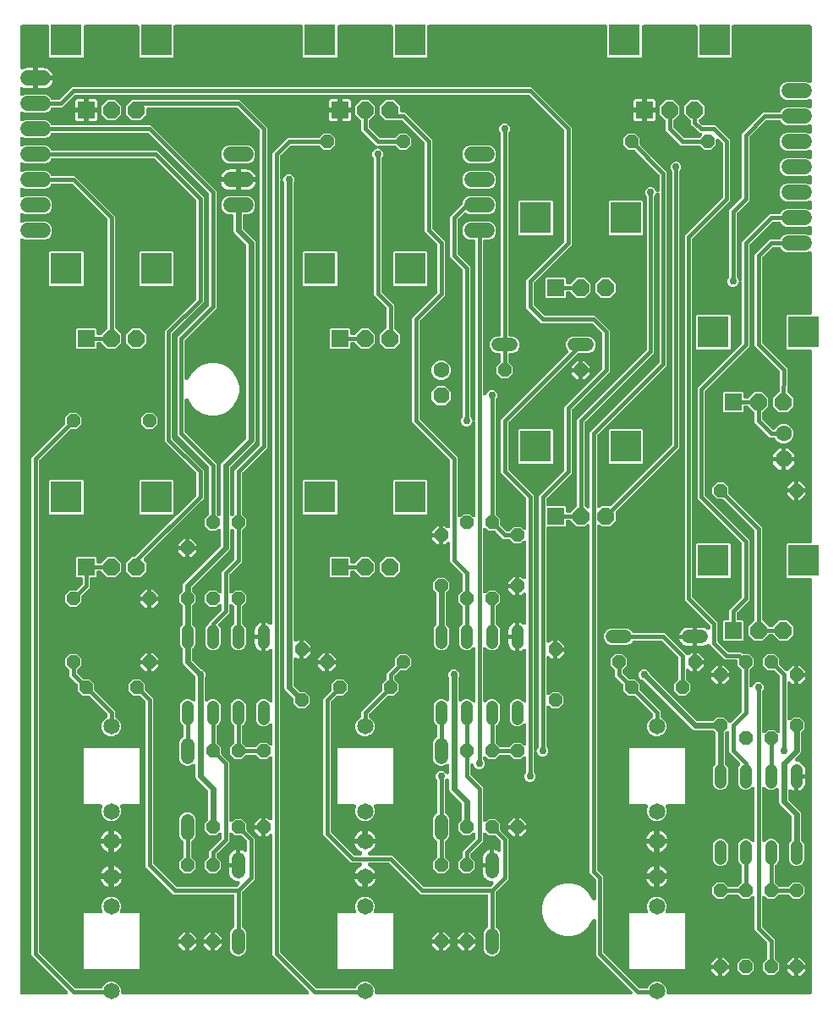
<source format=gbr>
G04 EAGLE Gerber RS-274X export*
G75*
%MOMM*%
%FSLAX34Y34*%
%LPD*%
%INTop Copper*%
%IPPOS*%
%AMOC8*
5,1,8,0,0,1.08239X$1,22.5*%
G01*
%ADD10R,1.676400X1.676400*%
%ADD11P,1.814519X8X292.500000*%
%ADD12R,3.116000X3.116000*%
%ADD13P,1.429621X8X202.500000*%
%ADD14C,1.650000*%
%ADD15C,1.524000*%
%ADD16P,1.732040X8X292.500000*%
%ADD17C,1.600200*%
%ADD18C,1.208000*%
%ADD19P,1.429621X8X292.500000*%
%ADD20P,1.429621X8X112.500000*%
%ADD21P,1.429621X8X22.500000*%
%ADD22C,1.320800*%
%ADD23C,0.406400*%
%ADD24C,0.756400*%
%ADD25C,0.609600*%

G36*
X56114Y10162D02*
X56114Y10162D01*
X56123Y10161D01*
X56317Y10182D01*
X56506Y10201D01*
X56514Y10203D01*
X56523Y10204D01*
X56708Y10263D01*
X56891Y10319D01*
X56899Y10323D01*
X56907Y10326D01*
X57076Y10419D01*
X57245Y10511D01*
X57252Y10516D01*
X57260Y10521D01*
X57407Y10645D01*
X57554Y10768D01*
X57560Y10775D01*
X57567Y10781D01*
X57686Y10933D01*
X57807Y11082D01*
X57811Y11090D01*
X57816Y11097D01*
X57904Y11270D01*
X57992Y11439D01*
X57995Y11448D01*
X57999Y11456D01*
X58051Y11642D01*
X58103Y11826D01*
X58104Y11835D01*
X58107Y11844D01*
X58121Y12037D01*
X58136Y12228D01*
X58135Y12236D01*
X58136Y12245D01*
X58112Y12438D01*
X58089Y12627D01*
X58087Y12636D01*
X58086Y12645D01*
X58024Y12827D01*
X57965Y13010D01*
X57960Y13018D01*
X57957Y13026D01*
X57861Y13193D01*
X57767Y13361D01*
X57761Y13368D01*
X57756Y13375D01*
X57542Y13628D01*
X24522Y46648D01*
X21843Y49327D01*
X21843Y547573D01*
X54776Y580506D01*
X54793Y580527D01*
X54814Y580545D01*
X54921Y580682D01*
X55031Y580818D01*
X55044Y580841D01*
X55060Y580863D01*
X55138Y581020D01*
X55220Y581174D01*
X55228Y581199D01*
X55240Y581223D01*
X55285Y581393D01*
X55335Y581559D01*
X55337Y581586D01*
X55344Y581612D01*
X55371Y581943D01*
X55371Y587567D01*
X60133Y592329D01*
X66867Y592329D01*
X71629Y587567D01*
X71629Y580833D01*
X66867Y576071D01*
X61243Y576071D01*
X61216Y576069D01*
X61189Y576071D01*
X61015Y576049D01*
X60842Y576031D01*
X60817Y576024D01*
X60790Y576020D01*
X60624Y575965D01*
X60457Y575913D01*
X60434Y575900D01*
X60408Y575892D01*
X60257Y575805D01*
X60103Y575721D01*
X60083Y575704D01*
X60059Y575691D01*
X59806Y575476D01*
X29552Y545222D01*
X29535Y545201D01*
X29514Y545183D01*
X29407Y545046D01*
X29297Y544910D01*
X29284Y544887D01*
X29268Y544865D01*
X29190Y544708D01*
X29108Y544554D01*
X29100Y544529D01*
X29088Y544505D01*
X29043Y544335D01*
X28993Y544169D01*
X28991Y544142D01*
X28984Y544116D01*
X28957Y543785D01*
X28957Y53115D01*
X28959Y53088D01*
X28957Y53061D01*
X28979Y52887D01*
X28997Y52714D01*
X29004Y52689D01*
X29008Y52662D01*
X29063Y52496D01*
X29115Y52329D01*
X29128Y52306D01*
X29136Y52280D01*
X29223Y52129D01*
X29307Y51975D01*
X29324Y51955D01*
X29337Y51931D01*
X29552Y51678D01*
X64378Y16852D01*
X64399Y16835D01*
X64417Y16814D01*
X64554Y16707D01*
X64690Y16597D01*
X64713Y16584D01*
X64735Y16568D01*
X64892Y16490D01*
X65046Y16408D01*
X65071Y16400D01*
X65095Y16388D01*
X65265Y16343D01*
X65431Y16293D01*
X65458Y16291D01*
X65484Y16284D01*
X65815Y16257D01*
X90805Y16257D01*
X90827Y16259D01*
X90849Y16257D01*
X91026Y16279D01*
X91205Y16297D01*
X91227Y16303D01*
X91249Y16306D01*
X91418Y16362D01*
X91590Y16415D01*
X91610Y16425D01*
X91631Y16432D01*
X91786Y16521D01*
X91944Y16607D01*
X91961Y16621D01*
X91981Y16632D01*
X92116Y16750D01*
X92253Y16864D01*
X92267Y16882D01*
X92284Y16896D01*
X92393Y17038D01*
X92506Y17178D01*
X92516Y17198D01*
X92530Y17216D01*
X92681Y17511D01*
X93313Y19037D01*
X96063Y21787D01*
X97800Y22506D01*
X99656Y23275D01*
X103544Y23275D01*
X107137Y21787D01*
X109887Y19037D01*
X111375Y15444D01*
X111375Y12192D01*
X111377Y12174D01*
X111375Y12156D01*
X111396Y11974D01*
X111415Y11791D01*
X111420Y11774D01*
X111422Y11757D01*
X111479Y11582D01*
X111533Y11406D01*
X111541Y11391D01*
X111547Y11374D01*
X111637Y11214D01*
X111725Y11052D01*
X111736Y11039D01*
X111745Y11023D01*
X111865Y10884D01*
X111982Y10743D01*
X111996Y10732D01*
X112008Y10718D01*
X112153Y10606D01*
X112296Y10491D01*
X112312Y10483D01*
X112326Y10472D01*
X112491Y10390D01*
X112653Y10305D01*
X112670Y10300D01*
X112686Y10292D01*
X112865Y10245D01*
X113040Y10194D01*
X113058Y10192D01*
X113075Y10188D01*
X113406Y10161D01*
X297405Y10161D01*
X297414Y10162D01*
X297423Y10161D01*
X297617Y10182D01*
X297806Y10201D01*
X297814Y10203D01*
X297823Y10204D01*
X298008Y10263D01*
X298191Y10319D01*
X298199Y10323D01*
X298207Y10326D01*
X298376Y10419D01*
X298545Y10511D01*
X298552Y10516D01*
X298560Y10521D01*
X298707Y10645D01*
X298854Y10768D01*
X298860Y10775D01*
X298867Y10781D01*
X298986Y10933D01*
X299107Y11082D01*
X299111Y11090D01*
X299116Y11097D01*
X299204Y11270D01*
X299292Y11439D01*
X299295Y11448D01*
X299299Y11456D01*
X299351Y11642D01*
X299403Y11826D01*
X299404Y11835D01*
X299407Y11844D01*
X299421Y12037D01*
X299436Y12228D01*
X299435Y12236D01*
X299436Y12245D01*
X299412Y12438D01*
X299389Y12627D01*
X299387Y12636D01*
X299386Y12645D01*
X299324Y12827D01*
X299265Y13010D01*
X299260Y13018D01*
X299257Y13026D01*
X299161Y13193D01*
X299067Y13361D01*
X299061Y13368D01*
X299056Y13375D01*
X298842Y13628D01*
X265822Y46648D01*
X263143Y49327D01*
X263143Y169107D01*
X263142Y169116D01*
X263143Y169125D01*
X263122Y169316D01*
X263103Y169507D01*
X263101Y169516D01*
X263100Y169525D01*
X263043Y169705D01*
X262985Y169892D01*
X262981Y169900D01*
X262978Y169909D01*
X262885Y170077D01*
X262793Y170246D01*
X262788Y170253D01*
X262783Y170261D01*
X262659Y170408D01*
X262536Y170556D01*
X262529Y170561D01*
X262523Y170568D01*
X262372Y170687D01*
X262222Y170808D01*
X262214Y170812D01*
X262207Y170818D01*
X262034Y170905D01*
X261865Y170993D01*
X261856Y170996D01*
X261848Y171000D01*
X261662Y171052D01*
X261478Y171105D01*
X261469Y171106D01*
X261460Y171108D01*
X261267Y171122D01*
X261076Y171138D01*
X261068Y171137D01*
X261059Y171137D01*
X260866Y171113D01*
X260677Y171091D01*
X260668Y171088D01*
X260659Y171087D01*
X260476Y171026D01*
X260294Y170966D01*
X260286Y170962D01*
X260278Y170959D01*
X260112Y170863D01*
X259943Y170768D01*
X259936Y170762D01*
X259929Y170758D01*
X259676Y170543D01*
X257788Y168655D01*
X256031Y168655D01*
X256031Y177800D01*
X256031Y186945D01*
X257788Y186945D01*
X259676Y185057D01*
X259683Y185051D01*
X259688Y185044D01*
X259838Y184924D01*
X259987Y184802D01*
X259995Y184798D01*
X260002Y184792D01*
X260172Y184704D01*
X260343Y184613D01*
X260352Y184611D01*
X260359Y184607D01*
X260544Y184553D01*
X260729Y184498D01*
X260738Y184498D01*
X260746Y184495D01*
X260937Y184479D01*
X261130Y184462D01*
X261139Y184463D01*
X261148Y184462D01*
X261337Y184484D01*
X261530Y184505D01*
X261539Y184508D01*
X261547Y184509D01*
X261729Y184569D01*
X261914Y184627D01*
X261922Y184631D01*
X261930Y184634D01*
X262098Y184729D01*
X262266Y184822D01*
X262273Y184827D01*
X262281Y184832D01*
X262427Y184958D01*
X262573Y185082D01*
X262579Y185089D01*
X262586Y185095D01*
X262703Y185246D01*
X262823Y185398D01*
X262827Y185406D01*
X262832Y185413D01*
X262918Y185585D01*
X263005Y185757D01*
X263008Y185766D01*
X263012Y185774D01*
X263062Y185960D01*
X263113Y186145D01*
X263114Y186154D01*
X263116Y186162D01*
X263143Y186493D01*
X263143Y246744D01*
X263142Y246752D01*
X263143Y246761D01*
X263122Y246953D01*
X263103Y247144D01*
X263101Y247153D01*
X263100Y247162D01*
X263042Y247344D01*
X262985Y247529D01*
X262981Y247537D01*
X262978Y247546D01*
X262885Y247714D01*
X262793Y247883D01*
X262788Y247890D01*
X262783Y247898D01*
X262659Y248045D01*
X262536Y248192D01*
X262529Y248198D01*
X262523Y248205D01*
X262372Y248324D01*
X262222Y248445D01*
X262214Y248449D01*
X262207Y248454D01*
X262034Y248542D01*
X261865Y248630D01*
X261856Y248633D01*
X261848Y248637D01*
X261662Y248689D01*
X261478Y248742D01*
X261469Y248742D01*
X261460Y248745D01*
X261267Y248759D01*
X261076Y248775D01*
X261068Y248774D01*
X261059Y248774D01*
X260866Y248750D01*
X260677Y248728D01*
X260668Y248725D01*
X260659Y248724D01*
X260476Y248662D01*
X260294Y248603D01*
X260286Y248598D01*
X260278Y248596D01*
X260112Y248500D01*
X259943Y248405D01*
X259936Y248399D01*
X259929Y248395D01*
X259676Y248180D01*
X257367Y245871D01*
X250633Y245871D01*
X246656Y249848D01*
X246635Y249865D01*
X246618Y249886D01*
X246480Y249993D01*
X246344Y250103D01*
X246321Y250116D01*
X246300Y250132D01*
X246143Y250210D01*
X245989Y250292D01*
X245963Y250300D01*
X245939Y250312D01*
X245770Y250357D01*
X245603Y250407D01*
X245576Y250409D01*
X245550Y250416D01*
X245220Y250443D01*
X237380Y250443D01*
X237354Y250441D01*
X237327Y250443D01*
X237153Y250421D01*
X236980Y250403D01*
X236954Y250396D01*
X236928Y250392D01*
X236762Y250337D01*
X236595Y250285D01*
X236571Y250272D01*
X236546Y250264D01*
X236394Y250177D01*
X236241Y250093D01*
X236220Y250076D01*
X236197Y250063D01*
X235944Y249848D01*
X231967Y245871D01*
X225233Y245871D01*
X220471Y250633D01*
X220471Y257367D01*
X224448Y261344D01*
X224465Y261365D01*
X224486Y261382D01*
X224593Y261520D01*
X224703Y261656D01*
X224716Y261679D01*
X224732Y261700D01*
X224810Y261857D01*
X224892Y262011D01*
X224900Y262037D01*
X224912Y262061D01*
X224957Y262230D01*
X225007Y262397D01*
X225009Y262424D01*
X225016Y262450D01*
X225043Y262780D01*
X225043Y278077D01*
X225041Y278104D01*
X225043Y278131D01*
X225021Y278304D01*
X225003Y278478D01*
X224996Y278503D01*
X224992Y278530D01*
X224937Y278696D01*
X224885Y278863D01*
X224872Y278886D01*
X224864Y278912D01*
X224777Y279063D01*
X224693Y279217D01*
X224676Y279237D01*
X224663Y279261D01*
X224448Y279514D01*
X222187Y281775D01*
X221035Y284555D01*
X221035Y299645D01*
X222187Y302425D01*
X224315Y304553D01*
X225032Y304850D01*
X227095Y305705D01*
X230105Y305705D01*
X232885Y304553D01*
X235013Y302425D01*
X236165Y299645D01*
X236165Y284555D01*
X235013Y281775D01*
X232752Y279514D01*
X232735Y279493D01*
X232714Y279475D01*
X232607Y279337D01*
X232497Y279202D01*
X232484Y279178D01*
X232468Y279157D01*
X232390Y279000D01*
X232308Y278846D01*
X232300Y278821D01*
X232288Y278797D01*
X232243Y278627D01*
X232193Y278460D01*
X232191Y278434D01*
X232184Y278408D01*
X232157Y278077D01*
X232157Y262780D01*
X232159Y262754D01*
X232157Y262727D01*
X232179Y262553D01*
X232197Y262380D01*
X232204Y262354D01*
X232208Y262328D01*
X232263Y262162D01*
X232315Y261995D01*
X232328Y261971D01*
X232336Y261946D01*
X232423Y261794D01*
X232507Y261641D01*
X232524Y261620D01*
X232537Y261597D01*
X232752Y261344D01*
X235944Y258152D01*
X235965Y258135D01*
X235982Y258114D01*
X236120Y258007D01*
X236256Y257897D01*
X236279Y257884D01*
X236300Y257868D01*
X236457Y257790D01*
X236611Y257708D01*
X236637Y257700D01*
X236661Y257688D01*
X236830Y257643D01*
X236997Y257593D01*
X237024Y257591D01*
X237050Y257584D01*
X237380Y257557D01*
X245220Y257557D01*
X245246Y257559D01*
X245273Y257557D01*
X245447Y257579D01*
X245620Y257597D01*
X245646Y257604D01*
X245672Y257608D01*
X245838Y257664D01*
X246005Y257715D01*
X246029Y257728D01*
X246054Y257736D01*
X246206Y257823D01*
X246359Y257907D01*
X246380Y257924D01*
X246403Y257937D01*
X246656Y258152D01*
X250633Y262129D01*
X257367Y262129D01*
X259676Y259820D01*
X259683Y259814D01*
X259688Y259808D01*
X259838Y259687D01*
X259987Y259565D01*
X259995Y259561D01*
X260002Y259555D01*
X260172Y259467D01*
X260343Y259376D01*
X260352Y259374D01*
X260359Y259370D01*
X260544Y259317D01*
X260729Y259262D01*
X260738Y259261D01*
X260746Y259258D01*
X260937Y259243D01*
X261130Y259225D01*
X261139Y259226D01*
X261148Y259225D01*
X261337Y259248D01*
X261530Y259269D01*
X261539Y259271D01*
X261547Y259272D01*
X261729Y259332D01*
X261914Y259390D01*
X261922Y259394D01*
X261930Y259397D01*
X262099Y259492D01*
X262266Y259585D01*
X262273Y259591D01*
X262281Y259595D01*
X262427Y259721D01*
X262573Y259845D01*
X262579Y259852D01*
X262586Y259858D01*
X262703Y260010D01*
X262823Y260161D01*
X262827Y260169D01*
X262832Y260176D01*
X262918Y260348D01*
X263005Y260520D01*
X263008Y260529D01*
X263012Y260537D01*
X263062Y260723D01*
X263113Y260908D01*
X263114Y260917D01*
X263116Y260926D01*
X263143Y261256D01*
X263143Y279601D01*
X263142Y279610D01*
X263143Y279619D01*
X263122Y279811D01*
X263103Y280002D01*
X263101Y280010D01*
X263100Y280019D01*
X263042Y280202D01*
X262985Y280387D01*
X262981Y280395D01*
X262978Y280403D01*
X262885Y280571D01*
X262793Y280741D01*
X262788Y280748D01*
X262783Y280756D01*
X262658Y280903D01*
X262536Y281050D01*
X262529Y281056D01*
X262523Y281063D01*
X262371Y281182D01*
X262222Y281302D01*
X262214Y281307D01*
X262207Y281312D01*
X262035Y281399D01*
X261865Y281488D01*
X261856Y281490D01*
X261848Y281494D01*
X261662Y281546D01*
X261478Y281599D01*
X261469Y281600D01*
X261460Y281602D01*
X261268Y281617D01*
X261076Y281632D01*
X261068Y281631D01*
X261059Y281632D01*
X260866Y281607D01*
X260677Y281585D01*
X260668Y281583D01*
X260659Y281581D01*
X260476Y281520D01*
X260294Y281460D01*
X260286Y281456D01*
X260278Y281453D01*
X260112Y281358D01*
X259943Y281263D01*
X259936Y281257D01*
X259929Y281252D01*
X259676Y281038D01*
X258285Y279647D01*
X255505Y278495D01*
X252495Y278495D01*
X249715Y279647D01*
X247587Y281775D01*
X246435Y284555D01*
X246435Y299645D01*
X247587Y302425D01*
X249715Y304553D01*
X250432Y304850D01*
X252495Y305705D01*
X255505Y305705D01*
X258285Y304553D01*
X259676Y303162D01*
X259683Y303157D01*
X259688Y303150D01*
X259838Y303030D01*
X259987Y302907D01*
X259995Y302903D01*
X260002Y302898D01*
X260172Y302809D01*
X260343Y302719D01*
X260352Y302716D01*
X260359Y302712D01*
X260544Y302659D01*
X260729Y302604D01*
X260738Y302603D01*
X260746Y302601D01*
X260937Y302585D01*
X261130Y302568D01*
X261139Y302569D01*
X261148Y302568D01*
X261337Y302590D01*
X261530Y302611D01*
X261539Y302614D01*
X261547Y302615D01*
X261729Y302674D01*
X261914Y302732D01*
X261922Y302737D01*
X261930Y302740D01*
X262097Y302834D01*
X262266Y302927D01*
X262273Y302933D01*
X262281Y302937D01*
X262426Y303063D01*
X262573Y303188D01*
X262579Y303195D01*
X262586Y303201D01*
X262702Y303351D01*
X262823Y303504D01*
X262827Y303512D01*
X262832Y303519D01*
X262918Y303690D01*
X263005Y303863D01*
X263008Y303871D01*
X263012Y303879D01*
X263062Y304065D01*
X263113Y304250D01*
X263114Y304259D01*
X263116Y304268D01*
X263143Y304599D01*
X263143Y354364D01*
X263142Y354373D01*
X263143Y354382D01*
X263123Y354572D01*
X263103Y354765D01*
X263101Y354774D01*
X263100Y354783D01*
X263042Y354966D01*
X262985Y355150D01*
X262981Y355158D01*
X262978Y355166D01*
X262885Y355335D01*
X262793Y355504D01*
X262788Y355511D01*
X262783Y355519D01*
X262658Y355666D01*
X262536Y355813D01*
X262529Y355819D01*
X262523Y355826D01*
X262371Y355946D01*
X262222Y356066D01*
X262214Y356070D01*
X262207Y356075D01*
X262034Y356163D01*
X261865Y356251D01*
X261856Y356254D01*
X261848Y356258D01*
X261661Y356310D01*
X261478Y356363D01*
X261469Y356363D01*
X261460Y356366D01*
X261269Y356380D01*
X261076Y356395D01*
X261067Y356394D01*
X261059Y356395D01*
X260868Y356371D01*
X260677Y356348D01*
X260668Y356346D01*
X260659Y356345D01*
X260477Y356283D01*
X260294Y356224D01*
X260286Y356219D01*
X260277Y356216D01*
X260111Y356121D01*
X259943Y356026D01*
X259936Y356020D01*
X259929Y356015D01*
X259676Y355801D01*
X259590Y355715D01*
X258497Y354921D01*
X257294Y354308D01*
X256031Y353898D01*
X256031Y368300D01*
X256031Y382702D01*
X257294Y382292D01*
X258497Y381679D01*
X259590Y380885D01*
X259676Y380799D01*
X259683Y380794D01*
X259688Y380787D01*
X259838Y380666D01*
X259987Y380544D01*
X259995Y380540D01*
X260002Y380534D01*
X260172Y380446D01*
X260343Y380356D01*
X260351Y380353D01*
X260359Y380349D01*
X260545Y380296D01*
X260729Y380241D01*
X260738Y380240D01*
X260746Y380237D01*
X260938Y380222D01*
X261130Y380204D01*
X261139Y380205D01*
X261148Y380205D01*
X261337Y380227D01*
X261530Y380248D01*
X261539Y380250D01*
X261547Y380252D01*
X261729Y380311D01*
X261914Y380369D01*
X261922Y380374D01*
X261930Y380376D01*
X262098Y380471D01*
X262266Y380564D01*
X262273Y380570D01*
X262281Y380574D01*
X262427Y380700D01*
X262573Y380824D01*
X262579Y380832D01*
X262586Y380837D01*
X262703Y380989D01*
X262823Y381140D01*
X262827Y381148D01*
X262832Y381156D01*
X262918Y381327D01*
X263005Y381499D01*
X263008Y381508D01*
X263012Y381516D01*
X263062Y381703D01*
X263113Y381887D01*
X263114Y381896D01*
X263116Y381905D01*
X263143Y382236D01*
X263143Y852373D01*
X277927Y867157D01*
X308720Y867157D01*
X308746Y867159D01*
X308773Y867157D01*
X308947Y867179D01*
X309120Y867197D01*
X309146Y867204D01*
X309172Y867208D01*
X309338Y867264D01*
X309505Y867315D01*
X309529Y867328D01*
X309554Y867336D01*
X309706Y867423D01*
X309859Y867507D01*
X309880Y867524D01*
X309903Y867537D01*
X310156Y867752D01*
X314133Y871729D01*
X320867Y871729D01*
X325629Y866967D01*
X325629Y860233D01*
X320867Y855471D01*
X314133Y855471D01*
X310156Y859448D01*
X310135Y859465D01*
X310118Y859486D01*
X309980Y859593D01*
X309844Y859703D01*
X309821Y859716D01*
X309800Y859732D01*
X309643Y859810D01*
X309489Y859892D01*
X309463Y859900D01*
X309439Y859912D01*
X309270Y859957D01*
X309103Y860007D01*
X309076Y860009D01*
X309050Y860016D01*
X308720Y860043D01*
X281715Y860043D01*
X281688Y860041D01*
X281661Y860043D01*
X281487Y860021D01*
X281314Y860003D01*
X281289Y859996D01*
X281262Y859992D01*
X281096Y859937D01*
X280929Y859885D01*
X280906Y859872D01*
X280880Y859864D01*
X280729Y859777D01*
X280575Y859693D01*
X280555Y859676D01*
X280531Y859663D01*
X280278Y859448D01*
X270852Y850022D01*
X270835Y850001D01*
X270814Y849983D01*
X270707Y849846D01*
X270597Y849710D01*
X270584Y849687D01*
X270568Y849665D01*
X270490Y849508D01*
X270408Y849354D01*
X270400Y849329D01*
X270388Y849305D01*
X270343Y849135D01*
X270293Y848969D01*
X270291Y848942D01*
X270284Y848916D01*
X270257Y848585D01*
X270257Y827505D01*
X270257Y827501D01*
X270257Y827496D01*
X270277Y827302D01*
X270297Y827105D01*
X270298Y827100D01*
X270298Y827096D01*
X270357Y826908D01*
X270415Y826720D01*
X270417Y826716D01*
X270418Y826711D01*
X270514Y826537D01*
X270607Y826366D01*
X270609Y826362D01*
X270612Y826358D01*
X270740Y826205D01*
X270864Y826056D01*
X270868Y826054D01*
X270871Y826050D01*
X271025Y825927D01*
X271178Y825804D01*
X271182Y825802D01*
X271185Y825799D01*
X271360Y825710D01*
X271535Y825618D01*
X271540Y825617D01*
X271544Y825615D01*
X271731Y825562D01*
X271922Y825507D01*
X271927Y825507D01*
X271931Y825506D01*
X272020Y825499D01*
X271861Y825481D01*
X271857Y825479D01*
X271853Y825479D01*
X271667Y825418D01*
X271478Y825358D01*
X271474Y825355D01*
X271470Y825354D01*
X271298Y825257D01*
X271126Y825161D01*
X271123Y825158D01*
X271119Y825156D01*
X270970Y825027D01*
X270821Y824899D01*
X270818Y824896D01*
X270814Y824893D01*
X270694Y824738D01*
X270572Y824582D01*
X270570Y824578D01*
X270568Y824575D01*
X270479Y824397D01*
X270392Y824223D01*
X270390Y824218D01*
X270388Y824214D01*
X270337Y824022D01*
X270285Y823834D01*
X270285Y823830D01*
X270284Y823826D01*
X270257Y823495D01*
X270257Y53115D01*
X270259Y53088D01*
X270257Y53061D01*
X270279Y52887D01*
X270297Y52714D01*
X270304Y52689D01*
X270308Y52662D01*
X270363Y52496D01*
X270415Y52329D01*
X270428Y52306D01*
X270436Y52280D01*
X270523Y52129D01*
X270607Y51975D01*
X270624Y51955D01*
X270637Y51931D01*
X270852Y51678D01*
X305678Y16852D01*
X305699Y16835D01*
X305717Y16814D01*
X305854Y16707D01*
X305990Y16597D01*
X306013Y16584D01*
X306035Y16568D01*
X306192Y16490D01*
X306346Y16408D01*
X306371Y16400D01*
X306395Y16388D01*
X306565Y16343D01*
X306731Y16293D01*
X306758Y16291D01*
X306784Y16284D01*
X307115Y16257D01*
X344805Y16257D01*
X344827Y16259D01*
X344849Y16257D01*
X345026Y16279D01*
X345205Y16297D01*
X345227Y16303D01*
X345249Y16306D01*
X345418Y16362D01*
X345590Y16415D01*
X345610Y16425D01*
X345631Y16432D01*
X345786Y16521D01*
X345944Y16607D01*
X345961Y16621D01*
X345981Y16632D01*
X346116Y16750D01*
X346253Y16864D01*
X346267Y16882D01*
X346284Y16896D01*
X346393Y17038D01*
X346506Y17178D01*
X346516Y17198D01*
X346530Y17216D01*
X346681Y17511D01*
X347313Y19037D01*
X350063Y21787D01*
X351800Y22506D01*
X353656Y23275D01*
X357544Y23275D01*
X361137Y21787D01*
X363887Y19037D01*
X365375Y15444D01*
X365375Y12192D01*
X365377Y12174D01*
X365375Y12156D01*
X365396Y11974D01*
X365415Y11791D01*
X365420Y11774D01*
X365422Y11757D01*
X365479Y11582D01*
X365533Y11406D01*
X365541Y11391D01*
X365547Y11374D01*
X365637Y11214D01*
X365725Y11052D01*
X365736Y11039D01*
X365745Y11023D01*
X365865Y10884D01*
X365982Y10743D01*
X365996Y10732D01*
X366008Y10718D01*
X366153Y10606D01*
X366296Y10491D01*
X366312Y10483D01*
X366326Y10472D01*
X366491Y10390D01*
X366653Y10305D01*
X366670Y10300D01*
X366686Y10292D01*
X366865Y10245D01*
X367040Y10194D01*
X367058Y10192D01*
X367075Y10188D01*
X367406Y10161D01*
X621255Y10161D01*
X621264Y10162D01*
X621273Y10161D01*
X621467Y10182D01*
X621656Y10201D01*
X621664Y10203D01*
X621673Y10204D01*
X621858Y10263D01*
X622041Y10319D01*
X622049Y10323D01*
X622057Y10326D01*
X622226Y10419D01*
X622395Y10511D01*
X622402Y10516D01*
X622410Y10521D01*
X622557Y10645D01*
X622704Y10768D01*
X622710Y10775D01*
X622717Y10781D01*
X622836Y10933D01*
X622957Y11082D01*
X622961Y11090D01*
X622966Y11097D01*
X623054Y11270D01*
X623142Y11439D01*
X623145Y11448D01*
X623149Y11456D01*
X623201Y11642D01*
X623253Y11826D01*
X623254Y11835D01*
X623257Y11844D01*
X623271Y12037D01*
X623286Y12228D01*
X623285Y12236D01*
X623286Y12245D01*
X623262Y12438D01*
X623239Y12627D01*
X623237Y12636D01*
X623236Y12645D01*
X623174Y12827D01*
X623115Y13010D01*
X623110Y13018D01*
X623107Y13026D01*
X623011Y13193D01*
X622917Y13361D01*
X622911Y13368D01*
X622906Y13375D01*
X622692Y13628D01*
X589672Y46648D01*
X586993Y49327D01*
X586993Y84176D01*
X586986Y84249D01*
X586988Y84322D01*
X586966Y84449D01*
X586953Y84577D01*
X586932Y84647D01*
X586919Y84719D01*
X586873Y84839D01*
X586835Y84962D01*
X586800Y85026D01*
X586774Y85094D01*
X586705Y85203D01*
X586643Y85316D01*
X586597Y85372D01*
X586557Y85434D01*
X586468Y85526D01*
X586386Y85625D01*
X586329Y85671D01*
X586278Y85724D01*
X586172Y85797D01*
X586072Y85877D01*
X586007Y85911D01*
X585947Y85953D01*
X585828Y86004D01*
X585715Y86063D01*
X585644Y86083D01*
X585577Y86112D01*
X585451Y86139D01*
X585328Y86174D01*
X585255Y86180D01*
X585183Y86195D01*
X585055Y86196D01*
X584926Y86207D01*
X584854Y86198D01*
X584780Y86199D01*
X584654Y86175D01*
X584527Y86160D01*
X584457Y86137D01*
X584385Y86124D01*
X584266Y86075D01*
X584144Y86035D01*
X584080Y85999D01*
X584012Y85972D01*
X583905Y85900D01*
X583793Y85837D01*
X583738Y85789D01*
X583677Y85749D01*
X583586Y85658D01*
X583489Y85574D01*
X583444Y85516D01*
X583392Y85464D01*
X583295Y85325D01*
X583242Y85256D01*
X583227Y85226D01*
X583203Y85192D01*
X579735Y79186D01*
X574864Y74315D01*
X568898Y70870D01*
X562244Y69087D01*
X555356Y69087D01*
X548702Y70870D01*
X542736Y74315D01*
X537865Y79186D01*
X534420Y85152D01*
X532637Y91806D01*
X532637Y98694D01*
X534420Y105348D01*
X537865Y111314D01*
X542736Y116185D01*
X548702Y119630D01*
X555356Y121413D01*
X562244Y121413D01*
X568898Y119630D01*
X574864Y116185D01*
X579735Y111314D01*
X583203Y105308D01*
X583246Y105249D01*
X583281Y105184D01*
X583363Y105086D01*
X583438Y104981D01*
X583491Y104931D01*
X583538Y104875D01*
X583638Y104795D01*
X583733Y104707D01*
X583795Y104669D01*
X583852Y104623D01*
X583966Y104564D01*
X584076Y104496D01*
X584144Y104471D01*
X584209Y104437D01*
X584333Y104402D01*
X584453Y104357D01*
X584526Y104346D01*
X584596Y104326D01*
X584725Y104315D01*
X584851Y104296D01*
X584924Y104299D01*
X584998Y104293D01*
X585125Y104308D01*
X585254Y104314D01*
X585325Y104331D01*
X585397Y104340D01*
X585520Y104380D01*
X585644Y104411D01*
X585710Y104442D01*
X585780Y104465D01*
X585892Y104528D01*
X586008Y104583D01*
X586067Y104627D01*
X586131Y104663D01*
X586228Y104747D01*
X586331Y104823D01*
X586380Y104878D01*
X586436Y104926D01*
X586514Y105027D01*
X586600Y105123D01*
X586637Y105186D01*
X586682Y105244D01*
X586740Y105359D01*
X586805Y105470D01*
X586829Y105539D01*
X586862Y105604D01*
X586895Y105729D01*
X586937Y105850D01*
X586947Y105922D01*
X586966Y105993D01*
X586980Y106163D01*
X586992Y106249D01*
X586990Y106282D01*
X586993Y106324D01*
X586993Y124685D01*
X586991Y124712D01*
X586993Y124739D01*
X586971Y124913D01*
X586953Y125086D01*
X586946Y125111D01*
X586942Y125138D01*
X586887Y125304D01*
X586835Y125471D01*
X586822Y125494D01*
X586814Y125520D01*
X586727Y125671D01*
X586643Y125825D01*
X586626Y125845D01*
X586613Y125869D01*
X586398Y126122D01*
X580643Y131877D01*
X580643Y479029D01*
X580642Y479038D01*
X580643Y479047D01*
X580622Y479239D01*
X580603Y479430D01*
X580601Y479438D01*
X580600Y479447D01*
X580542Y479630D01*
X580485Y479815D01*
X580481Y479823D01*
X580478Y479831D01*
X580385Y479999D01*
X580293Y480169D01*
X580288Y480176D01*
X580283Y480183D01*
X580159Y480330D01*
X580036Y480478D01*
X580029Y480484D01*
X580023Y480490D01*
X579871Y480610D01*
X579722Y480730D01*
X579714Y480734D01*
X579707Y480740D01*
X579535Y480827D01*
X579365Y480916D01*
X579356Y480918D01*
X579348Y480922D01*
X579162Y480974D01*
X578978Y481027D01*
X578969Y481028D01*
X578960Y481030D01*
X578768Y481044D01*
X578576Y481060D01*
X578568Y481059D01*
X578559Y481060D01*
X578366Y481035D01*
X578177Y481013D01*
X578168Y481010D01*
X578159Y481009D01*
X577976Y480948D01*
X577794Y480888D01*
X577786Y480884D01*
X577778Y480881D01*
X577612Y480786D01*
X577443Y480690D01*
X577436Y480685D01*
X577429Y480680D01*
X577176Y480466D01*
X575603Y478893D01*
X567397Y478893D01*
X561641Y484648D01*
X561621Y484665D01*
X561603Y484686D01*
X561465Y484793D01*
X561330Y484903D01*
X561306Y484916D01*
X561285Y484932D01*
X561128Y485010D01*
X560974Y485092D01*
X560949Y485100D01*
X560925Y485112D01*
X560755Y485157D01*
X560588Y485207D01*
X560562Y485209D01*
X560536Y485216D01*
X560205Y485243D01*
X558438Y485243D01*
X558420Y485241D01*
X558402Y485243D01*
X558220Y485222D01*
X558037Y485203D01*
X558020Y485198D01*
X558003Y485196D01*
X557828Y485139D01*
X557652Y485085D01*
X557637Y485077D01*
X557620Y485071D01*
X557460Y484981D01*
X557298Y484893D01*
X557285Y484882D01*
X557269Y484873D01*
X557130Y484753D01*
X556989Y484636D01*
X556978Y484622D01*
X556964Y484610D01*
X556852Y484465D01*
X556737Y484322D01*
X556729Y484306D01*
X556718Y484292D01*
X556636Y484127D01*
X556551Y483965D01*
X556546Y483948D01*
X556538Y483932D01*
X556490Y483753D01*
X556440Y483578D01*
X556438Y483560D01*
X556434Y483543D01*
X556407Y483212D01*
X556407Y479786D01*
X555514Y478893D01*
X538988Y478893D01*
X538970Y478891D01*
X538952Y478893D01*
X538770Y478872D01*
X538587Y478853D01*
X538570Y478848D01*
X538553Y478846D01*
X538378Y478789D01*
X538202Y478735D01*
X538187Y478727D01*
X538170Y478721D01*
X538010Y478631D01*
X537848Y478543D01*
X537835Y478532D01*
X537819Y478523D01*
X537680Y478403D01*
X537539Y478286D01*
X537528Y478272D01*
X537514Y478260D01*
X537402Y478115D01*
X537287Y477972D01*
X537279Y477956D01*
X537268Y477942D01*
X537186Y477777D01*
X537101Y477615D01*
X537096Y477598D01*
X537088Y477582D01*
X537041Y477403D01*
X536990Y477228D01*
X536988Y477210D01*
X536984Y477193D01*
X536957Y476862D01*
X536957Y364293D01*
X536958Y364284D01*
X536957Y364275D01*
X536978Y364084D01*
X536997Y363893D01*
X536999Y363884D01*
X537000Y363875D01*
X537058Y363693D01*
X537115Y363508D01*
X537119Y363500D01*
X537122Y363491D01*
X537215Y363322D01*
X537307Y363154D01*
X537312Y363147D01*
X537317Y363139D01*
X537441Y362992D01*
X537564Y362844D01*
X537571Y362839D01*
X537577Y362832D01*
X537728Y362713D01*
X537878Y362592D01*
X537886Y362588D01*
X537893Y362582D01*
X538066Y362495D01*
X538235Y362407D01*
X538244Y362404D01*
X538252Y362400D01*
X538438Y362348D01*
X538622Y362295D01*
X538631Y362294D01*
X538640Y362292D01*
X538833Y362278D01*
X539024Y362262D01*
X539032Y362263D01*
X539041Y362263D01*
X539234Y362287D01*
X539423Y362309D01*
X539432Y362312D01*
X539441Y362313D01*
X539624Y362374D01*
X539806Y362434D01*
X539814Y362438D01*
X539822Y362441D01*
X539988Y362537D01*
X540157Y362632D01*
X540164Y362638D01*
X540171Y362642D01*
X540424Y362857D01*
X542312Y364745D01*
X544069Y364745D01*
X544069Y355600D01*
X544069Y346455D01*
X542312Y346455D01*
X540424Y348343D01*
X540417Y348349D01*
X540412Y348356D01*
X540262Y348476D01*
X540113Y348598D01*
X540105Y348602D01*
X540098Y348608D01*
X539928Y348696D01*
X539757Y348787D01*
X539748Y348789D01*
X539741Y348793D01*
X539556Y348847D01*
X539371Y348902D01*
X539362Y348902D01*
X539354Y348905D01*
X539163Y348921D01*
X538970Y348938D01*
X538961Y348937D01*
X538952Y348938D01*
X538763Y348916D01*
X538570Y348895D01*
X538561Y348892D01*
X538553Y348891D01*
X538371Y348831D01*
X538186Y348773D01*
X538178Y348769D01*
X538170Y348766D01*
X538001Y348671D01*
X537834Y348578D01*
X537827Y348573D01*
X537819Y348568D01*
X537673Y348442D01*
X537527Y348318D01*
X537521Y348311D01*
X537514Y348305D01*
X537397Y348154D01*
X537277Y348002D01*
X537273Y347994D01*
X537268Y347987D01*
X537182Y347815D01*
X537095Y347643D01*
X537092Y347634D01*
X537088Y347626D01*
X537038Y347439D01*
X536987Y347255D01*
X536986Y347246D01*
X536984Y347238D01*
X536957Y346907D01*
X536957Y312056D01*
X536958Y312048D01*
X536957Y312039D01*
X536978Y311847D01*
X536997Y311656D01*
X536999Y311647D01*
X537000Y311638D01*
X537059Y311453D01*
X537115Y311271D01*
X537119Y311263D01*
X537122Y311254D01*
X537215Y311086D01*
X537307Y310917D01*
X537312Y310910D01*
X537317Y310902D01*
X537441Y310755D01*
X537564Y310608D01*
X537571Y310602D01*
X537577Y310595D01*
X537728Y310476D01*
X537878Y310355D01*
X537886Y310351D01*
X537893Y310346D01*
X538066Y310258D01*
X538235Y310170D01*
X538244Y310167D01*
X538252Y310163D01*
X538438Y310111D01*
X538622Y310058D01*
X538631Y310058D01*
X538640Y310055D01*
X538833Y310041D01*
X539024Y310025D01*
X539032Y310026D01*
X539041Y310026D01*
X539234Y310050D01*
X539423Y310072D01*
X539432Y310075D01*
X539441Y310076D01*
X539624Y310138D01*
X539806Y310197D01*
X539814Y310202D01*
X539822Y310204D01*
X539988Y310300D01*
X540157Y310395D01*
X540164Y310401D01*
X540171Y310405D01*
X540424Y310620D01*
X542733Y312929D01*
X549467Y312929D01*
X554229Y308167D01*
X554229Y301433D01*
X549467Y296671D01*
X542733Y296671D01*
X540424Y298980D01*
X540417Y298986D01*
X540412Y298992D01*
X540262Y299113D01*
X540113Y299235D01*
X540105Y299239D01*
X540098Y299245D01*
X539928Y299333D01*
X539757Y299424D01*
X539748Y299426D01*
X539741Y299430D01*
X539556Y299483D01*
X539371Y299538D01*
X539362Y299539D01*
X539354Y299542D01*
X539163Y299557D01*
X538970Y299575D01*
X538961Y299574D01*
X538952Y299575D01*
X538763Y299552D01*
X538570Y299531D01*
X538561Y299529D01*
X538553Y299528D01*
X538371Y299468D01*
X538186Y299410D01*
X538178Y299406D01*
X538170Y299403D01*
X538001Y299308D01*
X537834Y299215D01*
X537827Y299209D01*
X537819Y299205D01*
X537673Y299079D01*
X537527Y298955D01*
X537521Y298948D01*
X537514Y298942D01*
X537397Y298790D01*
X537277Y298639D01*
X537273Y298631D01*
X537268Y298624D01*
X537182Y298452D01*
X537095Y298280D01*
X537092Y298271D01*
X537088Y298263D01*
X537038Y298077D01*
X536987Y297892D01*
X536986Y297883D01*
X536984Y297874D01*
X536957Y297544D01*
X536957Y258790D01*
X536959Y258763D01*
X536957Y258736D01*
X536979Y258562D01*
X536997Y258389D01*
X537004Y258363D01*
X537008Y258337D01*
X537063Y258171D01*
X537115Y258004D01*
X537128Y257980D01*
X537136Y257955D01*
X537223Y257803D01*
X537307Y257650D01*
X537324Y257629D01*
X537337Y257606D01*
X537552Y257353D01*
X537899Y257006D01*
X538707Y255056D01*
X538707Y252944D01*
X537899Y250994D01*
X536406Y249501D01*
X534456Y248693D01*
X532344Y248693D01*
X530394Y249501D01*
X528901Y250994D01*
X528165Y252772D01*
X528163Y252776D01*
X528161Y252780D01*
X528068Y252953D01*
X527974Y253127D01*
X527972Y253131D01*
X527969Y253134D01*
X527845Y253283D01*
X527718Y253437D01*
X527715Y253440D01*
X527712Y253444D01*
X527559Y253567D01*
X527405Y253691D01*
X527401Y253693D01*
X527398Y253696D01*
X527225Y253786D01*
X527049Y253878D01*
X527045Y253879D01*
X527041Y253882D01*
X526852Y253936D01*
X526662Y253991D01*
X526658Y253992D01*
X526654Y253993D01*
X526553Y254001D01*
X526723Y254021D01*
X526728Y254023D01*
X526732Y254023D01*
X526917Y254084D01*
X527106Y254146D01*
X527110Y254148D01*
X527114Y254150D01*
X527283Y254246D01*
X527457Y254344D01*
X527460Y254347D01*
X527464Y254349D01*
X527613Y254479D01*
X527761Y254607D01*
X527764Y254611D01*
X527768Y254613D01*
X527888Y254770D01*
X528008Y254925D01*
X528010Y254929D01*
X528013Y254933D01*
X528165Y255228D01*
X528901Y257006D01*
X529248Y257353D01*
X529265Y257374D01*
X529286Y257391D01*
X529393Y257529D01*
X529503Y257665D01*
X529516Y257688D01*
X529532Y257709D01*
X529610Y257866D01*
X529692Y258020D01*
X529700Y258046D01*
X529712Y258070D01*
X529757Y258239D01*
X529807Y258406D01*
X529809Y258433D01*
X529816Y258459D01*
X529843Y258790D01*
X529843Y509473D01*
X554648Y534278D01*
X554665Y534299D01*
X554686Y534317D01*
X554793Y534454D01*
X554903Y534590D01*
X554916Y534613D01*
X554932Y534635D01*
X555010Y534792D01*
X555092Y534946D01*
X555100Y534971D01*
X555112Y534995D01*
X555157Y535165D01*
X555207Y535331D01*
X555209Y535358D01*
X555216Y535384D01*
X555243Y535715D01*
X555243Y598373D01*
X592748Y635878D01*
X592765Y635899D01*
X592786Y635917D01*
X592893Y636054D01*
X593003Y636190D01*
X593016Y636213D01*
X593032Y636235D01*
X593110Y636392D01*
X593192Y636546D01*
X593200Y636571D01*
X593212Y636595D01*
X593257Y636765D01*
X593307Y636931D01*
X593309Y636958D01*
X593316Y636984D01*
X593343Y637315D01*
X593343Y670785D01*
X593341Y670812D01*
X593343Y670839D01*
X593321Y671013D01*
X593303Y671186D01*
X593296Y671211D01*
X593292Y671238D01*
X593237Y671404D01*
X593185Y671571D01*
X593172Y671594D01*
X593164Y671620D01*
X593077Y671771D01*
X592993Y671925D01*
X592976Y671945D01*
X592963Y671969D01*
X592748Y672222D01*
X583322Y681648D01*
X583301Y681665D01*
X583283Y681686D01*
X583146Y681793D01*
X583010Y681903D01*
X582987Y681916D01*
X582965Y681932D01*
X582808Y682010D01*
X582654Y682092D01*
X582629Y682100D01*
X582605Y682112D01*
X582435Y682157D01*
X582269Y682207D01*
X582242Y682209D01*
X582216Y682216D01*
X581885Y682243D01*
X531927Y682243D01*
X517143Y697027D01*
X517143Y725373D01*
X554648Y762878D01*
X554665Y762899D01*
X554686Y762917D01*
X554793Y763054D01*
X554903Y763190D01*
X554916Y763213D01*
X554932Y763235D01*
X555010Y763392D01*
X555092Y763546D01*
X555100Y763571D01*
X555112Y763595D01*
X555157Y763765D01*
X555207Y763931D01*
X555209Y763958D01*
X555216Y763984D01*
X555243Y764315D01*
X555243Y873985D01*
X555241Y874012D01*
X555243Y874039D01*
X555221Y874213D01*
X555203Y874386D01*
X555196Y874411D01*
X555192Y874438D01*
X555137Y874604D01*
X555085Y874771D01*
X555072Y874794D01*
X555064Y874820D01*
X554977Y874971D01*
X554893Y875125D01*
X554876Y875145D01*
X554863Y875169D01*
X554648Y875422D01*
X519822Y910248D01*
X519801Y910265D01*
X519783Y910286D01*
X519646Y910393D01*
X519510Y910503D01*
X519487Y910516D01*
X519465Y910532D01*
X519308Y910610D01*
X519154Y910692D01*
X519129Y910700D01*
X519105Y910712D01*
X518936Y910757D01*
X518769Y910807D01*
X518742Y910809D01*
X518716Y910816D01*
X518385Y910843D01*
X65815Y910843D01*
X65788Y910841D01*
X65761Y910843D01*
X65587Y910821D01*
X65414Y910803D01*
X65389Y910796D01*
X65362Y910792D01*
X65196Y910737D01*
X65029Y910685D01*
X65006Y910672D01*
X64980Y910664D01*
X64829Y910577D01*
X64675Y910493D01*
X64655Y910476D01*
X64631Y910463D01*
X64378Y910248D01*
X52273Y898143D01*
X42802Y898143D01*
X42780Y898141D01*
X42758Y898143D01*
X42580Y898121D01*
X42402Y898103D01*
X42380Y898097D01*
X42358Y898094D01*
X42188Y898038D01*
X42017Y897985D01*
X41997Y897975D01*
X41976Y897968D01*
X41820Y897879D01*
X41663Y897793D01*
X41645Y897779D01*
X41626Y897768D01*
X41491Y897650D01*
X41353Y897536D01*
X41339Y897518D01*
X41323Y897504D01*
X41213Y897361D01*
X41101Y897222D01*
X41091Y897202D01*
X41077Y897184D01*
X40926Y896889D01*
X40773Y896520D01*
X38200Y893947D01*
X37353Y893596D01*
X34839Y892555D01*
X15961Y892555D01*
X12969Y893794D01*
X12956Y893798D01*
X12945Y893805D01*
X12765Y893856D01*
X12584Y893911D01*
X12571Y893912D01*
X12558Y893916D01*
X12370Y893931D01*
X12183Y893949D01*
X12170Y893948D01*
X12156Y893949D01*
X11970Y893927D01*
X11783Y893907D01*
X11770Y893903D01*
X11757Y893902D01*
X11578Y893844D01*
X11398Y893788D01*
X11387Y893781D01*
X11374Y893777D01*
X11210Y893685D01*
X11045Y893594D01*
X11035Y893586D01*
X11023Y893579D01*
X10881Y893457D01*
X10737Y893335D01*
X10729Y893325D01*
X10718Y893316D01*
X10604Y893168D01*
X10486Y893020D01*
X10480Y893008D01*
X10472Y892998D01*
X10388Y892830D01*
X10302Y892662D01*
X10298Y892649D01*
X10292Y892637D01*
X10243Y892455D01*
X10192Y892275D01*
X10191Y892262D01*
X10188Y892249D01*
X10161Y891918D01*
X10161Y886082D01*
X10162Y886069D01*
X10161Y886055D01*
X10182Y885869D01*
X10201Y885682D01*
X10205Y885669D01*
X10206Y885655D01*
X10264Y885476D01*
X10319Y885297D01*
X10325Y885285D01*
X10329Y885272D01*
X10421Y885107D01*
X10511Y884943D01*
X10519Y884932D01*
X10526Y884921D01*
X10648Y884777D01*
X10768Y884633D01*
X10779Y884625D01*
X10787Y884615D01*
X10936Y884498D01*
X11082Y884381D01*
X11094Y884375D01*
X11104Y884367D01*
X11274Y884282D01*
X11439Y884195D01*
X11452Y884192D01*
X11464Y884186D01*
X11647Y884136D01*
X11826Y884084D01*
X11840Y884083D01*
X11853Y884079D01*
X12041Y884067D01*
X12228Y884051D01*
X12241Y884053D01*
X12254Y884052D01*
X12442Y884076D01*
X12627Y884098D01*
X12640Y884102D01*
X12653Y884104D01*
X12969Y884206D01*
X15961Y885445D01*
X34839Y885445D01*
X38200Y884053D01*
X40773Y881480D01*
X40926Y881111D01*
X40936Y881091D01*
X40943Y881070D01*
X41031Y880914D01*
X41116Y880756D01*
X41130Y880739D01*
X41141Y880719D01*
X41258Y880583D01*
X41372Y880445D01*
X41389Y880431D01*
X41404Y880414D01*
X41545Y880305D01*
X41685Y880192D01*
X41705Y880181D01*
X41722Y880168D01*
X41882Y880088D01*
X42041Y880005D01*
X42063Y879998D01*
X42083Y879988D01*
X42256Y879942D01*
X42428Y879892D01*
X42450Y879890D01*
X42471Y879884D01*
X42802Y879857D01*
X141173Y879857D01*
X206757Y814273D01*
X206757Y697027D01*
X175602Y665872D01*
X175585Y665851D01*
X175564Y665833D01*
X175457Y665696D01*
X175347Y665560D01*
X175334Y665537D01*
X175318Y665515D01*
X175240Y665358D01*
X175158Y665204D01*
X175150Y665179D01*
X175138Y665155D01*
X175093Y664985D01*
X175043Y664819D01*
X175041Y664792D01*
X175034Y664766D01*
X175007Y664435D01*
X175007Y627024D01*
X175014Y626951D01*
X175012Y626878D01*
X175034Y626751D01*
X175047Y626623D01*
X175068Y626553D01*
X175081Y626481D01*
X175127Y626361D01*
X175165Y626238D01*
X175200Y626174D01*
X175226Y626106D01*
X175295Y625997D01*
X175357Y625884D01*
X175403Y625828D01*
X175443Y625766D01*
X175532Y625674D01*
X175614Y625575D01*
X175671Y625529D01*
X175722Y625476D01*
X175828Y625403D01*
X175928Y625323D01*
X175993Y625289D01*
X176053Y625247D01*
X176172Y625196D01*
X176285Y625137D01*
X176356Y625117D01*
X176423Y625088D01*
X176549Y625061D01*
X176672Y625026D01*
X176745Y625020D01*
X176817Y625005D01*
X176945Y625004D01*
X177074Y624993D01*
X177146Y625002D01*
X177220Y625001D01*
X177346Y625025D01*
X177473Y625040D01*
X177543Y625063D01*
X177615Y625076D01*
X177734Y625125D01*
X177856Y625165D01*
X177920Y625201D01*
X177988Y625228D01*
X178095Y625300D01*
X178207Y625363D01*
X178262Y625411D01*
X178323Y625451D01*
X178414Y625542D01*
X178511Y625626D01*
X178556Y625684D01*
X178608Y625736D01*
X178705Y625875D01*
X178758Y625944D01*
X178773Y625974D01*
X178797Y626008D01*
X182265Y632014D01*
X187136Y636885D01*
X193102Y640330D01*
X199756Y642113D01*
X206644Y642113D01*
X213298Y640330D01*
X219264Y636885D01*
X224135Y632014D01*
X227580Y626048D01*
X229363Y619394D01*
X229363Y612506D01*
X227580Y605852D01*
X224135Y599886D01*
X219264Y595015D01*
X213298Y591570D01*
X206644Y589787D01*
X199756Y589787D01*
X193102Y591570D01*
X187136Y595015D01*
X182265Y599886D01*
X178797Y605892D01*
X178754Y605951D01*
X178719Y606016D01*
X178637Y606114D01*
X178562Y606219D01*
X178509Y606269D01*
X178462Y606325D01*
X178362Y606405D01*
X178267Y606493D01*
X178205Y606531D01*
X178148Y606577D01*
X178034Y606636D01*
X177924Y606704D01*
X177856Y606729D01*
X177791Y606763D01*
X177667Y606798D01*
X177547Y606843D01*
X177474Y606854D01*
X177404Y606874D01*
X177275Y606885D01*
X177149Y606904D01*
X177076Y606901D01*
X177002Y606907D01*
X176875Y606892D01*
X176746Y606886D01*
X176675Y606869D01*
X176603Y606860D01*
X176480Y606820D01*
X176356Y606789D01*
X176290Y606758D01*
X176220Y606735D01*
X176108Y606672D01*
X175992Y606617D01*
X175933Y606573D01*
X175869Y606537D01*
X175772Y606453D01*
X175669Y606377D01*
X175620Y606322D01*
X175564Y606274D01*
X175486Y606173D01*
X175400Y606077D01*
X175363Y606014D01*
X175318Y605956D01*
X175260Y605841D01*
X175195Y605730D01*
X175171Y605661D01*
X175138Y605596D01*
X175105Y605471D01*
X175063Y605350D01*
X175053Y605278D01*
X175034Y605207D01*
X175020Y605037D01*
X175008Y604951D01*
X175010Y604918D01*
X175007Y604876D01*
X175007Y573815D01*
X175009Y573788D01*
X175007Y573761D01*
X175029Y573587D01*
X175047Y573414D01*
X175054Y573389D01*
X175058Y573362D01*
X175113Y573196D01*
X175165Y573029D01*
X175178Y573006D01*
X175186Y572980D01*
X175273Y572829D01*
X175357Y572675D01*
X175374Y572655D01*
X175387Y572631D01*
X175602Y572378D01*
X206757Y541223D01*
X206757Y491380D01*
X206759Y491354D01*
X206757Y491327D01*
X206779Y491153D01*
X206797Y490980D01*
X206804Y490954D01*
X206808Y490928D01*
X206863Y490762D01*
X206915Y490595D01*
X206928Y490571D01*
X206936Y490546D01*
X207023Y490394D01*
X207107Y490241D01*
X207124Y490220D01*
X207137Y490197D01*
X207352Y489944D01*
X207860Y489436D01*
X207867Y489430D01*
X207872Y489424D01*
X208022Y489303D01*
X208171Y489181D01*
X208179Y489177D01*
X208186Y489171D01*
X208356Y489083D01*
X208527Y488992D01*
X208536Y488990D01*
X208543Y488986D01*
X208727Y488933D01*
X208913Y488878D01*
X208922Y488877D01*
X208930Y488874D01*
X209121Y488859D01*
X209314Y488841D01*
X209323Y488842D01*
X209332Y488841D01*
X209521Y488864D01*
X209714Y488885D01*
X209723Y488887D01*
X209731Y488888D01*
X209915Y488948D01*
X210098Y489006D01*
X210106Y489010D01*
X210114Y489013D01*
X210283Y489108D01*
X210450Y489201D01*
X210457Y489207D01*
X210465Y489211D01*
X210610Y489337D01*
X210757Y489461D01*
X210763Y489468D01*
X210770Y489474D01*
X210887Y489625D01*
X211007Y489777D01*
X211011Y489785D01*
X211016Y489792D01*
X211102Y489964D01*
X211189Y490136D01*
X211192Y490145D01*
X211196Y490153D01*
X211246Y490341D01*
X211297Y490524D01*
X211298Y490533D01*
X211300Y490542D01*
X211327Y490872D01*
X211327Y540660D01*
X212023Y542340D01*
X236132Y566449D01*
X236149Y566470D01*
X236170Y566487D01*
X236276Y566625D01*
X236387Y566761D01*
X236400Y566784D01*
X236416Y566805D01*
X236494Y566962D01*
X236576Y567116D01*
X236584Y567142D01*
X236596Y567166D01*
X236641Y567335D01*
X236691Y567502D01*
X236693Y567529D01*
X236700Y567555D01*
X236727Y567885D01*
X236727Y759265D01*
X236725Y759291D01*
X236727Y759318D01*
X236705Y759492D01*
X236687Y759665D01*
X236680Y759691D01*
X236676Y759717D01*
X236621Y759883D01*
X236569Y760050D01*
X236556Y760074D01*
X236548Y760099D01*
X236461Y760251D01*
X236377Y760404D01*
X236360Y760425D01*
X236347Y760448D01*
X236132Y760701D01*
X224723Y772110D01*
X224027Y773790D01*
X224027Y788924D01*
X224025Y788942D01*
X224027Y788960D01*
X224006Y789142D01*
X223987Y789325D01*
X223982Y789342D01*
X223980Y789359D01*
X223923Y789534D01*
X223869Y789710D01*
X223861Y789725D01*
X223855Y789742D01*
X223765Y789902D01*
X223677Y790064D01*
X223666Y790077D01*
X223657Y790093D01*
X223537Y790232D01*
X223420Y790373D01*
X223406Y790384D01*
X223394Y790398D01*
X223249Y790510D01*
X223106Y790625D01*
X223090Y790633D01*
X223076Y790644D01*
X222911Y790726D01*
X222749Y790811D01*
X222732Y790816D01*
X222716Y790824D01*
X222537Y790871D01*
X222362Y790922D01*
X222344Y790924D01*
X222327Y790928D01*
X221996Y790955D01*
X219161Y790955D01*
X215800Y792347D01*
X213227Y794920D01*
X211835Y798281D01*
X211835Y801919D01*
X213227Y805280D01*
X215800Y807853D01*
X217604Y808600D01*
X217605Y808600D01*
X219161Y809245D01*
X238039Y809245D01*
X241400Y807853D01*
X243973Y805280D01*
X245365Y801919D01*
X245365Y798281D01*
X243973Y794920D01*
X241400Y792347D01*
X238039Y790955D01*
X235204Y790955D01*
X235186Y790953D01*
X235168Y790955D01*
X234986Y790934D01*
X234803Y790915D01*
X234786Y790910D01*
X234769Y790908D01*
X234594Y790851D01*
X234418Y790797D01*
X234403Y790789D01*
X234386Y790783D01*
X234226Y790693D01*
X234064Y790605D01*
X234051Y790594D01*
X234035Y790585D01*
X233896Y790465D01*
X233755Y790348D01*
X233744Y790334D01*
X233730Y790322D01*
X233618Y790177D01*
X233503Y790034D01*
X233495Y790018D01*
X233484Y790004D01*
X233402Y789839D01*
X233317Y789677D01*
X233312Y789660D01*
X233304Y789644D01*
X233257Y789465D01*
X233206Y789290D01*
X233204Y789272D01*
X233200Y789255D01*
X233173Y788924D01*
X233173Y777435D01*
X233175Y777409D01*
X233173Y777382D01*
X233195Y777208D01*
X233213Y777035D01*
X233220Y777009D01*
X233224Y776983D01*
X233279Y776817D01*
X233331Y776650D01*
X233344Y776626D01*
X233352Y776601D01*
X233439Y776449D01*
X233523Y776296D01*
X233540Y776275D01*
X233553Y776252D01*
X233768Y775999D01*
X245177Y764590D01*
X245873Y762910D01*
X245873Y564240D01*
X245177Y562560D01*
X221068Y538451D01*
X221051Y538430D01*
X221030Y538413D01*
X220923Y538275D01*
X220813Y538139D01*
X220800Y538116D01*
X220784Y538095D01*
X220706Y537938D01*
X220624Y537784D01*
X220616Y537758D01*
X220604Y537734D01*
X220559Y537565D01*
X220509Y537398D01*
X220507Y537371D01*
X220500Y537345D01*
X220473Y537015D01*
X220473Y490872D01*
X220474Y490863D01*
X220473Y490854D01*
X220493Y490664D01*
X220513Y490472D01*
X220515Y490463D01*
X220516Y490454D01*
X220574Y490271D01*
X220631Y490087D01*
X220635Y490079D01*
X220638Y490070D01*
X220731Y489901D01*
X220823Y489733D01*
X220828Y489726D01*
X220833Y489718D01*
X220958Y489571D01*
X221080Y489424D01*
X221087Y489418D01*
X221093Y489411D01*
X221244Y489291D01*
X221394Y489171D01*
X221402Y489167D01*
X221409Y489161D01*
X221582Y489074D01*
X221751Y488986D01*
X221760Y488983D01*
X221768Y488979D01*
X221954Y488927D01*
X222138Y488874D01*
X222147Y488874D01*
X222156Y488871D01*
X222348Y488857D01*
X222540Y488841D01*
X222548Y488842D01*
X222557Y488842D01*
X222749Y488866D01*
X222939Y488888D01*
X222948Y488891D01*
X222957Y488892D01*
X223139Y488953D01*
X223322Y489013D01*
X223330Y489018D01*
X223338Y489020D01*
X223506Y489117D01*
X223673Y489211D01*
X223680Y489217D01*
X223687Y489221D01*
X223940Y489436D01*
X224448Y489944D01*
X224465Y489965D01*
X224486Y489982D01*
X224593Y490120D01*
X224703Y490256D01*
X224716Y490279D01*
X224732Y490300D01*
X224810Y490457D01*
X224892Y490611D01*
X224900Y490637D01*
X224912Y490661D01*
X224957Y490830D01*
X225007Y490997D01*
X225009Y491024D01*
X225016Y491050D01*
X225043Y491380D01*
X225043Y534873D01*
X249848Y559678D01*
X249865Y559699D01*
X249886Y559717D01*
X249993Y559854D01*
X250103Y559990D01*
X250116Y560013D01*
X250132Y560035D01*
X250210Y560192D01*
X250292Y560346D01*
X250300Y560371D01*
X250312Y560395D01*
X250357Y560565D01*
X250407Y560731D01*
X250409Y560758D01*
X250416Y560784D01*
X250443Y561115D01*
X250443Y873985D01*
X250441Y874012D01*
X250443Y874039D01*
X250421Y874213D01*
X250403Y874386D01*
X250396Y874411D01*
X250392Y874438D01*
X250337Y874604D01*
X250285Y874771D01*
X250272Y874794D01*
X250264Y874820D01*
X250177Y874971D01*
X250093Y875125D01*
X250076Y875145D01*
X250063Y875169D01*
X249848Y875422D01*
X227722Y897548D01*
X227701Y897565D01*
X227683Y897586D01*
X227546Y897693D01*
X227410Y897803D01*
X227387Y897816D01*
X227365Y897832D01*
X227208Y897910D01*
X227054Y897992D01*
X227029Y898000D01*
X227005Y898012D01*
X226835Y898057D01*
X226669Y898107D01*
X226642Y898109D01*
X226616Y898116D01*
X226285Y898143D01*
X138538Y898143D01*
X138520Y898141D01*
X138502Y898143D01*
X138320Y898122D01*
X138137Y898103D01*
X138120Y898098D01*
X138103Y898096D01*
X137928Y898039D01*
X137752Y897985D01*
X137737Y897977D01*
X137720Y897971D01*
X137560Y897881D01*
X137398Y897793D01*
X137385Y897782D01*
X137369Y897773D01*
X137230Y897653D01*
X137089Y897536D01*
X137078Y897522D01*
X137064Y897510D01*
X136952Y897365D01*
X136837Y897222D01*
X136829Y897206D01*
X136818Y897192D01*
X136736Y897027D01*
X136651Y896865D01*
X136646Y896848D01*
X136638Y896832D01*
X136591Y896653D01*
X136540Y896478D01*
X136538Y896460D01*
X136534Y896443D01*
X136507Y896112D01*
X136507Y891097D01*
X130703Y885293D01*
X122497Y885293D01*
X116693Y891097D01*
X116693Y899303D01*
X122497Y905107D01*
X124135Y905107D01*
X124162Y905109D01*
X124189Y905107D01*
X124363Y905129D01*
X124536Y905147D01*
X124561Y905154D01*
X124588Y905158D01*
X124754Y905213D01*
X124895Y905257D01*
X230073Y905257D01*
X257557Y877773D01*
X257557Y557327D01*
X232752Y532522D01*
X232735Y532501D01*
X232714Y532483D01*
X232607Y532346D01*
X232497Y532210D01*
X232484Y532187D01*
X232468Y532165D01*
X232390Y532008D01*
X232308Y531854D01*
X232300Y531829D01*
X232288Y531805D01*
X232243Y531635D01*
X232193Y531469D01*
X232191Y531442D01*
X232184Y531416D01*
X232157Y531085D01*
X232157Y491380D01*
X232159Y491354D01*
X232157Y491327D01*
X232179Y491153D01*
X232197Y490980D01*
X232204Y490954D01*
X232208Y490928D01*
X232263Y490762D01*
X232315Y490595D01*
X232328Y490571D01*
X232336Y490546D01*
X232423Y490394D01*
X232507Y490241D01*
X232524Y490220D01*
X232537Y490197D01*
X232752Y489944D01*
X236729Y485967D01*
X236729Y479233D01*
X232752Y475256D01*
X232735Y475235D01*
X232714Y475218D01*
X232607Y475080D01*
X232497Y474944D01*
X232484Y474921D01*
X232468Y474900D01*
X232390Y474743D01*
X232308Y474589D01*
X232300Y474563D01*
X232288Y474539D01*
X232243Y474370D01*
X232193Y474203D01*
X232191Y474176D01*
X232184Y474150D01*
X232157Y473820D01*
X232157Y443027D01*
X220052Y430922D01*
X220035Y430901D01*
X220014Y430883D01*
X219907Y430746D01*
X219797Y430610D01*
X219784Y430587D01*
X219768Y430565D01*
X219690Y430408D01*
X219608Y430254D01*
X219600Y430229D01*
X219588Y430205D01*
X219543Y430035D01*
X219493Y429869D01*
X219491Y429842D01*
X219484Y429816D01*
X219457Y429485D01*
X219457Y413656D01*
X219458Y413648D01*
X219457Y413639D01*
X219478Y413445D01*
X219497Y413256D01*
X219499Y413247D01*
X219500Y413238D01*
X219558Y413056D01*
X219615Y412871D01*
X219619Y412863D01*
X219622Y412854D01*
X219715Y412686D01*
X219807Y412517D01*
X219812Y412510D01*
X219817Y412502D01*
X219941Y412355D01*
X220064Y412208D01*
X220071Y412202D01*
X220077Y412195D01*
X220228Y412076D01*
X220378Y411955D01*
X220386Y411951D01*
X220393Y411946D01*
X220566Y411858D01*
X220735Y411770D01*
X220744Y411767D01*
X220752Y411763D01*
X220938Y411711D01*
X221122Y411658D01*
X221131Y411658D01*
X221140Y411655D01*
X221333Y411641D01*
X221524Y411625D01*
X221532Y411626D01*
X221541Y411626D01*
X221734Y411650D01*
X221923Y411672D01*
X221932Y411675D01*
X221941Y411676D01*
X222124Y411738D01*
X222306Y411797D01*
X222314Y411802D01*
X222322Y411804D01*
X222488Y411900D01*
X222657Y411995D01*
X222664Y412001D01*
X222671Y412005D01*
X222924Y412220D01*
X225233Y414529D01*
X231967Y414529D01*
X236729Y409767D01*
X236729Y403033D01*
X232752Y399056D01*
X232735Y399035D01*
X232714Y399018D01*
X232607Y398880D01*
X232497Y398744D01*
X232484Y398721D01*
X232468Y398700D01*
X232390Y398543D01*
X232308Y398389D01*
X232300Y398363D01*
X232288Y398339D01*
X232243Y398169D01*
X232193Y398003D01*
X232191Y397976D01*
X232184Y397950D01*
X232157Y397620D01*
X232157Y382323D01*
X232159Y382296D01*
X232157Y382269D01*
X232179Y382096D01*
X232197Y381922D01*
X232204Y381897D01*
X232208Y381870D01*
X232263Y381704D01*
X232315Y381537D01*
X232328Y381514D01*
X232336Y381488D01*
X232423Y381337D01*
X232507Y381183D01*
X232524Y381163D01*
X232537Y381139D01*
X232752Y380886D01*
X235013Y378625D01*
X236165Y375845D01*
X236165Y360755D01*
X235013Y357975D01*
X232885Y355847D01*
X231601Y355315D01*
X230105Y354695D01*
X227095Y354695D01*
X224315Y355847D01*
X222187Y357975D01*
X221035Y360755D01*
X221035Y375845D01*
X222187Y378625D01*
X224448Y380886D01*
X224465Y380907D01*
X224486Y380925D01*
X224593Y381063D01*
X224703Y381198D01*
X224716Y381222D01*
X224732Y381243D01*
X224810Y381400D01*
X224892Y381554D01*
X224900Y381579D01*
X224912Y381603D01*
X224957Y381773D01*
X225007Y381940D01*
X225009Y381966D01*
X225016Y381992D01*
X225043Y382323D01*
X225043Y397620D01*
X225041Y397646D01*
X225043Y397673D01*
X225021Y397847D01*
X225003Y398020D01*
X224996Y398046D01*
X224992Y398072D01*
X224936Y398238D01*
X224885Y398405D01*
X224873Y398429D01*
X224864Y398454D01*
X224777Y398606D01*
X224693Y398759D01*
X224676Y398780D01*
X224663Y398803D01*
X224448Y399056D01*
X222924Y400580D01*
X222917Y400586D01*
X222912Y400592D01*
X222761Y400714D01*
X222613Y400835D01*
X222605Y400839D01*
X222598Y400845D01*
X222428Y400933D01*
X222257Y401024D01*
X222248Y401026D01*
X222241Y401030D01*
X222056Y401083D01*
X221871Y401138D01*
X221862Y401139D01*
X221854Y401142D01*
X221663Y401157D01*
X221470Y401175D01*
X221461Y401174D01*
X221452Y401175D01*
X221263Y401152D01*
X221070Y401131D01*
X221061Y401129D01*
X221053Y401128D01*
X220871Y401068D01*
X220686Y401010D01*
X220678Y401006D01*
X220670Y401003D01*
X220503Y400909D01*
X220334Y400815D01*
X220327Y400809D01*
X220319Y400805D01*
X220174Y400680D01*
X220027Y400555D01*
X220021Y400548D01*
X220014Y400542D01*
X219898Y400391D01*
X219777Y400239D01*
X219773Y400231D01*
X219768Y400224D01*
X219683Y400053D01*
X219595Y399880D01*
X219592Y399871D01*
X219588Y399863D01*
X219539Y399678D01*
X219487Y399492D01*
X219486Y399483D01*
X219484Y399474D01*
X219457Y399144D01*
X219457Y392227D01*
X209170Y381940D01*
X209159Y381927D01*
X209145Y381915D01*
X209031Y381771D01*
X208915Y381629D01*
X208907Y381613D01*
X208896Y381599D01*
X208812Y381435D01*
X208727Y381273D01*
X208722Y381256D01*
X208713Y381240D01*
X208664Y381063D01*
X208612Y380887D01*
X208610Y380869D01*
X208605Y380852D01*
X208592Y380669D01*
X208575Y380486D01*
X208577Y380469D01*
X208576Y380451D01*
X208599Y380269D01*
X208619Y380086D01*
X208624Y380069D01*
X208627Y380051D01*
X208685Y379877D01*
X208740Y379702D01*
X208749Y379687D01*
X208755Y379670D01*
X208847Y379510D01*
X208935Y379350D01*
X208947Y379336D01*
X208956Y379321D01*
X209170Y379068D01*
X209613Y378625D01*
X210765Y375845D01*
X210765Y360755D01*
X209613Y357975D01*
X207485Y355847D01*
X206201Y355315D01*
X204705Y354695D01*
X201695Y354695D01*
X198915Y355847D01*
X196787Y357975D01*
X195635Y360755D01*
X195635Y375845D01*
X196787Y378625D01*
X199048Y380886D01*
X199065Y380907D01*
X199086Y380925D01*
X199193Y381063D01*
X199303Y381198D01*
X199316Y381222D01*
X199332Y381243D01*
X199410Y381400D01*
X199492Y381554D01*
X199500Y381579D01*
X199512Y381603D01*
X199557Y381773D01*
X199607Y381940D01*
X199609Y381966D01*
X199616Y381992D01*
X199643Y382323D01*
X199643Y382473D01*
X211748Y394578D01*
X211765Y394599D01*
X211786Y394617D01*
X211893Y394754D01*
X212003Y394890D01*
X212016Y394913D01*
X212032Y394935D01*
X212110Y395092D01*
X212192Y395246D01*
X212200Y395271D01*
X212212Y395295D01*
X212257Y395465D01*
X212307Y395631D01*
X212309Y395658D01*
X212316Y395684D01*
X212343Y396015D01*
X212343Y399144D01*
X212342Y399152D01*
X212343Y399161D01*
X212323Y399351D01*
X212303Y399544D01*
X212301Y399553D01*
X212300Y399562D01*
X212242Y399744D01*
X212185Y399929D01*
X212181Y399937D01*
X212178Y399946D01*
X212085Y400114D01*
X211993Y400283D01*
X211988Y400290D01*
X211983Y400298D01*
X211859Y400445D01*
X211736Y400592D01*
X211729Y400598D01*
X211723Y400605D01*
X211572Y400724D01*
X211422Y400845D01*
X211414Y400849D01*
X211407Y400854D01*
X211234Y400942D01*
X211065Y401030D01*
X211056Y401033D01*
X211048Y401037D01*
X210862Y401089D01*
X210678Y401142D01*
X210669Y401142D01*
X210660Y401145D01*
X210467Y401159D01*
X210276Y401175D01*
X210268Y401174D01*
X210259Y401174D01*
X210066Y401150D01*
X209877Y401128D01*
X209868Y401125D01*
X209859Y401124D01*
X209676Y401062D01*
X209494Y401003D01*
X209486Y400998D01*
X209478Y400996D01*
X209312Y400900D01*
X209143Y400805D01*
X209136Y400799D01*
X209129Y400795D01*
X208876Y400580D01*
X206567Y398271D01*
X199833Y398271D01*
X195071Y403033D01*
X195071Y409767D01*
X199833Y414529D01*
X206567Y414529D01*
X208876Y412220D01*
X208883Y412214D01*
X208888Y412208D01*
X209038Y412087D01*
X209187Y411965D01*
X209195Y411961D01*
X209202Y411955D01*
X209372Y411867D01*
X209543Y411776D01*
X209552Y411774D01*
X209559Y411770D01*
X209744Y411717D01*
X209929Y411662D01*
X209938Y411661D01*
X209946Y411658D01*
X210137Y411643D01*
X210330Y411625D01*
X210339Y411626D01*
X210348Y411625D01*
X210537Y411648D01*
X210730Y411669D01*
X210739Y411671D01*
X210747Y411672D01*
X210929Y411732D01*
X211114Y411790D01*
X211122Y411794D01*
X211130Y411797D01*
X211299Y411892D01*
X211466Y411985D01*
X211473Y411991D01*
X211481Y411995D01*
X211627Y412121D01*
X211773Y412245D01*
X211779Y412252D01*
X211786Y412258D01*
X211903Y412410D01*
X212023Y412561D01*
X212027Y412569D01*
X212032Y412576D01*
X212118Y412748D01*
X212205Y412920D01*
X212208Y412929D01*
X212212Y412937D01*
X212262Y413123D01*
X212313Y413308D01*
X212314Y413317D01*
X212316Y413326D01*
X212343Y413656D01*
X212343Y433273D01*
X224448Y445378D01*
X224465Y445399D01*
X224486Y445417D01*
X224593Y445554D01*
X224703Y445690D01*
X224716Y445713D01*
X224732Y445735D01*
X224810Y445892D01*
X224892Y446046D01*
X224900Y446071D01*
X224912Y446095D01*
X224957Y446265D01*
X225007Y446431D01*
X225009Y446458D01*
X225016Y446484D01*
X225043Y446815D01*
X225043Y473820D01*
X225041Y473846D01*
X225043Y473873D01*
X225021Y474047D01*
X225003Y474220D01*
X224996Y474246D01*
X224992Y474272D01*
X224937Y474438D01*
X224885Y474605D01*
X224872Y474629D01*
X224864Y474654D01*
X224777Y474806D01*
X224693Y474959D01*
X224676Y474980D01*
X224663Y475003D01*
X224448Y475256D01*
X223940Y475764D01*
X223933Y475770D01*
X223928Y475776D01*
X223778Y475897D01*
X223629Y476019D01*
X223621Y476023D01*
X223614Y476029D01*
X223444Y476117D01*
X223273Y476208D01*
X223264Y476210D01*
X223257Y476214D01*
X223073Y476267D01*
X222887Y476322D01*
X222878Y476323D01*
X222870Y476326D01*
X222679Y476341D01*
X222486Y476359D01*
X222477Y476358D01*
X222468Y476359D01*
X222279Y476336D01*
X222086Y476315D01*
X222077Y476313D01*
X222069Y476312D01*
X221885Y476252D01*
X221702Y476194D01*
X221694Y476190D01*
X221686Y476187D01*
X221517Y476092D01*
X221350Y475999D01*
X221343Y475993D01*
X221335Y475989D01*
X221190Y475863D01*
X221043Y475739D01*
X221037Y475732D01*
X221030Y475726D01*
X220913Y475575D01*
X220793Y475423D01*
X220789Y475415D01*
X220784Y475408D01*
X220698Y475236D01*
X220611Y475064D01*
X220608Y475055D01*
X220604Y475047D01*
X220553Y474858D01*
X220503Y474676D01*
X220502Y474667D01*
X220500Y474658D01*
X220473Y474328D01*
X220473Y456290D01*
X219777Y454610D01*
X182968Y417801D01*
X182951Y417780D01*
X182930Y417763D01*
X182823Y417625D01*
X182713Y417489D01*
X182700Y417466D01*
X182684Y417445D01*
X182606Y417288D01*
X182524Y417134D01*
X182516Y417108D01*
X182504Y417084D01*
X182459Y416915D01*
X182409Y416748D01*
X182407Y416721D01*
X182400Y416695D01*
X182373Y416365D01*
X182373Y414164D01*
X182375Y414138D01*
X182373Y414111D01*
X182395Y413937D01*
X182413Y413764D01*
X182420Y413738D01*
X182424Y413712D01*
X182479Y413546D01*
X182531Y413379D01*
X182544Y413355D01*
X182552Y413330D01*
X182639Y413178D01*
X182723Y413025D01*
X182740Y413004D01*
X182753Y412981D01*
X182968Y412728D01*
X185929Y409767D01*
X185929Y403033D01*
X182968Y400072D01*
X182951Y400051D01*
X182930Y400034D01*
X182823Y399896D01*
X182713Y399760D01*
X182700Y399737D01*
X182684Y399716D01*
X182606Y399559D01*
X182524Y399405D01*
X182516Y399379D01*
X182504Y399355D01*
X182459Y399186D01*
X182409Y399019D01*
X182407Y398992D01*
X182400Y398966D01*
X182373Y398636D01*
X182373Y381307D01*
X182375Y381280D01*
X182373Y381253D01*
X182395Y381080D01*
X182413Y380906D01*
X182420Y380881D01*
X182424Y380854D01*
X182479Y380688D01*
X182531Y380521D01*
X182544Y380498D01*
X182552Y380472D01*
X182639Y380321D01*
X182723Y380167D01*
X182740Y380147D01*
X182753Y380123D01*
X182968Y379870D01*
X184213Y378625D01*
X185365Y375845D01*
X185365Y360755D01*
X184213Y357975D01*
X182968Y356730D01*
X182951Y356709D01*
X182930Y356691D01*
X182823Y356553D01*
X182713Y356418D01*
X182700Y356394D01*
X182684Y356373D01*
X182606Y356216D01*
X182524Y356062D01*
X182516Y356037D01*
X182504Y356013D01*
X182459Y355843D01*
X182409Y355676D01*
X182407Y355650D01*
X182400Y355624D01*
X182373Y355293D01*
X182373Y345635D01*
X182375Y345609D01*
X182373Y345582D01*
X182395Y345408D01*
X182413Y345235D01*
X182420Y345209D01*
X182424Y345183D01*
X182479Y345017D01*
X182531Y344850D01*
X182544Y344826D01*
X182552Y344801D01*
X182639Y344649D01*
X182723Y344496D01*
X182740Y344475D01*
X182753Y344452D01*
X182968Y344199D01*
X191448Y335719D01*
X191472Y335699D01*
X191493Y335675D01*
X191628Y335571D01*
X191760Y335463D01*
X191787Y335449D01*
X191812Y335430D01*
X192107Y335278D01*
X193506Y334699D01*
X194999Y333206D01*
X195807Y331256D01*
X195807Y329144D01*
X195227Y327746D01*
X195218Y327716D01*
X195204Y327688D01*
X195160Y327523D01*
X195111Y327360D01*
X195108Y327329D01*
X195100Y327299D01*
X195073Y326968D01*
X195073Y305615D01*
X195074Y305606D01*
X195073Y305597D01*
X195093Y305407D01*
X195113Y305214D01*
X195115Y305206D01*
X195116Y305197D01*
X195175Y305012D01*
X195231Y304829D01*
X195235Y304821D01*
X195238Y304813D01*
X195331Y304644D01*
X195423Y304475D01*
X195428Y304468D01*
X195433Y304460D01*
X195557Y304314D01*
X195680Y304166D01*
X195687Y304160D01*
X195693Y304153D01*
X195844Y304034D01*
X195994Y303914D01*
X196002Y303909D01*
X196009Y303904D01*
X196181Y303816D01*
X196351Y303728D01*
X196360Y303726D01*
X196368Y303722D01*
X196553Y303670D01*
X196738Y303617D01*
X196747Y303616D01*
X196756Y303614D01*
X196948Y303599D01*
X197140Y303584D01*
X197148Y303585D01*
X197157Y303584D01*
X197349Y303608D01*
X197539Y303631D01*
X197548Y303633D01*
X197557Y303635D01*
X197739Y303696D01*
X197922Y303756D01*
X197930Y303760D01*
X197938Y303763D01*
X198106Y303859D01*
X198273Y303953D01*
X198280Y303959D01*
X198287Y303964D01*
X198540Y304178D01*
X198915Y304553D01*
X199632Y304850D01*
X201695Y305705D01*
X204705Y305705D01*
X207485Y304553D01*
X209613Y302425D01*
X210765Y299645D01*
X210765Y284555D01*
X209613Y281775D01*
X207352Y279514D01*
X207335Y279493D01*
X207314Y279475D01*
X207207Y279337D01*
X207097Y279202D01*
X207084Y279178D01*
X207068Y279157D01*
X206990Y279001D01*
X206908Y278846D01*
X206900Y278821D01*
X206888Y278797D01*
X206843Y278628D01*
X206793Y278460D01*
X206791Y278434D01*
X206784Y278408D01*
X206757Y278077D01*
X206757Y262780D01*
X206759Y262754D01*
X206757Y262727D01*
X206779Y262553D01*
X206797Y262380D01*
X206804Y262354D01*
X206808Y262328D01*
X206864Y262162D01*
X206915Y261995D01*
X206928Y261971D01*
X206936Y261946D01*
X207023Y261794D01*
X207107Y261641D01*
X207124Y261620D01*
X207137Y261597D01*
X207352Y261344D01*
X211329Y257367D01*
X211329Y251743D01*
X211331Y251716D01*
X211329Y251689D01*
X211351Y251515D01*
X211369Y251342D01*
X211376Y251317D01*
X211380Y251290D01*
X211435Y251124D01*
X211487Y250957D01*
X211500Y250934D01*
X211508Y250908D01*
X211595Y250757D01*
X211679Y250603D01*
X211696Y250583D01*
X211709Y250559D01*
X211924Y250306D01*
X219457Y242773D01*
X219457Y185056D01*
X219458Y185048D01*
X219457Y185039D01*
X219478Y184845D01*
X219497Y184656D01*
X219499Y184647D01*
X219500Y184638D01*
X219558Y184456D01*
X219615Y184271D01*
X219619Y184263D01*
X219622Y184254D01*
X219715Y184086D01*
X219807Y183917D01*
X219812Y183910D01*
X219817Y183902D01*
X219941Y183755D01*
X220064Y183608D01*
X220071Y183602D01*
X220077Y183595D01*
X220228Y183475D01*
X220378Y183355D01*
X220386Y183351D01*
X220393Y183346D01*
X220566Y183258D01*
X220735Y183170D01*
X220744Y183167D01*
X220752Y183163D01*
X220938Y183111D01*
X221122Y183058D01*
X221131Y183058D01*
X221140Y183055D01*
X221333Y183041D01*
X221524Y183025D01*
X221532Y183026D01*
X221541Y183026D01*
X221734Y183050D01*
X221923Y183072D01*
X221932Y183075D01*
X221941Y183076D01*
X222124Y183138D01*
X222306Y183197D01*
X222314Y183202D01*
X222322Y183204D01*
X222488Y183300D01*
X222657Y183395D01*
X222664Y183401D01*
X222671Y183405D01*
X222924Y183620D01*
X225233Y185929D01*
X231967Y185929D01*
X236729Y181167D01*
X236729Y175543D01*
X236731Y175516D01*
X236729Y175489D01*
X236751Y175315D01*
X236769Y175142D01*
X236776Y175117D01*
X236780Y175090D01*
X236835Y174924D01*
X236887Y174757D01*
X236900Y174734D01*
X236908Y174708D01*
X236995Y174557D01*
X237079Y174403D01*
X237096Y174383D01*
X237109Y174359D01*
X237324Y174106D01*
X244857Y166573D01*
X244857Y125527D01*
X232752Y113422D01*
X232735Y113401D01*
X232714Y113383D01*
X232607Y113246D01*
X232497Y113110D01*
X232484Y113087D01*
X232468Y113065D01*
X232390Y112908D01*
X232308Y112754D01*
X232300Y112729D01*
X232288Y112705D01*
X232243Y112535D01*
X232193Y112369D01*
X232191Y112342D01*
X232184Y112316D01*
X232157Y111985D01*
X232157Y78786D01*
X232159Y78764D01*
X232157Y78742D01*
X232179Y78565D01*
X232197Y78386D01*
X232203Y78365D01*
X232206Y78342D01*
X232262Y78173D01*
X232315Y78001D01*
X232325Y77981D01*
X232332Y77960D01*
X232421Y77805D01*
X232507Y77647D01*
X232521Y77630D01*
X232532Y77610D01*
X232650Y77475D01*
X232764Y77338D01*
X232782Y77324D01*
X232796Y77307D01*
X232938Y77198D01*
X233078Y77085D01*
X233098Y77075D01*
X233116Y77061D01*
X233162Y77037D01*
X235491Y74709D01*
X236729Y71721D01*
X236729Y55279D01*
X235491Y52291D01*
X233205Y50005D01*
X230217Y48767D01*
X226983Y48767D01*
X223995Y50005D01*
X221709Y52291D01*
X220471Y55279D01*
X220471Y71721D01*
X221709Y74709D01*
X224049Y77049D01*
X224144Y77100D01*
X224161Y77114D01*
X224181Y77125D01*
X224316Y77242D01*
X224455Y77356D01*
X224469Y77374D01*
X224486Y77388D01*
X224595Y77530D01*
X224708Y77669D01*
X224719Y77689D01*
X224732Y77706D01*
X224812Y77867D01*
X224895Y78026D01*
X224902Y78047D01*
X224912Y78067D01*
X224958Y78241D01*
X225008Y78412D01*
X225010Y78434D01*
X225016Y78456D01*
X225043Y78786D01*
X225043Y108712D01*
X225041Y108730D01*
X225043Y108748D01*
X225022Y108930D01*
X225003Y109113D01*
X224998Y109130D01*
X224996Y109147D01*
X224939Y109322D01*
X224885Y109498D01*
X224877Y109513D01*
X224871Y109530D01*
X224781Y109690D01*
X224693Y109852D01*
X224682Y109865D01*
X224673Y109881D01*
X224553Y110020D01*
X224436Y110161D01*
X224422Y110172D01*
X224410Y110186D01*
X224265Y110298D01*
X224122Y110413D01*
X224106Y110421D01*
X224092Y110432D01*
X223927Y110514D01*
X223765Y110599D01*
X223748Y110604D01*
X223732Y110612D01*
X223553Y110659D01*
X223378Y110710D01*
X223360Y110712D01*
X223343Y110716D01*
X223012Y110743D01*
X163627Y110743D01*
X136143Y138227D01*
X136143Y302485D01*
X136141Y302512D01*
X136143Y302539D01*
X136121Y302713D01*
X136103Y302886D01*
X136096Y302911D01*
X136092Y302938D01*
X136037Y303104D01*
X135985Y303271D01*
X135972Y303295D01*
X135964Y303320D01*
X135877Y303471D01*
X135793Y303625D01*
X135776Y303645D01*
X135763Y303669D01*
X135548Y303922D01*
X130694Y308776D01*
X130673Y308793D01*
X130656Y308814D01*
X130518Y308921D01*
X130382Y309031D01*
X130359Y309044D01*
X130337Y309060D01*
X130181Y309138D01*
X130027Y309220D01*
X130001Y309228D01*
X129977Y309240D01*
X129808Y309285D01*
X129641Y309335D01*
X129614Y309337D01*
X129588Y309344D01*
X129257Y309371D01*
X123633Y309371D01*
X118871Y314133D01*
X118871Y320867D01*
X123633Y325629D01*
X130367Y325629D01*
X135129Y320867D01*
X135129Y315243D01*
X135131Y315216D01*
X135129Y315189D01*
X135151Y315015D01*
X135169Y314842D01*
X135176Y314816D01*
X135180Y314790D01*
X135236Y314624D01*
X135287Y314457D01*
X135300Y314433D01*
X135308Y314408D01*
X135395Y314257D01*
X135479Y314103D01*
X135496Y314083D01*
X135509Y314059D01*
X135724Y313806D01*
X140578Y308952D01*
X143257Y306273D01*
X143257Y142015D01*
X143259Y141988D01*
X143257Y141961D01*
X143279Y141787D01*
X143297Y141614D01*
X143304Y141589D01*
X143308Y141562D01*
X143363Y141396D01*
X143415Y141229D01*
X143428Y141206D01*
X143436Y141180D01*
X143523Y141029D01*
X143607Y140875D01*
X143624Y140855D01*
X143637Y140831D01*
X143852Y140578D01*
X165978Y118452D01*
X165999Y118435D01*
X166017Y118414D01*
X166154Y118307D01*
X166290Y118197D01*
X166313Y118184D01*
X166335Y118168D01*
X166492Y118090D01*
X166646Y118008D01*
X166671Y118000D01*
X166695Y117988D01*
X166865Y117943D01*
X167031Y117893D01*
X167058Y117891D01*
X167084Y117884D01*
X167415Y117857D01*
X226285Y117857D01*
X226312Y117859D01*
X226339Y117857D01*
X226513Y117879D01*
X226686Y117897D01*
X226711Y117904D01*
X226738Y117908D01*
X226904Y117964D01*
X227071Y118015D01*
X227094Y118027D01*
X227120Y118036D01*
X227271Y118123D01*
X227425Y118207D01*
X227445Y118224D01*
X227469Y118237D01*
X227722Y118452D01*
X229754Y120484D01*
X229759Y120491D01*
X229766Y120496D01*
X229887Y120646D01*
X230009Y120795D01*
X230013Y120803D01*
X230019Y120810D01*
X230107Y120980D01*
X230197Y121151D01*
X230200Y121160D01*
X230204Y121167D01*
X230257Y121352D01*
X230312Y121537D01*
X230313Y121546D01*
X230315Y121554D01*
X230331Y121744D01*
X230349Y121938D01*
X230348Y121947D01*
X230348Y121956D01*
X230326Y122145D01*
X230305Y122338D01*
X230302Y122347D01*
X230301Y122355D01*
X230243Y122535D01*
X230184Y122722D01*
X230179Y122730D01*
X230177Y122738D01*
X230083Y122905D01*
X229989Y123074D01*
X229983Y123081D01*
X229979Y123089D01*
X229854Y123234D01*
X229728Y123381D01*
X229721Y123387D01*
X229716Y123394D01*
X229565Y123510D01*
X229412Y123631D01*
X229404Y123635D01*
X229397Y123640D01*
X229226Y123726D01*
X229054Y123813D01*
X229045Y123816D01*
X229037Y123820D01*
X228851Y123870D01*
X228666Y123921D01*
X228657Y123922D01*
X228648Y123924D01*
X228317Y123951D01*
X227880Y123951D01*
X226459Y124176D01*
X225090Y124621D01*
X223807Y125275D01*
X222643Y126121D01*
X221625Y127139D01*
X220779Y128303D01*
X220125Y129586D01*
X219680Y130955D01*
X219455Y132376D01*
X219455Y137669D01*
X228600Y137669D01*
X228617Y137670D01*
X228635Y137669D01*
X228818Y137690D01*
X229000Y137708D01*
X229017Y137714D01*
X229035Y137716D01*
X229210Y137773D01*
X229385Y137827D01*
X229401Y137835D01*
X229418Y137841D01*
X229578Y137931D01*
X229739Y138018D01*
X229753Y138030D01*
X229768Y138039D01*
X229908Y138159D01*
X230048Y138276D01*
X230049Y138276D01*
X230049Y138277D01*
X230060Y138290D01*
X230073Y138302D01*
X230074Y138302D01*
X230186Y138447D01*
X230301Y138590D01*
X230310Y138606D01*
X230320Y138620D01*
X230402Y138785D01*
X230487Y138948D01*
X230492Y138965D01*
X230500Y138981D01*
X230548Y139159D01*
X230598Y139335D01*
X230600Y139352D01*
X230604Y139370D01*
X230631Y139700D01*
X230631Y155241D01*
X230741Y155224D01*
X232110Y154779D01*
X233393Y154125D01*
X234518Y153308D01*
X234562Y153282D01*
X234602Y153250D01*
X234735Y153181D01*
X234866Y153105D01*
X234914Y153088D01*
X234959Y153064D01*
X235104Y153023D01*
X235246Y152974D01*
X235297Y152967D01*
X235346Y152953D01*
X235496Y152941D01*
X235646Y152921D01*
X235697Y152924D01*
X235748Y152920D01*
X235897Y152938D01*
X236047Y152948D01*
X236097Y152961D01*
X236147Y152967D01*
X236291Y153014D01*
X236436Y153053D01*
X236482Y153076D01*
X236530Y153092D01*
X236661Y153166D01*
X236796Y153233D01*
X236836Y153265D01*
X236881Y153290D01*
X236995Y153388D01*
X237114Y153481D01*
X237147Y153520D01*
X237186Y153553D01*
X237278Y153672D01*
X237376Y153786D01*
X237401Y153831D01*
X237432Y153871D01*
X237499Y154006D01*
X237573Y154137D01*
X237589Y154186D01*
X237612Y154232D01*
X237651Y154377D01*
X237697Y154520D01*
X237703Y154571D01*
X237716Y154620D01*
X237735Y154851D01*
X237743Y154920D01*
X237742Y154934D01*
X237743Y154951D01*
X237743Y162785D01*
X237741Y162812D01*
X237743Y162839D01*
X237721Y163013D01*
X237703Y163186D01*
X237696Y163211D01*
X237692Y163238D01*
X237637Y163404D01*
X237585Y163571D01*
X237572Y163594D01*
X237564Y163620D01*
X237477Y163771D01*
X237393Y163925D01*
X237376Y163945D01*
X237363Y163969D01*
X237148Y164222D01*
X232294Y169076D01*
X232273Y169093D01*
X232255Y169114D01*
X232118Y169221D01*
X231982Y169331D01*
X231959Y169344D01*
X231937Y169360D01*
X231780Y169438D01*
X231626Y169520D01*
X231601Y169528D01*
X231577Y169540D01*
X231407Y169585D01*
X231241Y169635D01*
X231214Y169637D01*
X231188Y169644D01*
X230857Y169671D01*
X225233Y169671D01*
X222924Y171980D01*
X222917Y171986D01*
X222912Y171992D01*
X222762Y172113D01*
X222613Y172235D01*
X222605Y172239D01*
X222598Y172245D01*
X222428Y172333D01*
X222257Y172424D01*
X222248Y172426D01*
X222241Y172430D01*
X222056Y172483D01*
X221871Y172538D01*
X221862Y172539D01*
X221854Y172542D01*
X221663Y172557D01*
X221470Y172575D01*
X221461Y172574D01*
X221452Y172575D01*
X221263Y172552D01*
X221070Y172531D01*
X221061Y172529D01*
X221053Y172528D01*
X220871Y172468D01*
X220686Y172410D01*
X220678Y172406D01*
X220670Y172403D01*
X220501Y172308D01*
X220334Y172215D01*
X220327Y172209D01*
X220319Y172205D01*
X220173Y172079D01*
X220027Y171955D01*
X220021Y171948D01*
X220014Y171942D01*
X219897Y171790D01*
X219777Y171639D01*
X219773Y171631D01*
X219768Y171624D01*
X219682Y171452D01*
X219595Y171280D01*
X219592Y171271D01*
X219588Y171263D01*
X219538Y171077D01*
X219487Y170892D01*
X219486Y170883D01*
X219484Y170874D01*
X219457Y170544D01*
X219457Y163627D01*
X207352Y151522D01*
X207335Y151501D01*
X207314Y151483D01*
X207207Y151346D01*
X207097Y151210D01*
X207084Y151187D01*
X207068Y151165D01*
X206990Y151008D01*
X206908Y150854D01*
X206900Y150829D01*
X206888Y150805D01*
X206843Y150635D01*
X206793Y150469D01*
X206791Y150442D01*
X206784Y150416D01*
X206757Y150085D01*
X206757Y148480D01*
X206759Y148454D01*
X206757Y148427D01*
X206779Y148253D01*
X206797Y148080D01*
X206804Y148054D01*
X206808Y148028D01*
X206864Y147862D01*
X206915Y147695D01*
X206928Y147671D01*
X206936Y147646D01*
X207023Y147494D01*
X207107Y147341D01*
X207124Y147320D01*
X207137Y147297D01*
X207352Y147044D01*
X211329Y143067D01*
X211329Y136333D01*
X206567Y131571D01*
X199833Y131571D01*
X195071Y136333D01*
X195071Y143067D01*
X199048Y147044D01*
X199065Y147065D01*
X199086Y147082D01*
X199193Y147220D01*
X199303Y147356D01*
X199316Y147379D01*
X199332Y147400D01*
X199410Y147557D01*
X199492Y147711D01*
X199500Y147737D01*
X199512Y147761D01*
X199557Y147930D01*
X199607Y148097D01*
X199609Y148124D01*
X199616Y148150D01*
X199643Y148480D01*
X199643Y153873D01*
X211748Y165978D01*
X211765Y165999D01*
X211786Y166017D01*
X211893Y166154D01*
X212003Y166290D01*
X212016Y166313D01*
X212032Y166335D01*
X212110Y166492D01*
X212192Y166646D01*
X212200Y166671D01*
X212212Y166695D01*
X212257Y166865D01*
X212307Y167031D01*
X212309Y167058D01*
X212316Y167084D01*
X212343Y167415D01*
X212343Y170544D01*
X212342Y170552D01*
X212343Y170561D01*
X212322Y170753D01*
X212303Y170944D01*
X212301Y170953D01*
X212300Y170962D01*
X212242Y171144D01*
X212185Y171329D01*
X212181Y171337D01*
X212178Y171346D01*
X212085Y171514D01*
X211993Y171683D01*
X211988Y171690D01*
X211983Y171698D01*
X211859Y171845D01*
X211736Y171992D01*
X211729Y171998D01*
X211723Y172005D01*
X211572Y172124D01*
X211422Y172245D01*
X211414Y172249D01*
X211407Y172254D01*
X211234Y172342D01*
X211065Y172430D01*
X211056Y172433D01*
X211048Y172437D01*
X210862Y172489D01*
X210678Y172542D01*
X210669Y172542D01*
X210660Y172545D01*
X210467Y172559D01*
X210276Y172575D01*
X210268Y172574D01*
X210259Y172574D01*
X210066Y172550D01*
X209877Y172528D01*
X209868Y172525D01*
X209859Y172524D01*
X209676Y172462D01*
X209494Y172403D01*
X209486Y172398D01*
X209478Y172396D01*
X209312Y172300D01*
X209143Y172205D01*
X209136Y172199D01*
X209129Y172195D01*
X208876Y171980D01*
X206567Y169671D01*
X199833Y169671D01*
X195071Y174433D01*
X195071Y181167D01*
X198032Y184128D01*
X198049Y184149D01*
X198070Y184166D01*
X198177Y184304D01*
X198287Y184440D01*
X198300Y184463D01*
X198316Y184484D01*
X198394Y184641D01*
X198476Y184795D01*
X198484Y184821D01*
X198496Y184845D01*
X198541Y185014D01*
X198591Y185181D01*
X198593Y185208D01*
X198600Y185234D01*
X198627Y185564D01*
X198627Y213165D01*
X198625Y213191D01*
X198627Y213218D01*
X198605Y213392D01*
X198587Y213565D01*
X198580Y213591D01*
X198576Y213617D01*
X198521Y213782D01*
X198469Y213950D01*
X198456Y213974D01*
X198448Y213999D01*
X198361Y214151D01*
X198277Y214304D01*
X198260Y214325D01*
X198247Y214348D01*
X198032Y214601D01*
X186623Y226010D01*
X185927Y227690D01*
X185927Y239124D01*
X185926Y239133D01*
X185927Y239142D01*
X185906Y239332D01*
X185887Y239524D01*
X185885Y239533D01*
X185884Y239542D01*
X185826Y239725D01*
X185769Y239909D01*
X185765Y239917D01*
X185762Y239926D01*
X185669Y240094D01*
X185577Y240263D01*
X185572Y240270D01*
X185567Y240278D01*
X185444Y240423D01*
X185320Y240572D01*
X185313Y240578D01*
X185307Y240585D01*
X185156Y240704D01*
X185006Y240825D01*
X184998Y240829D01*
X184991Y240835D01*
X184818Y240923D01*
X184649Y241010D01*
X184640Y241013D01*
X184632Y241017D01*
X184447Y241068D01*
X184262Y241122D01*
X184253Y241122D01*
X184244Y241125D01*
X184052Y241139D01*
X183860Y241155D01*
X183852Y241154D01*
X183843Y241154D01*
X183651Y241130D01*
X183461Y241108D01*
X183452Y241105D01*
X183443Y241104D01*
X183262Y241043D01*
X183078Y240983D01*
X183070Y240978D01*
X183062Y240976D01*
X182896Y240880D01*
X182727Y240785D01*
X182720Y240779D01*
X182713Y240775D01*
X182460Y240560D01*
X182404Y240505D01*
X180061Y239534D01*
X179417Y239267D01*
X176183Y239267D01*
X173195Y240505D01*
X170909Y242791D01*
X169671Y245779D01*
X169671Y262221D01*
X170909Y265209D01*
X173249Y267549D01*
X173344Y267600D01*
X173361Y267614D01*
X173381Y267625D01*
X173516Y267742D01*
X173655Y267856D01*
X173669Y267874D01*
X173686Y267888D01*
X173795Y268030D01*
X173908Y268169D01*
X173919Y268189D01*
X173932Y268206D01*
X174012Y268367D01*
X174095Y268526D01*
X174102Y268547D01*
X174112Y268567D01*
X174158Y268741D01*
X174208Y268912D01*
X174210Y268934D01*
X174216Y268956D01*
X174243Y269286D01*
X174243Y278077D01*
X174241Y278104D01*
X174243Y278131D01*
X174221Y278304D01*
X174203Y278478D01*
X174196Y278503D01*
X174192Y278530D01*
X174137Y278696D01*
X174085Y278863D01*
X174072Y278886D01*
X174064Y278912D01*
X173977Y279063D01*
X173893Y279217D01*
X173876Y279237D01*
X173863Y279261D01*
X173648Y279514D01*
X171387Y281775D01*
X170235Y284555D01*
X170235Y299645D01*
X171387Y302425D01*
X173515Y304553D01*
X174232Y304850D01*
X176295Y305705D01*
X179305Y305705D01*
X182085Y304553D01*
X182460Y304178D01*
X182467Y304173D01*
X182472Y304166D01*
X182621Y304046D01*
X182771Y303923D01*
X182779Y303919D01*
X182786Y303914D01*
X182955Y303826D01*
X183127Y303735D01*
X183136Y303732D01*
X183143Y303728D01*
X183327Y303675D01*
X183513Y303620D01*
X183522Y303619D01*
X183530Y303617D01*
X183721Y303601D01*
X183914Y303584D01*
X183923Y303585D01*
X183932Y303584D01*
X184121Y303606D01*
X184314Y303627D01*
X184323Y303630D01*
X184331Y303631D01*
X184514Y303690D01*
X184698Y303748D01*
X184706Y303753D01*
X184714Y303756D01*
X184883Y303851D01*
X185050Y303943D01*
X185057Y303949D01*
X185065Y303953D01*
X185210Y304079D01*
X185357Y304204D01*
X185363Y304211D01*
X185370Y304217D01*
X185487Y304368D01*
X185607Y304520D01*
X185611Y304528D01*
X185616Y304535D01*
X185702Y304708D01*
X185789Y304879D01*
X185792Y304887D01*
X185796Y304895D01*
X185846Y305083D01*
X185897Y305266D01*
X185898Y305275D01*
X185900Y305284D01*
X185927Y305615D01*
X185927Y326968D01*
X185924Y326999D01*
X185926Y327031D01*
X185904Y327200D01*
X185887Y327369D01*
X185878Y327399D01*
X185874Y327430D01*
X185773Y327746D01*
X185422Y328593D01*
X185407Y328620D01*
X185397Y328650D01*
X185312Y328798D01*
X185232Y328948D01*
X185212Y328972D01*
X185196Y328999D01*
X184981Y329252D01*
X173923Y340310D01*
X173227Y341990D01*
X173227Y355293D01*
X173225Y355320D01*
X173227Y355347D01*
X173205Y355520D01*
X173187Y355694D01*
X173180Y355719D01*
X173176Y355746D01*
X173121Y355912D01*
X173069Y356079D01*
X173056Y356102D01*
X173048Y356128D01*
X172961Y356279D01*
X172877Y356433D01*
X172860Y356453D01*
X172847Y356477D01*
X172632Y356730D01*
X171387Y357975D01*
X170235Y360755D01*
X170235Y375845D01*
X171387Y378625D01*
X172632Y379870D01*
X172649Y379891D01*
X172670Y379909D01*
X172777Y380047D01*
X172887Y380182D01*
X172900Y380206D01*
X172916Y380227D01*
X172994Y380384D01*
X173076Y380538D01*
X173084Y380563D01*
X173096Y380587D01*
X173141Y380757D01*
X173191Y380924D01*
X173193Y380950D01*
X173200Y380976D01*
X173227Y381307D01*
X173227Y398636D01*
X173225Y398662D01*
X173227Y398689D01*
X173205Y398863D01*
X173187Y399036D01*
X173180Y399062D01*
X173176Y399088D01*
X173121Y399254D01*
X173069Y399421D01*
X173056Y399445D01*
X173048Y399470D01*
X172961Y399622D01*
X172877Y399775D01*
X172860Y399796D01*
X172847Y399819D01*
X172632Y400072D01*
X169671Y403033D01*
X169671Y409767D01*
X172632Y412728D01*
X172649Y412749D01*
X172670Y412766D01*
X172777Y412904D01*
X172887Y413040D01*
X172900Y413063D01*
X172916Y413084D01*
X172994Y413241D01*
X173076Y413395D01*
X173084Y413421D01*
X173096Y413445D01*
X173141Y413614D01*
X173191Y413781D01*
X173193Y413808D01*
X173200Y413834D01*
X173227Y414164D01*
X173227Y420010D01*
X173923Y421690D01*
X210732Y458499D01*
X210749Y458520D01*
X210770Y458537D01*
X210877Y458675D01*
X210987Y458811D01*
X211000Y458834D01*
X211016Y458855D01*
X211094Y459012D01*
X211176Y459166D01*
X211184Y459192D01*
X211196Y459216D01*
X211241Y459385D01*
X211291Y459552D01*
X211293Y459579D01*
X211300Y459605D01*
X211327Y459935D01*
X211327Y474328D01*
X211326Y474336D01*
X211327Y474345D01*
X211306Y474537D01*
X211287Y474728D01*
X211285Y474737D01*
X211284Y474746D01*
X211226Y474928D01*
X211169Y475113D01*
X211165Y475121D01*
X211162Y475130D01*
X211070Y475297D01*
X210977Y475467D01*
X210972Y475474D01*
X210967Y475482D01*
X210842Y475630D01*
X210720Y475776D01*
X210713Y475782D01*
X210707Y475789D01*
X210555Y475909D01*
X210406Y476029D01*
X210398Y476033D01*
X210391Y476038D01*
X210219Y476126D01*
X210049Y476214D01*
X210040Y476217D01*
X210032Y476221D01*
X209846Y476273D01*
X209662Y476326D01*
X209653Y476326D01*
X209644Y476329D01*
X209452Y476343D01*
X209260Y476359D01*
X209252Y476358D01*
X209243Y476358D01*
X209050Y476334D01*
X208861Y476312D01*
X208852Y476309D01*
X208843Y476308D01*
X208660Y476246D01*
X208478Y476187D01*
X208470Y476182D01*
X208462Y476180D01*
X208296Y476084D01*
X208127Y475989D01*
X208120Y475983D01*
X208113Y475979D01*
X207860Y475764D01*
X206567Y474471D01*
X199833Y474471D01*
X195071Y479233D01*
X195071Y485967D01*
X199048Y489944D01*
X199065Y489965D01*
X199086Y489982D01*
X199192Y490120D01*
X199303Y490256D01*
X199316Y490279D01*
X199332Y490300D01*
X199410Y490457D01*
X199492Y490611D01*
X199500Y490637D01*
X199512Y490661D01*
X199557Y490830D01*
X199607Y490997D01*
X199609Y491024D01*
X199616Y491050D01*
X199643Y491380D01*
X199643Y537435D01*
X199641Y537462D01*
X199643Y537489D01*
X199621Y537663D01*
X199603Y537836D01*
X199596Y537861D01*
X199592Y537888D01*
X199537Y538054D01*
X199485Y538221D01*
X199472Y538244D01*
X199464Y538270D01*
X199377Y538421D01*
X199293Y538575D01*
X199276Y538595D01*
X199263Y538619D01*
X199048Y538872D01*
X167893Y570027D01*
X167893Y668223D01*
X199048Y699378D01*
X199065Y699399D01*
X199086Y699417D01*
X199193Y699554D01*
X199303Y699690D01*
X199316Y699713D01*
X199332Y699735D01*
X199410Y699892D01*
X199492Y700046D01*
X199500Y700071D01*
X199512Y700095D01*
X199557Y700265D01*
X199607Y700431D01*
X199609Y700458D01*
X199616Y700484D01*
X199643Y700815D01*
X199643Y810485D01*
X199642Y810498D01*
X199643Y810509D01*
X199641Y810522D01*
X199643Y810539D01*
X199621Y810713D01*
X199603Y810886D01*
X199596Y810911D01*
X199592Y810938D01*
X199537Y811104D01*
X199485Y811271D01*
X199472Y811294D01*
X199464Y811320D01*
X199377Y811471D01*
X199293Y811625D01*
X199276Y811645D01*
X199263Y811669D01*
X199048Y811922D01*
X138822Y872148D01*
X138801Y872165D01*
X138783Y872186D01*
X138646Y872293D01*
X138510Y872403D01*
X138487Y872416D01*
X138465Y872432D01*
X138308Y872510D01*
X138154Y872592D01*
X138129Y872600D01*
X138105Y872612D01*
X137935Y872657D01*
X137769Y872707D01*
X137742Y872709D01*
X137716Y872716D01*
X137385Y872743D01*
X42802Y872743D01*
X42780Y872741D01*
X42758Y872743D01*
X42580Y872721D01*
X42402Y872703D01*
X42380Y872697D01*
X42358Y872694D01*
X42188Y872638D01*
X42017Y872585D01*
X41997Y872575D01*
X41976Y872568D01*
X41820Y872479D01*
X41663Y872393D01*
X41645Y872379D01*
X41626Y872368D01*
X41491Y872250D01*
X41353Y872136D01*
X41339Y872118D01*
X41323Y872104D01*
X41213Y871961D01*
X41101Y871822D01*
X41091Y871802D01*
X41077Y871784D01*
X40926Y871489D01*
X40773Y871120D01*
X38200Y868547D01*
X34923Y867190D01*
X34839Y867155D01*
X15961Y867155D01*
X12969Y868394D01*
X12956Y868398D01*
X12945Y868405D01*
X12765Y868456D01*
X12584Y868511D01*
X12571Y868512D01*
X12558Y868516D01*
X12370Y868531D01*
X12183Y868549D01*
X12170Y868548D01*
X12156Y868549D01*
X11970Y868527D01*
X11783Y868507D01*
X11770Y868503D01*
X11757Y868502D01*
X11578Y868444D01*
X11398Y868388D01*
X11387Y868381D01*
X11374Y868377D01*
X11210Y868285D01*
X11045Y868194D01*
X11035Y868186D01*
X11023Y868179D01*
X10881Y868057D01*
X10737Y867935D01*
X10729Y867925D01*
X10718Y867916D01*
X10604Y867768D01*
X10486Y867620D01*
X10480Y867608D01*
X10472Y867598D01*
X10388Y867430D01*
X10302Y867262D01*
X10298Y867249D01*
X10292Y867237D01*
X10243Y867054D01*
X10192Y866875D01*
X10191Y866862D01*
X10188Y866849D01*
X10161Y866518D01*
X10161Y860682D01*
X10162Y860669D01*
X10161Y860656D01*
X10182Y860469D01*
X10201Y860282D01*
X10205Y860269D01*
X10206Y860255D01*
X10264Y860077D01*
X10319Y859897D01*
X10325Y859885D01*
X10329Y859872D01*
X10421Y859708D01*
X10511Y859543D01*
X10519Y859532D01*
X10526Y859521D01*
X10648Y859377D01*
X10768Y859233D01*
X10779Y859225D01*
X10787Y859215D01*
X10936Y859099D01*
X11082Y858981D01*
X11094Y858975D01*
X11104Y858967D01*
X11273Y858882D01*
X11439Y858796D01*
X11452Y858792D01*
X11464Y858786D01*
X11646Y858736D01*
X11826Y858684D01*
X11840Y858683D01*
X11853Y858679D01*
X12041Y858667D01*
X12228Y858651D01*
X12241Y858653D01*
X12254Y858652D01*
X12442Y858676D01*
X12627Y858698D01*
X12640Y858702D01*
X12653Y858704D01*
X12969Y858806D01*
X14359Y859381D01*
X15961Y860045D01*
X34839Y860045D01*
X38200Y858653D01*
X40773Y856080D01*
X40926Y855711D01*
X40936Y855691D01*
X40943Y855670D01*
X41031Y855514D01*
X41116Y855356D01*
X41130Y855339D01*
X41141Y855319D01*
X41258Y855183D01*
X41372Y855045D01*
X41389Y855031D01*
X41404Y855014D01*
X41545Y854905D01*
X41685Y854792D01*
X41705Y854781D01*
X41722Y854768D01*
X41882Y854688D01*
X42041Y854605D01*
X42063Y854598D01*
X42083Y854588D01*
X42256Y854542D01*
X42428Y854492D01*
X42450Y854490D01*
X42471Y854484D01*
X42802Y854457D01*
X147523Y854457D01*
X194057Y807923D01*
X194057Y703377D01*
X162902Y672222D01*
X162885Y672201D01*
X162864Y672183D01*
X162757Y672046D01*
X162647Y671910D01*
X162634Y671887D01*
X162618Y671865D01*
X162540Y671708D01*
X162458Y671554D01*
X162450Y671529D01*
X162438Y671505D01*
X162393Y671335D01*
X162343Y671169D01*
X162341Y671142D01*
X162334Y671116D01*
X162307Y670785D01*
X162307Y567465D01*
X162309Y567438D01*
X162307Y567411D01*
X162329Y567237D01*
X162347Y567064D01*
X162354Y567039D01*
X162358Y567012D01*
X162413Y566846D01*
X162465Y566679D01*
X162478Y566656D01*
X162486Y566630D01*
X162573Y566479D01*
X162657Y566325D01*
X162674Y566305D01*
X162687Y566281D01*
X162902Y566028D01*
X194057Y534873D01*
X194057Y510304D01*
X194059Y510280D01*
X194057Y510255D01*
X194064Y510204D01*
X194057Y507994D01*
X194057Y507991D01*
X194057Y507987D01*
X194057Y506520D01*
X193011Y505481D01*
X193009Y505479D01*
X193007Y505477D01*
X191438Y503908D01*
X191373Y503853D01*
X134327Y447165D01*
X134314Y447148D01*
X134298Y447135D01*
X134186Y446993D01*
X134071Y446854D01*
X134061Y446835D01*
X134048Y446819D01*
X133966Y446658D01*
X133881Y446499D01*
X133875Y446479D01*
X133866Y446460D01*
X133817Y446286D01*
X133765Y446113D01*
X133763Y446092D01*
X133758Y446072D01*
X133745Y445892D01*
X133728Y445712D01*
X133730Y445692D01*
X133728Y445670D01*
X133751Y445491D01*
X133770Y445312D01*
X133776Y445292D01*
X133779Y445271D01*
X133836Y445100D01*
X133890Y444928D01*
X133900Y444909D01*
X133907Y444889D01*
X133997Y444733D01*
X134084Y444575D01*
X134098Y444559D01*
X134108Y444540D01*
X134323Y444287D01*
X136507Y442103D01*
X136507Y433897D01*
X130703Y428093D01*
X122497Y428093D01*
X116693Y433897D01*
X116693Y442103D01*
X122497Y447907D01*
X124135Y447907D01*
X124162Y447909D01*
X124189Y447907D01*
X124363Y447929D01*
X124536Y447947D01*
X124561Y447954D01*
X124588Y447958D01*
X124754Y448013D01*
X124921Y448065D01*
X124944Y448078D01*
X124970Y448086D01*
X125121Y448173D01*
X125275Y448257D01*
X125295Y448274D01*
X125319Y448287D01*
X125572Y448502D01*
X125662Y448592D01*
X125727Y448647D01*
X164748Y487423D01*
X164755Y487433D01*
X164765Y487440D01*
X164883Y487588D01*
X165004Y487734D01*
X165010Y487745D01*
X165017Y487754D01*
X165104Y487921D01*
X165194Y488089D01*
X165197Y488101D01*
X165203Y488111D01*
X165255Y488293D01*
X165310Y488475D01*
X165311Y488487D01*
X165314Y488498D01*
X165330Y488687D01*
X165347Y488875D01*
X165346Y488887D01*
X165347Y488900D01*
X165325Y489087D01*
X165305Y489276D01*
X165301Y489287D01*
X165301Y489291D01*
X165370Y489271D01*
X165376Y489270D01*
X165381Y489269D01*
X165576Y489254D01*
X165772Y489238D01*
X165777Y489239D01*
X165783Y489238D01*
X165979Y489262D01*
X166171Y489285D01*
X166177Y489287D01*
X166183Y489287D01*
X166368Y489349D01*
X166554Y489410D01*
X166559Y489413D01*
X166565Y489414D01*
X166733Y489511D01*
X166905Y489608D01*
X166909Y489611D01*
X166914Y489614D01*
X167168Y489828D01*
X186344Y508884D01*
X186363Y508907D01*
X186386Y508927D01*
X186491Y509063D01*
X186600Y509195D01*
X186614Y509221D01*
X186632Y509245D01*
X186709Y509399D01*
X186790Y509550D01*
X186798Y509579D01*
X186812Y509605D01*
X186856Y509771D01*
X186906Y509935D01*
X186908Y509965D01*
X186916Y509994D01*
X186943Y510325D01*
X186943Y531085D01*
X186941Y531112D01*
X186943Y531139D01*
X186921Y531313D01*
X186903Y531486D01*
X186896Y531511D01*
X186892Y531538D01*
X186837Y531704D01*
X186785Y531871D01*
X186772Y531894D01*
X186764Y531920D01*
X186677Y532071D01*
X186593Y532225D01*
X186576Y532245D01*
X186563Y532269D01*
X186348Y532522D01*
X155193Y563677D01*
X155193Y674573D01*
X186348Y705728D01*
X186365Y705749D01*
X186386Y705767D01*
X186493Y705904D01*
X186603Y706040D01*
X186616Y706063D01*
X186632Y706085D01*
X186710Y706242D01*
X186792Y706396D01*
X186800Y706421D01*
X186812Y706445D01*
X186857Y706615D01*
X186907Y706781D01*
X186909Y706808D01*
X186916Y706834D01*
X186943Y707165D01*
X186943Y804135D01*
X186941Y804162D01*
X186943Y804189D01*
X186921Y804363D01*
X186903Y804536D01*
X186896Y804561D01*
X186892Y804588D01*
X186837Y804754D01*
X186785Y804921D01*
X186772Y804944D01*
X186764Y804970D01*
X186677Y805121D01*
X186593Y805275D01*
X186576Y805295D01*
X186563Y805319D01*
X186348Y805572D01*
X145172Y846748D01*
X145151Y846765D01*
X145133Y846786D01*
X144996Y846893D01*
X144860Y847003D01*
X144837Y847016D01*
X144815Y847032D01*
X144658Y847110D01*
X144504Y847192D01*
X144479Y847200D01*
X144455Y847212D01*
X144285Y847257D01*
X144119Y847307D01*
X144092Y847309D01*
X144066Y847316D01*
X143735Y847343D01*
X42802Y847343D01*
X42780Y847341D01*
X42758Y847343D01*
X42580Y847321D01*
X42402Y847303D01*
X42380Y847297D01*
X42358Y847294D01*
X42188Y847238D01*
X42017Y847185D01*
X41997Y847175D01*
X41976Y847168D01*
X41820Y847079D01*
X41663Y846993D01*
X41645Y846979D01*
X41626Y846968D01*
X41491Y846850D01*
X41353Y846736D01*
X41339Y846718D01*
X41323Y846704D01*
X41213Y846561D01*
X41101Y846422D01*
X41091Y846402D01*
X41077Y846384D01*
X40926Y846089D01*
X40773Y845720D01*
X38200Y843147D01*
X34839Y841755D01*
X15961Y841755D01*
X12969Y842994D01*
X12956Y842998D01*
X12945Y843004D01*
X12764Y843056D01*
X12584Y843111D01*
X12571Y843112D01*
X12558Y843116D01*
X12370Y843131D01*
X12183Y843149D01*
X12170Y843148D01*
X12156Y843149D01*
X11969Y843127D01*
X11783Y843107D01*
X11770Y843103D01*
X11757Y843102D01*
X11577Y843043D01*
X11398Y842988D01*
X11387Y842981D01*
X11374Y842977D01*
X11209Y842884D01*
X11045Y842794D01*
X11035Y842786D01*
X11023Y842779D01*
X10881Y842656D01*
X10737Y842535D01*
X10729Y842525D01*
X10718Y842516D01*
X10603Y842367D01*
X10486Y842220D01*
X10480Y842208D01*
X10472Y842198D01*
X10388Y842029D01*
X10302Y841862D01*
X10298Y841849D01*
X10292Y841837D01*
X10243Y841654D01*
X10192Y841475D01*
X10191Y841462D01*
X10188Y841449D01*
X10161Y841118D01*
X10161Y835282D01*
X10162Y835269D01*
X10161Y835256D01*
X10182Y835069D01*
X10201Y834882D01*
X10205Y834869D01*
X10206Y834855D01*
X10264Y834677D01*
X10319Y834497D01*
X10325Y834485D01*
X10329Y834472D01*
X10421Y834308D01*
X10511Y834143D01*
X10519Y834132D01*
X10526Y834121D01*
X10648Y833977D01*
X10768Y833833D01*
X10779Y833825D01*
X10787Y833815D01*
X10936Y833699D01*
X11082Y833581D01*
X11094Y833575D01*
X11104Y833567D01*
X11273Y833482D01*
X11439Y833396D01*
X11452Y833392D01*
X11464Y833386D01*
X11646Y833336D01*
X11826Y833284D01*
X11840Y833283D01*
X11853Y833279D01*
X12041Y833267D01*
X12228Y833251D01*
X12241Y833253D01*
X12254Y833252D01*
X12442Y833276D01*
X12627Y833298D01*
X12640Y833302D01*
X12653Y833304D01*
X12969Y833406D01*
X15961Y834645D01*
X34839Y834645D01*
X38200Y833253D01*
X40773Y830680D01*
X40926Y830311D01*
X40936Y830291D01*
X40943Y830270D01*
X41031Y830114D01*
X41116Y829956D01*
X41130Y829939D01*
X41141Y829919D01*
X41258Y829783D01*
X41372Y829645D01*
X41389Y829631D01*
X41404Y829614D01*
X41545Y829505D01*
X41685Y829392D01*
X41705Y829381D01*
X41722Y829368D01*
X41882Y829288D01*
X42041Y829205D01*
X42063Y829198D01*
X42083Y829188D01*
X42256Y829142D01*
X42428Y829092D01*
X42450Y829090D01*
X42471Y829084D01*
X42802Y829057D01*
X64973Y829057D01*
X105157Y788873D01*
X105157Y677895D01*
X105159Y677868D01*
X105157Y677842D01*
X105179Y677668D01*
X105197Y677494D01*
X105204Y677469D01*
X105208Y677442D01*
X105264Y677276D01*
X105315Y677109D01*
X105328Y677086D01*
X105336Y677060D01*
X105423Y676909D01*
X105507Y676755D01*
X105524Y676735D01*
X105537Y676712D01*
X105752Y676459D01*
X111507Y670703D01*
X111507Y662497D01*
X105703Y656693D01*
X97497Y656693D01*
X91741Y662448D01*
X91721Y662465D01*
X91703Y662486D01*
X91565Y662593D01*
X91430Y662703D01*
X91406Y662716D01*
X91385Y662732D01*
X91229Y662810D01*
X91074Y662892D01*
X91049Y662900D01*
X91025Y662912D01*
X90855Y662957D01*
X90688Y663007D01*
X90662Y663009D01*
X90636Y663016D01*
X90305Y663043D01*
X88538Y663043D01*
X88520Y663041D01*
X88502Y663043D01*
X88320Y663022D01*
X88137Y663003D01*
X88120Y662998D01*
X88103Y662996D01*
X87928Y662939D01*
X87752Y662885D01*
X87737Y662877D01*
X87720Y662871D01*
X87560Y662781D01*
X87398Y662693D01*
X87385Y662682D01*
X87369Y662673D01*
X87230Y662553D01*
X87089Y662436D01*
X87078Y662422D01*
X87064Y662410D01*
X86952Y662265D01*
X86837Y662122D01*
X86829Y662106D01*
X86818Y662092D01*
X86736Y661927D01*
X86651Y661765D01*
X86646Y661748D01*
X86638Y661732D01*
X86591Y661553D01*
X86540Y661378D01*
X86538Y661360D01*
X86534Y661343D01*
X86507Y661012D01*
X86507Y657586D01*
X85614Y656693D01*
X67586Y656693D01*
X66693Y657586D01*
X66693Y675614D01*
X67586Y676507D01*
X85614Y676507D01*
X86507Y675614D01*
X86507Y672188D01*
X86509Y672170D01*
X86507Y672152D01*
X86528Y671970D01*
X86547Y671787D01*
X86552Y671770D01*
X86554Y671753D01*
X86611Y671578D01*
X86665Y671402D01*
X86673Y671387D01*
X86679Y671370D01*
X86769Y671210D01*
X86857Y671048D01*
X86868Y671035D01*
X86877Y671019D01*
X86997Y670880D01*
X87114Y670739D01*
X87128Y670728D01*
X87140Y670714D01*
X87285Y670602D01*
X87428Y670487D01*
X87444Y670479D01*
X87458Y670468D01*
X87623Y670386D01*
X87785Y670301D01*
X87802Y670296D01*
X87818Y670288D01*
X87997Y670241D01*
X88172Y670190D01*
X88190Y670188D01*
X88207Y670184D01*
X88538Y670157D01*
X90305Y670157D01*
X90332Y670159D01*
X90358Y670157D01*
X90532Y670179D01*
X90706Y670197D01*
X90731Y670204D01*
X90758Y670208D01*
X90924Y670263D01*
X91091Y670315D01*
X91114Y670328D01*
X91140Y670336D01*
X91291Y670423D01*
X91445Y670507D01*
X91465Y670524D01*
X91488Y670537D01*
X91741Y670752D01*
X97448Y676459D01*
X97465Y676479D01*
X97486Y676497D01*
X97593Y676635D01*
X97703Y676770D01*
X97716Y676794D01*
X97732Y676815D01*
X97810Y676972D01*
X97892Y677126D01*
X97900Y677151D01*
X97912Y677175D01*
X97957Y677345D01*
X98007Y677512D01*
X98009Y677538D01*
X98016Y677564D01*
X98043Y677895D01*
X98043Y785085D01*
X98041Y785112D01*
X98043Y785139D01*
X98021Y785313D01*
X98003Y785486D01*
X97996Y785511D01*
X97992Y785538D01*
X97937Y785704D01*
X97885Y785871D01*
X97872Y785894D01*
X97864Y785920D01*
X97777Y786071D01*
X97693Y786225D01*
X97676Y786245D01*
X97663Y786269D01*
X97448Y786522D01*
X62622Y821348D01*
X62601Y821365D01*
X62583Y821386D01*
X62446Y821493D01*
X62310Y821603D01*
X62287Y821616D01*
X62265Y821632D01*
X62108Y821710D01*
X61954Y821792D01*
X61929Y821800D01*
X61905Y821812D01*
X61735Y821857D01*
X61569Y821907D01*
X61542Y821909D01*
X61516Y821916D01*
X61185Y821943D01*
X42802Y821943D01*
X42780Y821941D01*
X42758Y821943D01*
X42580Y821921D01*
X42402Y821903D01*
X42380Y821897D01*
X42358Y821894D01*
X42188Y821838D01*
X42017Y821785D01*
X41997Y821775D01*
X41976Y821768D01*
X41820Y821679D01*
X41663Y821593D01*
X41645Y821579D01*
X41626Y821568D01*
X41491Y821450D01*
X41353Y821336D01*
X41339Y821318D01*
X41323Y821304D01*
X41213Y821161D01*
X41101Y821022D01*
X41091Y821002D01*
X41077Y820984D01*
X40926Y820689D01*
X40773Y820320D01*
X38200Y817747D01*
X34839Y816355D01*
X15961Y816355D01*
X12969Y817594D01*
X12956Y817598D01*
X12945Y817604D01*
X12764Y817656D01*
X12584Y817711D01*
X12571Y817712D01*
X12558Y817716D01*
X12370Y817731D01*
X12183Y817749D01*
X12170Y817748D01*
X12156Y817749D01*
X11969Y817727D01*
X11783Y817707D01*
X11770Y817703D01*
X11757Y817702D01*
X11577Y817643D01*
X11398Y817588D01*
X11387Y817581D01*
X11374Y817577D01*
X11209Y817484D01*
X11045Y817394D01*
X11035Y817386D01*
X11023Y817379D01*
X10881Y817256D01*
X10737Y817135D01*
X10729Y817125D01*
X10718Y817116D01*
X10603Y816967D01*
X10486Y816820D01*
X10480Y816808D01*
X10472Y816798D01*
X10388Y816629D01*
X10302Y816462D01*
X10298Y816449D01*
X10292Y816437D01*
X10243Y816254D01*
X10192Y816075D01*
X10191Y816062D01*
X10188Y816049D01*
X10161Y815718D01*
X10161Y809882D01*
X10162Y809869D01*
X10161Y809855D01*
X10182Y809669D01*
X10201Y809482D01*
X10205Y809469D01*
X10206Y809455D01*
X10264Y809276D01*
X10319Y809097D01*
X10325Y809085D01*
X10329Y809072D01*
X10421Y808907D01*
X10511Y808743D01*
X10519Y808732D01*
X10526Y808721D01*
X10648Y808577D01*
X10768Y808433D01*
X10779Y808425D01*
X10787Y808415D01*
X10936Y808298D01*
X11082Y808181D01*
X11094Y808175D01*
X11104Y808167D01*
X11274Y808082D01*
X11439Y807995D01*
X11452Y807992D01*
X11464Y807986D01*
X11647Y807936D01*
X11826Y807884D01*
X11840Y807883D01*
X11853Y807879D01*
X12041Y807867D01*
X12228Y807851D01*
X12241Y807853D01*
X12254Y807852D01*
X12442Y807876D01*
X12627Y807898D01*
X12640Y807902D01*
X12653Y807904D01*
X12969Y808006D01*
X15961Y809245D01*
X34839Y809245D01*
X38200Y807853D01*
X40773Y805280D01*
X42165Y801919D01*
X42165Y798281D01*
X40773Y794920D01*
X38200Y792347D01*
X34839Y790955D01*
X15961Y790955D01*
X12969Y792194D01*
X12956Y792198D01*
X12945Y792205D01*
X12765Y792256D01*
X12584Y792311D01*
X12571Y792312D01*
X12558Y792316D01*
X12370Y792331D01*
X12183Y792349D01*
X12170Y792348D01*
X12156Y792349D01*
X11970Y792327D01*
X11783Y792307D01*
X11770Y792303D01*
X11757Y792302D01*
X11578Y792244D01*
X11398Y792188D01*
X11387Y792181D01*
X11374Y792177D01*
X11210Y792085D01*
X11045Y791994D01*
X11035Y791986D01*
X11023Y791979D01*
X10881Y791857D01*
X10737Y791735D01*
X10729Y791725D01*
X10718Y791716D01*
X10604Y791568D01*
X10486Y791420D01*
X10480Y791408D01*
X10472Y791398D01*
X10388Y791230D01*
X10302Y791062D01*
X10298Y791049D01*
X10292Y791037D01*
X10243Y790854D01*
X10192Y790675D01*
X10191Y790662D01*
X10188Y790649D01*
X10161Y790318D01*
X10161Y784482D01*
X10162Y784469D01*
X10161Y784455D01*
X10182Y784269D01*
X10201Y784082D01*
X10205Y784069D01*
X10206Y784055D01*
X10264Y783876D01*
X10319Y783697D01*
X10325Y783685D01*
X10329Y783672D01*
X10421Y783507D01*
X10511Y783343D01*
X10519Y783332D01*
X10526Y783321D01*
X10648Y783177D01*
X10768Y783033D01*
X10779Y783025D01*
X10787Y783015D01*
X10936Y782898D01*
X11082Y782781D01*
X11094Y782775D01*
X11104Y782767D01*
X11274Y782682D01*
X11439Y782595D01*
X11452Y782592D01*
X11464Y782586D01*
X11647Y782536D01*
X11826Y782484D01*
X11840Y782483D01*
X11853Y782479D01*
X12041Y782467D01*
X12228Y782451D01*
X12241Y782453D01*
X12254Y782452D01*
X12442Y782476D01*
X12627Y782498D01*
X12640Y782502D01*
X12653Y782504D01*
X12969Y782606D01*
X15961Y783845D01*
X34839Y783845D01*
X38200Y782453D01*
X40773Y779880D01*
X42165Y776519D01*
X42165Y772881D01*
X40773Y769520D01*
X38200Y766947D01*
X35014Y765628D01*
X34839Y765555D01*
X15961Y765555D01*
X12969Y766794D01*
X12956Y766798D01*
X12945Y766805D01*
X12765Y766856D01*
X12584Y766911D01*
X12571Y766912D01*
X12558Y766916D01*
X12370Y766931D01*
X12183Y766949D01*
X12170Y766948D01*
X12156Y766949D01*
X11970Y766927D01*
X11783Y766907D01*
X11770Y766903D01*
X11757Y766902D01*
X11578Y766844D01*
X11398Y766788D01*
X11387Y766781D01*
X11374Y766777D01*
X11210Y766685D01*
X11045Y766594D01*
X11035Y766586D01*
X11023Y766579D01*
X10881Y766457D01*
X10737Y766335D01*
X10729Y766325D01*
X10718Y766316D01*
X10604Y766168D01*
X10486Y766020D01*
X10480Y766008D01*
X10472Y765998D01*
X10388Y765830D01*
X10302Y765662D01*
X10298Y765649D01*
X10292Y765637D01*
X10243Y765454D01*
X10192Y765275D01*
X10191Y765262D01*
X10188Y765249D01*
X10161Y764918D01*
X10161Y12192D01*
X10163Y12174D01*
X10161Y12156D01*
X10182Y11974D01*
X10201Y11791D01*
X10206Y11774D01*
X10208Y11757D01*
X10265Y11582D01*
X10319Y11406D01*
X10327Y11391D01*
X10333Y11374D01*
X10423Y11214D01*
X10511Y11052D01*
X10522Y11039D01*
X10531Y11023D01*
X10651Y10884D01*
X10768Y10743D01*
X10782Y10732D01*
X10794Y10718D01*
X10939Y10606D01*
X11082Y10491D01*
X11098Y10483D01*
X11112Y10472D01*
X11277Y10390D01*
X11439Y10305D01*
X11456Y10300D01*
X11472Y10292D01*
X11651Y10245D01*
X11826Y10194D01*
X11844Y10192D01*
X11861Y10188D01*
X12192Y10161D01*
X56105Y10161D01*
X56114Y10162D01*
G37*
G36*
X800626Y10163D02*
X800626Y10163D01*
X800644Y10161D01*
X800826Y10182D01*
X801009Y10201D01*
X801026Y10206D01*
X801043Y10208D01*
X801218Y10265D01*
X801394Y10319D01*
X801409Y10327D01*
X801426Y10333D01*
X801586Y10423D01*
X801748Y10511D01*
X801761Y10522D01*
X801777Y10531D01*
X801916Y10651D01*
X802057Y10768D01*
X802068Y10782D01*
X802082Y10794D01*
X802194Y10939D01*
X802309Y11082D01*
X802317Y11098D01*
X802328Y11112D01*
X802410Y11277D01*
X802495Y11439D01*
X802500Y11456D01*
X802508Y11472D01*
X802555Y11651D01*
X802606Y11826D01*
X802608Y11844D01*
X802612Y11861D01*
X802639Y12192D01*
X802639Y425364D01*
X802637Y425382D01*
X802639Y425400D01*
X802618Y425582D01*
X802599Y425765D01*
X802594Y425782D01*
X802592Y425799D01*
X802535Y425974D01*
X802481Y426150D01*
X802473Y426165D01*
X802467Y426182D01*
X802377Y426342D01*
X802289Y426504D01*
X802278Y426517D01*
X802269Y426533D01*
X802149Y426672D01*
X802032Y426813D01*
X802018Y426824D01*
X802006Y426838D01*
X801861Y426950D01*
X801718Y427065D01*
X801702Y427073D01*
X801688Y427084D01*
X801523Y427166D01*
X801361Y427251D01*
X801344Y427256D01*
X801328Y427264D01*
X801149Y427311D01*
X800974Y427362D01*
X800956Y427364D01*
X800939Y427368D01*
X800608Y427395D01*
X778088Y427395D01*
X777195Y428288D01*
X777195Y460712D01*
X778088Y461605D01*
X800608Y461605D01*
X800626Y461607D01*
X800644Y461605D01*
X800826Y461626D01*
X801009Y461645D01*
X801026Y461650D01*
X801043Y461652D01*
X801218Y461709D01*
X801394Y461763D01*
X801409Y461771D01*
X801426Y461777D01*
X801586Y461867D01*
X801748Y461955D01*
X801761Y461966D01*
X801777Y461975D01*
X801916Y462095D01*
X802057Y462212D01*
X802068Y462226D01*
X802082Y462238D01*
X802194Y462383D01*
X802309Y462526D01*
X802317Y462542D01*
X802328Y462556D01*
X802410Y462721D01*
X802495Y462883D01*
X802500Y462900D01*
X802508Y462916D01*
X802555Y463095D01*
X802606Y463270D01*
X802608Y463288D01*
X802612Y463305D01*
X802639Y463636D01*
X802639Y653964D01*
X802637Y653982D01*
X802639Y654000D01*
X802618Y654182D01*
X802599Y654365D01*
X802594Y654382D01*
X802592Y654399D01*
X802535Y654574D01*
X802481Y654750D01*
X802473Y654765D01*
X802467Y654782D01*
X802377Y654942D01*
X802289Y655104D01*
X802278Y655117D01*
X802269Y655133D01*
X802149Y655272D01*
X802032Y655413D01*
X802018Y655424D01*
X802006Y655438D01*
X801861Y655550D01*
X801718Y655665D01*
X801702Y655673D01*
X801688Y655684D01*
X801523Y655766D01*
X801361Y655851D01*
X801344Y655856D01*
X801328Y655864D01*
X801149Y655911D01*
X800974Y655962D01*
X800956Y655964D01*
X800939Y655968D01*
X800608Y655995D01*
X778088Y655995D01*
X777195Y656888D01*
X777195Y689312D01*
X778088Y690205D01*
X800608Y690205D01*
X800626Y690207D01*
X800644Y690205D01*
X800826Y690226D01*
X801009Y690245D01*
X801026Y690250D01*
X801043Y690252D01*
X801218Y690309D01*
X801394Y690363D01*
X801409Y690371D01*
X801426Y690377D01*
X801586Y690467D01*
X801748Y690555D01*
X801761Y690566D01*
X801777Y690575D01*
X801916Y690695D01*
X802057Y690812D01*
X802068Y690826D01*
X802082Y690838D01*
X802194Y690983D01*
X802309Y691126D01*
X802317Y691142D01*
X802328Y691156D01*
X802410Y691321D01*
X802495Y691483D01*
X802500Y691500D01*
X802508Y691516D01*
X802555Y691695D01*
X802606Y691870D01*
X802608Y691888D01*
X802612Y691905D01*
X802639Y692236D01*
X802639Y752218D01*
X802638Y752231D01*
X802639Y752245D01*
X802618Y752429D01*
X802599Y752618D01*
X802595Y752631D01*
X802594Y752645D01*
X802536Y752824D01*
X802481Y753003D01*
X802475Y753015D01*
X802471Y753028D01*
X802379Y753193D01*
X802289Y753357D01*
X802281Y753368D01*
X802274Y753379D01*
X802152Y753523D01*
X802032Y753667D01*
X802021Y753675D01*
X802013Y753685D01*
X801864Y753802D01*
X801718Y753919D01*
X801706Y753925D01*
X801696Y753933D01*
X801526Y754018D01*
X801361Y754105D01*
X801348Y754108D01*
X801336Y754114D01*
X801153Y754164D01*
X800974Y754216D01*
X800960Y754217D01*
X800947Y754221D01*
X800759Y754233D01*
X800572Y754249D01*
X800559Y754247D01*
X800546Y754248D01*
X800358Y754224D01*
X800173Y754202D01*
X800160Y754198D01*
X800147Y754196D01*
X799831Y754094D01*
X796839Y752855D01*
X777961Y752855D01*
X774600Y754247D01*
X772027Y756820D01*
X771874Y757189D01*
X771864Y757209D01*
X771857Y757230D01*
X771769Y757386D01*
X771684Y757544D01*
X771670Y757561D01*
X771659Y757581D01*
X771542Y757716D01*
X771428Y757855D01*
X771411Y757869D01*
X771396Y757886D01*
X771255Y757995D01*
X771115Y758108D01*
X771095Y758119D01*
X771078Y758132D01*
X770918Y758212D01*
X770759Y758295D01*
X770737Y758302D01*
X770717Y758312D01*
X770544Y758358D01*
X770372Y758408D01*
X770350Y758410D01*
X770329Y758416D01*
X769998Y758443D01*
X764315Y758443D01*
X764288Y758441D01*
X764261Y758443D01*
X764087Y758421D01*
X763914Y758403D01*
X763889Y758396D01*
X763862Y758392D01*
X763696Y758337D01*
X763529Y758285D01*
X763506Y758272D01*
X763480Y758264D01*
X763329Y758177D01*
X763175Y758093D01*
X763155Y758076D01*
X763131Y758063D01*
X762878Y757848D01*
X753452Y748422D01*
X753435Y748401D01*
X753414Y748383D01*
X753307Y748246D01*
X753197Y748110D01*
X753184Y748087D01*
X753168Y748065D01*
X753090Y747908D01*
X753008Y747754D01*
X753000Y747729D01*
X752988Y747705D01*
X752943Y747535D01*
X752893Y747369D01*
X752891Y747342D01*
X752884Y747316D01*
X752857Y746985D01*
X752857Y662715D01*
X752859Y662688D01*
X752857Y662661D01*
X752879Y662487D01*
X752897Y662314D01*
X752904Y662289D01*
X752908Y662262D01*
X752963Y662096D01*
X753015Y661929D01*
X753028Y661906D01*
X753036Y661880D01*
X753123Y661729D01*
X753207Y661575D01*
X753224Y661555D01*
X753237Y661531D01*
X753452Y661278D01*
X775607Y639123D01*
X775618Y639114D01*
X775628Y639103D01*
X775774Y638986D01*
X775807Y638959D01*
X777222Y637509D01*
X777231Y637501D01*
X777240Y637490D01*
X778275Y636455D01*
X778257Y634990D01*
X778258Y634978D01*
X778257Y634964D01*
X778257Y632986D01*
X778228Y632682D01*
X777997Y614280D01*
X778001Y614241D01*
X777998Y614201D01*
X778018Y614040D01*
X778032Y613879D01*
X778043Y613841D01*
X778048Y613802D01*
X778100Y613648D01*
X778145Y613493D01*
X778164Y613458D01*
X778176Y613420D01*
X778257Y613279D01*
X778333Y613136D01*
X778357Y613106D01*
X778377Y613071D01*
X778569Y612846D01*
X778587Y612824D01*
X778589Y612822D01*
X778592Y612818D01*
X784207Y607203D01*
X784207Y598997D01*
X778403Y593193D01*
X770197Y593193D01*
X764393Y598997D01*
X764393Y607203D01*
X770291Y613102D01*
X770300Y613112D01*
X770311Y613121D01*
X770428Y613268D01*
X770546Y613413D01*
X770553Y613425D01*
X770562Y613436D01*
X770647Y613603D01*
X770735Y613769D01*
X770739Y613782D01*
X770745Y613795D01*
X770796Y613975D01*
X770850Y614155D01*
X770851Y614169D01*
X770855Y614182D01*
X770886Y614512D01*
X771114Y632689D01*
X771111Y632728D01*
X771113Y632768D01*
X771093Y632929D01*
X771079Y633090D01*
X771068Y633128D01*
X771063Y633167D01*
X771011Y633321D01*
X770966Y633476D01*
X770947Y633511D01*
X770935Y633549D01*
X770854Y633690D01*
X770779Y633833D01*
X770754Y633863D01*
X770734Y633898D01*
X770543Y634123D01*
X770525Y634145D01*
X770522Y634148D01*
X770519Y634151D01*
X745743Y658927D01*
X745743Y750773D01*
X760527Y765557D01*
X769998Y765557D01*
X770020Y765559D01*
X770042Y765557D01*
X770220Y765579D01*
X770398Y765597D01*
X770420Y765603D01*
X770442Y765606D01*
X770612Y765662D01*
X770783Y765715D01*
X770803Y765725D01*
X770824Y765732D01*
X770980Y765821D01*
X771137Y765907D01*
X771155Y765921D01*
X771174Y765932D01*
X771309Y766050D01*
X771447Y766164D01*
X771461Y766182D01*
X771477Y766196D01*
X771587Y766339D01*
X771699Y766478D01*
X771709Y766498D01*
X771723Y766516D01*
X771874Y766811D01*
X772027Y767180D01*
X774600Y769753D01*
X777961Y771145D01*
X796839Y771145D01*
X799831Y769906D01*
X799844Y769902D01*
X799855Y769895D01*
X800035Y769844D01*
X800216Y769789D01*
X800229Y769788D01*
X800242Y769784D01*
X800430Y769769D01*
X800617Y769751D01*
X800630Y769752D01*
X800644Y769751D01*
X800830Y769773D01*
X801017Y769793D01*
X801030Y769797D01*
X801043Y769798D01*
X801222Y769856D01*
X801402Y769912D01*
X801413Y769919D01*
X801426Y769923D01*
X801590Y770015D01*
X801755Y770106D01*
X801765Y770114D01*
X801777Y770121D01*
X801919Y770243D01*
X802063Y770365D01*
X802071Y770375D01*
X802082Y770384D01*
X802196Y770532D01*
X802314Y770680D01*
X802320Y770692D01*
X802328Y770702D01*
X802412Y770870D01*
X802498Y771038D01*
X802502Y771051D01*
X802508Y771063D01*
X802557Y771245D01*
X802608Y771425D01*
X802609Y771438D01*
X802612Y771451D01*
X802639Y771782D01*
X802639Y777618D01*
X802638Y777631D01*
X802639Y777645D01*
X802618Y777831D01*
X802599Y778018D01*
X802595Y778031D01*
X802594Y778045D01*
X802536Y778224D01*
X802481Y778403D01*
X802475Y778415D01*
X802471Y778428D01*
X802379Y778593D01*
X802289Y778757D01*
X802281Y778768D01*
X802274Y778779D01*
X802152Y778923D01*
X802032Y779067D01*
X802021Y779075D01*
X802013Y779085D01*
X801864Y779202D01*
X801718Y779319D01*
X801706Y779325D01*
X801696Y779333D01*
X801526Y779418D01*
X801361Y779505D01*
X801348Y779508D01*
X801336Y779514D01*
X801153Y779564D01*
X800974Y779616D01*
X800960Y779617D01*
X800947Y779621D01*
X800759Y779633D01*
X800572Y779649D01*
X800559Y779647D01*
X800546Y779648D01*
X800358Y779624D01*
X800173Y779602D01*
X800160Y779598D01*
X800147Y779596D01*
X799831Y779494D01*
X796839Y778255D01*
X777961Y778255D01*
X774600Y779647D01*
X772027Y782220D01*
X771874Y782589D01*
X771864Y782609D01*
X771857Y782630D01*
X771769Y782786D01*
X771684Y782944D01*
X771670Y782961D01*
X771659Y782981D01*
X771542Y783117D01*
X771428Y783255D01*
X771411Y783269D01*
X771396Y783286D01*
X771255Y783395D01*
X771115Y783508D01*
X771095Y783519D01*
X771078Y783532D01*
X770918Y783612D01*
X770759Y783695D01*
X770737Y783702D01*
X770717Y783712D01*
X770544Y783758D01*
X770372Y783808D01*
X770350Y783810D01*
X770329Y783816D01*
X769998Y783843D01*
X764315Y783843D01*
X764288Y783841D01*
X764261Y783843D01*
X764087Y783821D01*
X763914Y783803D01*
X763889Y783796D01*
X763862Y783792D01*
X763696Y783737D01*
X763529Y783685D01*
X763506Y783672D01*
X763480Y783664D01*
X763329Y783577D01*
X763175Y783493D01*
X763155Y783476D01*
X763131Y783463D01*
X762878Y783248D01*
X740752Y761122D01*
X740749Y761118D01*
X740746Y761116D01*
X740732Y761099D01*
X740714Y761083D01*
X740607Y760946D01*
X740497Y760810D01*
X740484Y760787D01*
X740468Y760765D01*
X740390Y760608D01*
X740308Y760454D01*
X740300Y760429D01*
X740288Y760405D01*
X740243Y760235D01*
X740193Y760069D01*
X740191Y760042D01*
X740184Y760016D01*
X740157Y759685D01*
X740157Y658927D01*
X696302Y615072D01*
X696285Y615051D01*
X696264Y615033D01*
X696157Y614896D01*
X696047Y614760D01*
X696034Y614737D01*
X696018Y614715D01*
X695940Y614558D01*
X695858Y614404D01*
X695850Y614379D01*
X695838Y614355D01*
X695793Y614185D01*
X695743Y614019D01*
X695741Y613992D01*
X695734Y613966D01*
X695707Y613635D01*
X695707Y510315D01*
X695709Y510288D01*
X695707Y510261D01*
X695729Y510087D01*
X695747Y509914D01*
X695754Y509889D01*
X695758Y509862D01*
X695813Y509696D01*
X695865Y509529D01*
X695878Y509506D01*
X695886Y509480D01*
X695973Y509329D01*
X696057Y509175D01*
X696074Y509155D01*
X696087Y509131D01*
X696302Y508878D01*
X740157Y465023D01*
X740157Y404927D01*
X737479Y402249D01*
X737478Y402248D01*
X728052Y392822D01*
X728035Y392801D01*
X728014Y392784D01*
X727907Y392646D01*
X727797Y392510D01*
X727784Y392487D01*
X727768Y392465D01*
X727690Y392308D01*
X727608Y392154D01*
X727600Y392129D01*
X727588Y392105D01*
X727543Y391935D01*
X727493Y391769D01*
X727491Y391742D01*
X727484Y391716D01*
X727457Y391385D01*
X727457Y386438D01*
X727459Y386420D01*
X727457Y386402D01*
X727478Y386220D01*
X727497Y386037D01*
X727502Y386020D01*
X727504Y386003D01*
X727561Y385828D01*
X727615Y385652D01*
X727623Y385637D01*
X727629Y385620D01*
X727719Y385460D01*
X727807Y385298D01*
X727818Y385285D01*
X727827Y385269D01*
X727947Y385130D01*
X728064Y384989D01*
X728078Y384978D01*
X728090Y384964D01*
X728235Y384852D01*
X728378Y384737D01*
X728394Y384729D01*
X728408Y384718D01*
X728573Y384636D01*
X728735Y384551D01*
X728752Y384546D01*
X728768Y384538D01*
X728947Y384491D01*
X729122Y384440D01*
X729140Y384438D01*
X729157Y384434D01*
X729488Y384407D01*
X733314Y384407D01*
X734207Y383514D01*
X734207Y365486D01*
X733314Y364593D01*
X715286Y364593D01*
X714393Y365486D01*
X714393Y383514D01*
X715286Y384407D01*
X718312Y384407D01*
X718330Y384409D01*
X718348Y384407D01*
X718530Y384428D01*
X718713Y384447D01*
X718730Y384452D01*
X718747Y384454D01*
X718922Y384511D01*
X719098Y384565D01*
X719113Y384573D01*
X719130Y384579D01*
X719290Y384669D01*
X719452Y384757D01*
X719465Y384768D01*
X719481Y384777D01*
X719620Y384897D01*
X719761Y385014D01*
X719772Y385028D01*
X719786Y385040D01*
X719898Y385185D01*
X720013Y385328D01*
X720021Y385344D01*
X720032Y385358D01*
X720114Y385523D01*
X720199Y385685D01*
X720204Y385702D01*
X720212Y385718D01*
X720259Y385897D01*
X720310Y386072D01*
X720312Y386090D01*
X720316Y386107D01*
X720343Y386438D01*
X720343Y395173D01*
X723021Y397851D01*
X723022Y397852D01*
X732448Y407278D01*
X732465Y407299D01*
X732486Y407316D01*
X732593Y407454D01*
X732703Y407590D01*
X732716Y407613D01*
X732732Y407635D01*
X732810Y407792D01*
X732892Y407946D01*
X732900Y407971D01*
X732912Y407995D01*
X732957Y408165D01*
X733007Y408331D01*
X733009Y408358D01*
X733016Y408384D01*
X733043Y408715D01*
X733043Y461235D01*
X733041Y461262D01*
X733043Y461289D01*
X733021Y461463D01*
X733003Y461636D01*
X732996Y461661D01*
X732992Y461688D01*
X732937Y461854D01*
X732885Y462021D01*
X732872Y462044D01*
X732864Y462070D01*
X732777Y462221D01*
X732693Y462375D01*
X732676Y462395D01*
X732663Y462419D01*
X732448Y462672D01*
X688593Y506527D01*
X688593Y617423D01*
X732448Y661278D01*
X732465Y661299D01*
X732486Y661317D01*
X732593Y661454D01*
X732703Y661590D01*
X732716Y661613D01*
X732732Y661635D01*
X732810Y661792D01*
X732892Y661946D01*
X732900Y661971D01*
X732912Y661995D01*
X732957Y662165D01*
X733007Y662331D01*
X733009Y662358D01*
X733016Y662384D01*
X733043Y662715D01*
X733043Y721895D01*
X733043Y721899D01*
X733043Y721904D01*
X733023Y722098D01*
X733003Y722296D01*
X733002Y722300D01*
X733002Y722304D01*
X732943Y722492D01*
X732885Y722680D01*
X732883Y722684D01*
X732882Y722689D01*
X732786Y722863D01*
X732693Y723034D01*
X732691Y723038D01*
X732688Y723042D01*
X732560Y723195D01*
X732436Y723344D01*
X732432Y723346D01*
X732429Y723350D01*
X732274Y723473D01*
X732122Y723596D01*
X732118Y723598D01*
X732114Y723601D01*
X731936Y723693D01*
X731765Y723782D01*
X731760Y723783D01*
X731756Y723785D01*
X731563Y723840D01*
X731378Y723893D01*
X731373Y723893D01*
X731369Y723895D01*
X731281Y723901D01*
X731439Y723919D01*
X731443Y723921D01*
X731447Y723921D01*
X731633Y723982D01*
X731822Y724042D01*
X731826Y724045D01*
X731830Y724046D01*
X732002Y724143D01*
X732174Y724239D01*
X732177Y724242D01*
X732181Y724244D01*
X732329Y724372D01*
X732479Y724501D01*
X732482Y724504D01*
X732486Y724507D01*
X732606Y724662D01*
X732728Y724818D01*
X732730Y724822D01*
X732732Y724825D01*
X732820Y725001D01*
X732908Y725177D01*
X732910Y725182D01*
X732912Y725186D01*
X732963Y725375D01*
X733015Y725566D01*
X733015Y725570D01*
X733016Y725574D01*
X733043Y725905D01*
X733043Y763473D01*
X760527Y790957D01*
X769998Y790957D01*
X770020Y790959D01*
X770042Y790957D01*
X770220Y790979D01*
X770398Y790997D01*
X770420Y791003D01*
X770442Y791006D01*
X770612Y791062D01*
X770783Y791115D01*
X770803Y791125D01*
X770824Y791132D01*
X770980Y791221D01*
X771137Y791307D01*
X771155Y791321D01*
X771174Y791332D01*
X771309Y791450D01*
X771447Y791564D01*
X771461Y791582D01*
X771477Y791596D01*
X771587Y791739D01*
X771699Y791878D01*
X771709Y791898D01*
X771723Y791916D01*
X771874Y792211D01*
X772027Y792580D01*
X774600Y795153D01*
X777961Y796545D01*
X796839Y796545D01*
X799831Y795306D01*
X799844Y795302D01*
X799855Y795295D01*
X800035Y795244D01*
X800216Y795189D01*
X800229Y795188D01*
X800242Y795184D01*
X800430Y795169D01*
X800617Y795151D01*
X800630Y795152D01*
X800644Y795151D01*
X800830Y795173D01*
X801017Y795193D01*
X801030Y795197D01*
X801043Y795198D01*
X801222Y795256D01*
X801402Y795312D01*
X801413Y795319D01*
X801426Y795323D01*
X801590Y795415D01*
X801755Y795506D01*
X801765Y795514D01*
X801777Y795521D01*
X801919Y795643D01*
X802063Y795765D01*
X802071Y795775D01*
X802082Y795784D01*
X802196Y795932D01*
X802314Y796080D01*
X802320Y796092D01*
X802328Y796102D01*
X802412Y796270D01*
X802498Y796438D01*
X802502Y796451D01*
X802508Y796463D01*
X802557Y796645D01*
X802608Y796825D01*
X802609Y796838D01*
X802612Y796851D01*
X802639Y797182D01*
X802639Y803018D01*
X802638Y803031D01*
X802639Y803045D01*
X802618Y803231D01*
X802599Y803418D01*
X802595Y803431D01*
X802594Y803445D01*
X802536Y803624D01*
X802481Y803803D01*
X802475Y803815D01*
X802471Y803828D01*
X802379Y803993D01*
X802289Y804157D01*
X802281Y804168D01*
X802274Y804179D01*
X802152Y804323D01*
X802032Y804467D01*
X802021Y804475D01*
X802013Y804485D01*
X801864Y804602D01*
X801718Y804719D01*
X801706Y804725D01*
X801696Y804733D01*
X801526Y804818D01*
X801361Y804905D01*
X801348Y804908D01*
X801336Y804914D01*
X801153Y804964D01*
X800974Y805016D01*
X800960Y805017D01*
X800947Y805021D01*
X800759Y805033D01*
X800572Y805049D01*
X800559Y805047D01*
X800546Y805048D01*
X800358Y805024D01*
X800173Y805002D01*
X800160Y804998D01*
X800147Y804996D01*
X799831Y804894D01*
X796839Y803655D01*
X777961Y803655D01*
X774600Y805047D01*
X772027Y807620D01*
X770635Y810981D01*
X770635Y814619D01*
X772027Y817980D01*
X774600Y820553D01*
X775167Y820787D01*
X775167Y820788D01*
X777961Y821945D01*
X796839Y821945D01*
X799831Y820706D01*
X799844Y820702D01*
X799855Y820695D01*
X800035Y820644D01*
X800216Y820589D01*
X800229Y820588D01*
X800242Y820584D01*
X800430Y820569D01*
X800617Y820551D01*
X800630Y820552D01*
X800644Y820551D01*
X800830Y820573D01*
X801017Y820593D01*
X801030Y820597D01*
X801043Y820598D01*
X801222Y820656D01*
X801402Y820712D01*
X801413Y820719D01*
X801426Y820723D01*
X801590Y820815D01*
X801755Y820906D01*
X801765Y820914D01*
X801777Y820921D01*
X801919Y821043D01*
X802063Y821165D01*
X802071Y821175D01*
X802082Y821184D01*
X802196Y821332D01*
X802314Y821480D01*
X802320Y821492D01*
X802328Y821502D01*
X802412Y821670D01*
X802498Y821838D01*
X802502Y821851D01*
X802508Y821863D01*
X802557Y822045D01*
X802608Y822225D01*
X802609Y822238D01*
X802612Y822251D01*
X802639Y822582D01*
X802639Y828418D01*
X802638Y828431D01*
X802639Y828445D01*
X802618Y828630D01*
X802599Y828818D01*
X802595Y828831D01*
X802594Y828845D01*
X802536Y829024D01*
X802481Y829203D01*
X802475Y829215D01*
X802471Y829228D01*
X802379Y829393D01*
X802289Y829557D01*
X802281Y829568D01*
X802274Y829579D01*
X802152Y829723D01*
X802032Y829867D01*
X802021Y829875D01*
X802013Y829885D01*
X801864Y830002D01*
X801718Y830119D01*
X801706Y830125D01*
X801696Y830133D01*
X801526Y830218D01*
X801361Y830305D01*
X801348Y830308D01*
X801336Y830314D01*
X801153Y830364D01*
X800974Y830416D01*
X800960Y830417D01*
X800947Y830421D01*
X800759Y830433D01*
X800572Y830449D01*
X800559Y830447D01*
X800546Y830448D01*
X800358Y830424D01*
X800173Y830402D01*
X800160Y830398D01*
X800147Y830396D01*
X799831Y830294D01*
X796839Y829055D01*
X777961Y829055D01*
X774600Y830447D01*
X772027Y833020D01*
X770635Y836381D01*
X770635Y840019D01*
X772027Y843380D01*
X774600Y845953D01*
X777596Y847194D01*
X777597Y847194D01*
X777961Y847345D01*
X796839Y847345D01*
X799831Y846106D01*
X799844Y846102D01*
X799855Y846095D01*
X800035Y846044D01*
X800216Y845989D01*
X800229Y845988D01*
X800242Y845984D01*
X800430Y845969D01*
X800617Y845951D01*
X800630Y845952D01*
X800644Y845951D01*
X800830Y845973D01*
X801017Y845993D01*
X801030Y845997D01*
X801043Y845998D01*
X801222Y846056D01*
X801402Y846112D01*
X801413Y846119D01*
X801426Y846123D01*
X801590Y846215D01*
X801755Y846306D01*
X801765Y846314D01*
X801777Y846321D01*
X801919Y846443D01*
X802063Y846565D01*
X802071Y846575D01*
X802082Y846584D01*
X802196Y846732D01*
X802314Y846880D01*
X802320Y846892D01*
X802328Y846902D01*
X802412Y847070D01*
X802498Y847238D01*
X802502Y847251D01*
X802508Y847263D01*
X802557Y847445D01*
X802608Y847625D01*
X802609Y847638D01*
X802612Y847651D01*
X802639Y847982D01*
X802639Y853818D01*
X802638Y853831D01*
X802639Y853845D01*
X802618Y854031D01*
X802599Y854218D01*
X802595Y854231D01*
X802594Y854245D01*
X802536Y854424D01*
X802481Y854603D01*
X802475Y854615D01*
X802471Y854628D01*
X802379Y854793D01*
X802289Y854957D01*
X802281Y854968D01*
X802274Y854979D01*
X802152Y855123D01*
X802032Y855267D01*
X802021Y855275D01*
X802013Y855285D01*
X801864Y855402D01*
X801718Y855519D01*
X801706Y855525D01*
X801696Y855533D01*
X801526Y855618D01*
X801361Y855705D01*
X801348Y855708D01*
X801336Y855714D01*
X801153Y855764D01*
X800974Y855816D01*
X800960Y855817D01*
X800947Y855821D01*
X800759Y855833D01*
X800572Y855849D01*
X800559Y855847D01*
X800546Y855848D01*
X800358Y855824D01*
X800173Y855802D01*
X800160Y855798D01*
X800147Y855796D01*
X799831Y855694D01*
X796839Y854455D01*
X777961Y854455D01*
X774600Y855847D01*
X772027Y858420D01*
X770635Y861781D01*
X770635Y865419D01*
X772027Y868780D01*
X774600Y871353D01*
X777961Y872745D01*
X796839Y872745D01*
X799831Y871506D01*
X799844Y871502D01*
X799855Y871495D01*
X800035Y871444D01*
X800216Y871389D01*
X800229Y871388D01*
X800242Y871384D01*
X800430Y871369D01*
X800617Y871351D01*
X800630Y871352D01*
X800644Y871351D01*
X800830Y871373D01*
X801017Y871393D01*
X801030Y871397D01*
X801043Y871398D01*
X801222Y871456D01*
X801402Y871512D01*
X801413Y871519D01*
X801426Y871523D01*
X801590Y871615D01*
X801755Y871706D01*
X801765Y871714D01*
X801777Y871721D01*
X801919Y871843D01*
X802063Y871965D01*
X802071Y871975D01*
X802082Y871984D01*
X802196Y872132D01*
X802314Y872280D01*
X802320Y872292D01*
X802328Y872302D01*
X802412Y872470D01*
X802498Y872638D01*
X802502Y872651D01*
X802508Y872663D01*
X802557Y872845D01*
X802608Y873025D01*
X802609Y873038D01*
X802612Y873051D01*
X802639Y873382D01*
X802639Y879218D01*
X802638Y879231D01*
X802639Y879245D01*
X802618Y879431D01*
X802599Y879618D01*
X802595Y879631D01*
X802594Y879645D01*
X802536Y879824D01*
X802481Y880003D01*
X802475Y880015D01*
X802471Y880028D01*
X802379Y880193D01*
X802289Y880357D01*
X802281Y880368D01*
X802274Y880379D01*
X802152Y880523D01*
X802032Y880667D01*
X802021Y880675D01*
X802013Y880685D01*
X801864Y880802D01*
X801718Y880919D01*
X801706Y880925D01*
X801696Y880933D01*
X801526Y881018D01*
X801361Y881105D01*
X801348Y881108D01*
X801336Y881114D01*
X801153Y881164D01*
X800974Y881216D01*
X800960Y881217D01*
X800947Y881221D01*
X800759Y881233D01*
X800572Y881249D01*
X800559Y881247D01*
X800546Y881248D01*
X800358Y881224D01*
X800173Y881202D01*
X800160Y881198D01*
X800147Y881196D01*
X799831Y881094D01*
X796839Y879855D01*
X777961Y879855D01*
X774600Y881247D01*
X772027Y883820D01*
X771874Y884189D01*
X771864Y884209D01*
X771857Y884230D01*
X771769Y884386D01*
X771684Y884544D01*
X771670Y884561D01*
X771659Y884581D01*
X771542Y884717D01*
X771428Y884855D01*
X771411Y884869D01*
X771396Y884886D01*
X771255Y884995D01*
X771115Y885108D01*
X771095Y885119D01*
X771078Y885132D01*
X770918Y885212D01*
X770759Y885295D01*
X770737Y885302D01*
X770717Y885312D01*
X770544Y885358D01*
X770372Y885408D01*
X770350Y885410D01*
X770329Y885416D01*
X769998Y885443D01*
X757965Y885443D01*
X757938Y885441D01*
X757911Y885443D01*
X757737Y885421D01*
X757564Y885403D01*
X757539Y885396D01*
X757512Y885392D01*
X757346Y885337D01*
X757179Y885285D01*
X757156Y885272D01*
X757130Y885264D01*
X756979Y885177D01*
X756825Y885093D01*
X756805Y885076D01*
X756781Y885063D01*
X756528Y884848D01*
X740752Y869072D01*
X740735Y869051D01*
X740714Y869033D01*
X740607Y868896D01*
X740497Y868760D01*
X740484Y868737D01*
X740468Y868715D01*
X740390Y868558D01*
X740308Y868404D01*
X740300Y868379D01*
X740288Y868355D01*
X740243Y868185D01*
X740193Y868019D01*
X740191Y867992D01*
X740184Y867966D01*
X740157Y867635D01*
X740157Y804977D01*
X728052Y792872D01*
X728035Y792851D01*
X728014Y792833D01*
X727907Y792696D01*
X727797Y792560D01*
X727784Y792537D01*
X727768Y792515D01*
X727690Y792358D01*
X727608Y792204D01*
X727600Y792179D01*
X727588Y792155D01*
X727543Y791985D01*
X727493Y791819D01*
X727491Y791792D01*
X727484Y791766D01*
X727457Y791435D01*
X727457Y728690D01*
X727459Y728663D01*
X727457Y728636D01*
X727479Y728462D01*
X727497Y728289D01*
X727504Y728263D01*
X727508Y728237D01*
X727563Y728071D01*
X727615Y727904D01*
X727628Y727880D01*
X727636Y727855D01*
X727723Y727703D01*
X727807Y727550D01*
X727824Y727529D01*
X727837Y727506D01*
X728052Y727253D01*
X728399Y726906D01*
X729135Y725128D01*
X729138Y725124D01*
X729139Y725120D01*
X729232Y724948D01*
X729326Y724773D01*
X729328Y724769D01*
X729331Y724766D01*
X729456Y724615D01*
X729582Y724463D01*
X729585Y724460D01*
X729588Y724456D01*
X729741Y724333D01*
X729895Y724209D01*
X729899Y724207D01*
X729902Y724204D01*
X730075Y724114D01*
X730251Y724022D01*
X730255Y724020D01*
X730259Y724018D01*
X730447Y723964D01*
X730638Y723909D01*
X730642Y723908D01*
X730646Y723907D01*
X730746Y723899D01*
X730577Y723879D01*
X730572Y723878D01*
X730568Y723877D01*
X730383Y723816D01*
X730194Y723754D01*
X730190Y723752D01*
X730186Y723750D01*
X730016Y723654D01*
X729843Y723556D01*
X729840Y723553D01*
X729836Y723551D01*
X729689Y723423D01*
X729539Y723293D01*
X729536Y723289D01*
X729532Y723287D01*
X729412Y723129D01*
X729292Y722975D01*
X729290Y722971D01*
X729287Y722967D01*
X729135Y722672D01*
X728399Y720894D01*
X726906Y719401D01*
X724956Y718593D01*
X722844Y718593D01*
X720894Y719401D01*
X719401Y720894D01*
X718593Y722844D01*
X718593Y724956D01*
X719401Y726906D01*
X719748Y727253D01*
X719765Y727274D01*
X719786Y727291D01*
X719893Y727429D01*
X720003Y727565D01*
X720016Y727588D01*
X720032Y727609D01*
X720110Y727766D01*
X720192Y727920D01*
X720200Y727946D01*
X720212Y727970D01*
X720257Y728139D01*
X720307Y728306D01*
X720309Y728333D01*
X720316Y728359D01*
X720343Y728690D01*
X720343Y795223D01*
X732448Y807328D01*
X732465Y807349D01*
X732486Y807367D01*
X732593Y807504D01*
X732703Y807640D01*
X732716Y807663D01*
X732732Y807685D01*
X732810Y807842D01*
X732892Y807996D01*
X732900Y808021D01*
X732912Y808045D01*
X732957Y808215D01*
X733007Y808381D01*
X733009Y808408D01*
X733016Y808434D01*
X733043Y808765D01*
X733043Y871423D01*
X754177Y892557D01*
X769998Y892557D01*
X770020Y892559D01*
X770042Y892557D01*
X770220Y892579D01*
X770398Y892597D01*
X770420Y892603D01*
X770442Y892606D01*
X770612Y892662D01*
X770783Y892715D01*
X770803Y892725D01*
X770824Y892732D01*
X770980Y892821D01*
X771137Y892907D01*
X771155Y892921D01*
X771174Y892932D01*
X771309Y893050D01*
X771447Y893164D01*
X771461Y893182D01*
X771477Y893196D01*
X771587Y893339D01*
X771699Y893478D01*
X771709Y893498D01*
X771723Y893516D01*
X771874Y893811D01*
X772027Y894180D01*
X774600Y896753D01*
X777961Y898145D01*
X796839Y898145D01*
X799831Y896906D01*
X799844Y896902D01*
X799855Y896895D01*
X800035Y896844D01*
X800216Y896789D01*
X800229Y896788D01*
X800242Y896784D01*
X800430Y896769D01*
X800617Y896751D01*
X800630Y896752D01*
X800644Y896751D01*
X800830Y896773D01*
X801017Y896793D01*
X801030Y896797D01*
X801043Y896798D01*
X801222Y896856D01*
X801402Y896912D01*
X801413Y896919D01*
X801426Y896923D01*
X801590Y897015D01*
X801755Y897106D01*
X801765Y897114D01*
X801777Y897121D01*
X801919Y897243D01*
X802063Y897365D01*
X802071Y897375D01*
X802082Y897384D01*
X802196Y897532D01*
X802314Y897680D01*
X802320Y897692D01*
X802328Y897702D01*
X802412Y897870D01*
X802498Y898038D01*
X802502Y898051D01*
X802508Y898063D01*
X802557Y898245D01*
X802608Y898425D01*
X802609Y898438D01*
X802612Y898451D01*
X802639Y898782D01*
X802639Y904618D01*
X802638Y904631D01*
X802639Y904645D01*
X802618Y904831D01*
X802599Y905018D01*
X802595Y905031D01*
X802594Y905045D01*
X802536Y905224D01*
X802481Y905403D01*
X802475Y905415D01*
X802471Y905428D01*
X802379Y905592D01*
X802289Y905757D01*
X802281Y905768D01*
X802274Y905779D01*
X802152Y905923D01*
X802032Y906067D01*
X802021Y906075D01*
X802013Y906085D01*
X801864Y906202D01*
X801718Y906319D01*
X801706Y906325D01*
X801696Y906333D01*
X801526Y906418D01*
X801361Y906505D01*
X801348Y906508D01*
X801336Y906514D01*
X801153Y906564D01*
X800974Y906616D01*
X800960Y906617D01*
X800947Y906621D01*
X800759Y906633D01*
X800572Y906649D01*
X800559Y906647D01*
X800546Y906648D01*
X800358Y906624D01*
X800173Y906602D01*
X800160Y906598D01*
X800147Y906596D01*
X799831Y906494D01*
X796839Y905255D01*
X777961Y905255D01*
X774600Y906647D01*
X772027Y909220D01*
X770635Y912581D01*
X770635Y916219D01*
X772027Y919580D01*
X774600Y922153D01*
X777961Y923545D01*
X796839Y923545D01*
X799831Y922306D01*
X799844Y922302D01*
X799855Y922295D01*
X800035Y922244D01*
X800216Y922189D01*
X800229Y922188D01*
X800242Y922184D01*
X800430Y922169D01*
X800617Y922151D01*
X800630Y922152D01*
X800644Y922151D01*
X800830Y922173D01*
X801017Y922193D01*
X801030Y922197D01*
X801043Y922198D01*
X801222Y922256D01*
X801402Y922312D01*
X801413Y922319D01*
X801426Y922323D01*
X801590Y922415D01*
X801755Y922506D01*
X801765Y922514D01*
X801777Y922521D01*
X801919Y922643D01*
X802063Y922765D01*
X802071Y922775D01*
X802082Y922784D01*
X802196Y922932D01*
X802314Y923080D01*
X802320Y923092D01*
X802328Y923102D01*
X802412Y923270D01*
X802498Y923438D01*
X802502Y923451D01*
X802508Y923463D01*
X802557Y923645D01*
X802608Y923825D01*
X802609Y923838D01*
X802612Y923851D01*
X802639Y924182D01*
X802639Y978408D01*
X802637Y978426D01*
X802639Y978444D01*
X802618Y978626D01*
X802599Y978809D01*
X802594Y978826D01*
X802592Y978843D01*
X802535Y979018D01*
X802481Y979194D01*
X802473Y979209D01*
X802467Y979226D01*
X802377Y979386D01*
X802289Y979548D01*
X802278Y979561D01*
X802269Y979577D01*
X802149Y979716D01*
X802032Y979857D01*
X802018Y979868D01*
X802006Y979882D01*
X801861Y979994D01*
X801718Y980109D01*
X801702Y980117D01*
X801688Y980128D01*
X801523Y980210D01*
X801361Y980295D01*
X801344Y980300D01*
X801328Y980308D01*
X801149Y980355D01*
X800974Y980406D01*
X800956Y980408D01*
X800939Y980412D01*
X800608Y980439D01*
X724536Y980439D01*
X724518Y980437D01*
X724500Y980439D01*
X724318Y980418D01*
X724135Y980399D01*
X724118Y980394D01*
X724101Y980392D01*
X723926Y980335D01*
X723750Y980281D01*
X723735Y980273D01*
X723718Y980267D01*
X723558Y980177D01*
X723396Y980089D01*
X723383Y980078D01*
X723367Y980069D01*
X723228Y979949D01*
X723087Y979832D01*
X723076Y979818D01*
X723062Y979806D01*
X722950Y979661D01*
X722835Y979518D01*
X722827Y979502D01*
X722816Y979488D01*
X722734Y979323D01*
X722649Y979161D01*
X722644Y979144D01*
X722636Y979128D01*
X722589Y978949D01*
X722538Y978774D01*
X722536Y978756D01*
X722532Y978739D01*
X722505Y978408D01*
X722505Y948988D01*
X721612Y948095D01*
X689188Y948095D01*
X688295Y948988D01*
X688295Y978408D01*
X688293Y978426D01*
X688295Y978444D01*
X688274Y978626D01*
X688255Y978809D01*
X688250Y978826D01*
X688248Y978843D01*
X688191Y979018D01*
X688137Y979194D01*
X688129Y979209D01*
X688123Y979226D01*
X688033Y979386D01*
X687945Y979548D01*
X687934Y979561D01*
X687925Y979577D01*
X687805Y979716D01*
X687688Y979857D01*
X687674Y979868D01*
X687662Y979882D01*
X687517Y979994D01*
X687374Y980109D01*
X687358Y980117D01*
X687344Y980128D01*
X687179Y980210D01*
X687017Y980295D01*
X687000Y980300D01*
X686984Y980308D01*
X686805Y980355D01*
X686630Y980406D01*
X686612Y980408D01*
X686595Y980412D01*
X686264Y980439D01*
X634536Y980439D01*
X634518Y980437D01*
X634500Y980439D01*
X634318Y980418D01*
X634135Y980399D01*
X634118Y980394D01*
X634101Y980392D01*
X633926Y980335D01*
X633750Y980281D01*
X633735Y980273D01*
X633718Y980267D01*
X633558Y980177D01*
X633396Y980089D01*
X633383Y980078D01*
X633367Y980069D01*
X633228Y979949D01*
X633087Y979832D01*
X633076Y979818D01*
X633062Y979806D01*
X632950Y979661D01*
X632835Y979518D01*
X632827Y979502D01*
X632816Y979488D01*
X632734Y979323D01*
X632649Y979161D01*
X632644Y979144D01*
X632636Y979128D01*
X632589Y978949D01*
X632538Y978774D01*
X632536Y978756D01*
X632532Y978739D01*
X632505Y978408D01*
X632505Y948988D01*
X631612Y948095D01*
X599188Y948095D01*
X598295Y948988D01*
X598295Y978408D01*
X598293Y978426D01*
X598295Y978444D01*
X598274Y978626D01*
X598255Y978809D01*
X598250Y978826D01*
X598248Y978843D01*
X598191Y979018D01*
X598137Y979194D01*
X598129Y979209D01*
X598123Y979226D01*
X598033Y979386D01*
X597945Y979548D01*
X597934Y979561D01*
X597925Y979577D01*
X597805Y979716D01*
X597688Y979857D01*
X597674Y979868D01*
X597662Y979882D01*
X597517Y979994D01*
X597374Y980109D01*
X597358Y980117D01*
X597344Y980128D01*
X597179Y980210D01*
X597017Y980295D01*
X597000Y980300D01*
X596984Y980308D01*
X596805Y980355D01*
X596630Y980406D01*
X596612Y980408D01*
X596595Y980412D01*
X596264Y980439D01*
X419736Y980439D01*
X419718Y980437D01*
X419700Y980439D01*
X419518Y980418D01*
X419335Y980399D01*
X419318Y980394D01*
X419301Y980392D01*
X419126Y980335D01*
X418950Y980281D01*
X418935Y980273D01*
X418918Y980267D01*
X418758Y980177D01*
X418596Y980089D01*
X418583Y980078D01*
X418567Y980069D01*
X418428Y979949D01*
X418287Y979832D01*
X418276Y979818D01*
X418262Y979806D01*
X418150Y979661D01*
X418035Y979518D01*
X418027Y979502D01*
X418016Y979488D01*
X417934Y979323D01*
X417849Y979161D01*
X417844Y979144D01*
X417836Y979128D01*
X417789Y978949D01*
X417738Y978774D01*
X417736Y978756D01*
X417732Y978739D01*
X417705Y978408D01*
X417705Y948988D01*
X416812Y948095D01*
X384388Y948095D01*
X383495Y948988D01*
X383495Y978408D01*
X383493Y978426D01*
X383495Y978444D01*
X383474Y978626D01*
X383455Y978809D01*
X383450Y978826D01*
X383448Y978843D01*
X383391Y979018D01*
X383337Y979194D01*
X383329Y979209D01*
X383323Y979226D01*
X383233Y979386D01*
X383145Y979548D01*
X383134Y979561D01*
X383125Y979577D01*
X383005Y979716D01*
X382888Y979857D01*
X382874Y979868D01*
X382862Y979882D01*
X382717Y979994D01*
X382574Y980109D01*
X382558Y980117D01*
X382544Y980128D01*
X382379Y980210D01*
X382217Y980295D01*
X382200Y980300D01*
X382184Y980308D01*
X382005Y980355D01*
X381830Y980406D01*
X381812Y980408D01*
X381795Y980412D01*
X381464Y980439D01*
X329736Y980439D01*
X329718Y980437D01*
X329700Y980439D01*
X329518Y980418D01*
X329335Y980399D01*
X329318Y980394D01*
X329301Y980392D01*
X329126Y980335D01*
X328950Y980281D01*
X328935Y980273D01*
X328918Y980267D01*
X328758Y980177D01*
X328596Y980089D01*
X328583Y980078D01*
X328567Y980069D01*
X328428Y979949D01*
X328287Y979832D01*
X328276Y979818D01*
X328262Y979806D01*
X328150Y979661D01*
X328035Y979518D01*
X328027Y979502D01*
X328016Y979488D01*
X327934Y979323D01*
X327849Y979161D01*
X327844Y979144D01*
X327836Y979128D01*
X327789Y978949D01*
X327738Y978774D01*
X327736Y978756D01*
X327732Y978739D01*
X327705Y978408D01*
X327705Y948988D01*
X326812Y948095D01*
X294388Y948095D01*
X293495Y948988D01*
X293495Y978408D01*
X293493Y978426D01*
X293495Y978444D01*
X293474Y978626D01*
X293455Y978809D01*
X293450Y978826D01*
X293448Y978843D01*
X293391Y979018D01*
X293337Y979194D01*
X293329Y979209D01*
X293323Y979226D01*
X293233Y979386D01*
X293145Y979548D01*
X293134Y979561D01*
X293125Y979577D01*
X293005Y979716D01*
X292888Y979857D01*
X292874Y979868D01*
X292862Y979882D01*
X292717Y979994D01*
X292574Y980109D01*
X292558Y980117D01*
X292544Y980128D01*
X292379Y980210D01*
X292217Y980295D01*
X292200Y980300D01*
X292184Y980308D01*
X292005Y980355D01*
X291830Y980406D01*
X291812Y980408D01*
X291795Y980412D01*
X291464Y980439D01*
X165736Y980439D01*
X165718Y980437D01*
X165700Y980439D01*
X165518Y980418D01*
X165335Y980399D01*
X165318Y980394D01*
X165301Y980392D01*
X165126Y980335D01*
X164950Y980281D01*
X164935Y980273D01*
X164918Y980267D01*
X164758Y980177D01*
X164596Y980089D01*
X164583Y980078D01*
X164567Y980069D01*
X164428Y979949D01*
X164287Y979832D01*
X164276Y979818D01*
X164262Y979806D01*
X164150Y979661D01*
X164035Y979518D01*
X164027Y979502D01*
X164016Y979488D01*
X163934Y979323D01*
X163849Y979161D01*
X163844Y979144D01*
X163836Y979128D01*
X163789Y978949D01*
X163738Y978774D01*
X163736Y978756D01*
X163732Y978739D01*
X163705Y978408D01*
X163705Y948988D01*
X162812Y948095D01*
X130388Y948095D01*
X129495Y948988D01*
X129495Y978408D01*
X129493Y978426D01*
X129495Y978444D01*
X129474Y978626D01*
X129455Y978809D01*
X129450Y978826D01*
X129448Y978843D01*
X129391Y979018D01*
X129337Y979194D01*
X129329Y979209D01*
X129323Y979226D01*
X129233Y979386D01*
X129145Y979548D01*
X129134Y979561D01*
X129125Y979577D01*
X129005Y979716D01*
X128888Y979857D01*
X128874Y979868D01*
X128862Y979882D01*
X128717Y979994D01*
X128574Y980109D01*
X128558Y980117D01*
X128544Y980128D01*
X128379Y980210D01*
X128217Y980295D01*
X128200Y980300D01*
X128184Y980308D01*
X128005Y980355D01*
X127830Y980406D01*
X127812Y980408D01*
X127795Y980412D01*
X127464Y980439D01*
X75736Y980439D01*
X75718Y980437D01*
X75700Y980439D01*
X75518Y980418D01*
X75335Y980399D01*
X75318Y980394D01*
X75301Y980392D01*
X75126Y980335D01*
X74950Y980281D01*
X74935Y980273D01*
X74918Y980267D01*
X74758Y980177D01*
X74596Y980089D01*
X74583Y980078D01*
X74567Y980069D01*
X74428Y979949D01*
X74287Y979832D01*
X74276Y979818D01*
X74262Y979806D01*
X74150Y979661D01*
X74035Y979518D01*
X74027Y979502D01*
X74016Y979488D01*
X73934Y979323D01*
X73849Y979161D01*
X73844Y979144D01*
X73836Y979128D01*
X73789Y978949D01*
X73738Y978774D01*
X73736Y978756D01*
X73732Y978739D01*
X73705Y978408D01*
X73705Y948988D01*
X72812Y948095D01*
X40388Y948095D01*
X39495Y948988D01*
X39495Y978408D01*
X39493Y978426D01*
X39495Y978444D01*
X39474Y978626D01*
X39455Y978809D01*
X39450Y978826D01*
X39448Y978843D01*
X39391Y979018D01*
X39337Y979194D01*
X39329Y979209D01*
X39323Y979226D01*
X39233Y979386D01*
X39145Y979548D01*
X39134Y979561D01*
X39125Y979577D01*
X39005Y979716D01*
X38888Y979857D01*
X38874Y979868D01*
X38862Y979882D01*
X38717Y979994D01*
X38574Y980109D01*
X38558Y980117D01*
X38544Y980128D01*
X38379Y980210D01*
X38217Y980295D01*
X38200Y980300D01*
X38184Y980308D01*
X38005Y980355D01*
X37830Y980406D01*
X37812Y980408D01*
X37795Y980412D01*
X37464Y980439D01*
X12192Y980439D01*
X12174Y980437D01*
X12156Y980439D01*
X11974Y980418D01*
X11791Y980399D01*
X11774Y980394D01*
X11757Y980392D01*
X11582Y980335D01*
X11406Y980281D01*
X11391Y980273D01*
X11374Y980267D01*
X11214Y980177D01*
X11052Y980089D01*
X11039Y980078D01*
X11023Y980069D01*
X10884Y979949D01*
X10743Y979832D01*
X10732Y979818D01*
X10718Y979806D01*
X10606Y979661D01*
X10491Y979518D01*
X10483Y979502D01*
X10472Y979488D01*
X10390Y979323D01*
X10305Y979161D01*
X10300Y979144D01*
X10292Y979128D01*
X10245Y978949D01*
X10194Y978774D01*
X10192Y978756D01*
X10188Y978739D01*
X10161Y978408D01*
X10161Y937936D01*
X10170Y937843D01*
X10169Y937750D01*
X10190Y937643D01*
X10201Y937535D01*
X10228Y937446D01*
X10246Y937355D01*
X10287Y937254D01*
X10319Y937151D01*
X10363Y937069D01*
X10399Y936982D01*
X10459Y936892D01*
X10511Y936797D01*
X10570Y936725D01*
X10622Y936647D01*
X10699Y936571D01*
X10768Y936487D01*
X10841Y936429D01*
X10907Y936363D01*
X10997Y936303D01*
X11082Y936235D01*
X11165Y936192D01*
X11242Y936140D01*
X11343Y936099D01*
X11439Y936049D01*
X11529Y936024D01*
X11615Y935988D01*
X11722Y935968D01*
X11826Y935938D01*
X11919Y935930D01*
X12011Y935913D01*
X12119Y935914D01*
X12228Y935905D01*
X12320Y935916D01*
X12413Y935917D01*
X12520Y935939D01*
X12627Y935952D01*
X12716Y935981D01*
X12807Y936000D01*
X12931Y936051D01*
X13010Y936077D01*
X13053Y936101D01*
X13114Y936126D01*
X13880Y936516D01*
X15401Y937011D01*
X16980Y937261D01*
X22861Y937261D01*
X22861Y927608D01*
X22862Y927590D01*
X22861Y927573D01*
X22882Y927390D01*
X22901Y927208D01*
X22906Y927191D01*
X22908Y927173D01*
X22933Y927095D01*
X22894Y926958D01*
X22892Y926940D01*
X22888Y926923D01*
X22861Y926592D01*
X22861Y916939D01*
X16980Y916939D01*
X15401Y917189D01*
X13880Y917684D01*
X13114Y918074D01*
X13027Y918108D01*
X12945Y918151D01*
X12840Y918181D01*
X12739Y918220D01*
X12647Y918236D01*
X12558Y918262D01*
X12449Y918271D01*
X12343Y918290D01*
X12249Y918287D01*
X12156Y918295D01*
X12049Y918282D01*
X11940Y918279D01*
X11849Y918259D01*
X11757Y918248D01*
X11653Y918214D01*
X11548Y918190D01*
X11462Y918152D01*
X11374Y918123D01*
X11279Y918070D01*
X11180Y918025D01*
X11104Y917971D01*
X11023Y917925D01*
X10941Y917854D01*
X10853Y917791D01*
X10789Y917723D01*
X10718Y917662D01*
X10652Y917576D01*
X10578Y917497D01*
X10529Y917418D01*
X10472Y917344D01*
X10423Y917247D01*
X10366Y917154D01*
X10334Y917067D01*
X10292Y916983D01*
X10264Y916879D01*
X10227Y916777D01*
X10212Y916685D01*
X10188Y916595D01*
X10177Y916461D01*
X10164Y916379D01*
X10166Y916330D01*
X10161Y916264D01*
X10161Y911482D01*
X10162Y911469D01*
X10161Y911455D01*
X10182Y911269D01*
X10201Y911082D01*
X10205Y911069D01*
X10206Y911055D01*
X10264Y910876D01*
X10319Y910697D01*
X10325Y910685D01*
X10329Y910672D01*
X10421Y910507D01*
X10511Y910343D01*
X10519Y910332D01*
X10526Y910321D01*
X10648Y910177D01*
X10768Y910033D01*
X10779Y910025D01*
X10787Y910015D01*
X10936Y909898D01*
X11082Y909781D01*
X11094Y909775D01*
X11104Y909767D01*
X11274Y909682D01*
X11439Y909595D01*
X11452Y909592D01*
X11464Y909586D01*
X11647Y909536D01*
X11826Y909484D01*
X11840Y909483D01*
X11853Y909479D01*
X12041Y909467D01*
X12228Y909451D01*
X12241Y909453D01*
X12254Y909452D01*
X12442Y909476D01*
X12627Y909498D01*
X12640Y909502D01*
X12653Y909504D01*
X12969Y909606D01*
X15961Y910845D01*
X34839Y910845D01*
X38200Y909453D01*
X40773Y906880D01*
X40926Y906511D01*
X40936Y906491D01*
X40943Y906470D01*
X41031Y906314D01*
X41116Y906156D01*
X41130Y906139D01*
X41141Y906119D01*
X41258Y905983D01*
X41372Y905845D01*
X41389Y905831D01*
X41404Y905814D01*
X41545Y905705D01*
X41685Y905592D01*
X41705Y905581D01*
X41722Y905568D01*
X41882Y905488D01*
X42041Y905405D01*
X42063Y905398D01*
X42083Y905388D01*
X42256Y905342D01*
X42428Y905292D01*
X42450Y905290D01*
X42471Y905284D01*
X42802Y905257D01*
X48485Y905257D01*
X48512Y905259D01*
X48539Y905257D01*
X48713Y905279D01*
X48886Y905297D01*
X48911Y905304D01*
X48938Y905308D01*
X49104Y905363D01*
X49271Y905415D01*
X49294Y905428D01*
X49320Y905436D01*
X49471Y905523D01*
X49625Y905607D01*
X49645Y905624D01*
X49669Y905637D01*
X49922Y905852D01*
X62027Y917957D01*
X522173Y917957D01*
X562357Y877773D01*
X562357Y760527D01*
X524852Y723022D01*
X524835Y723001D01*
X524814Y722983D01*
X524707Y722846D01*
X524597Y722710D01*
X524584Y722687D01*
X524568Y722665D01*
X524490Y722508D01*
X524408Y722354D01*
X524400Y722329D01*
X524388Y722305D01*
X524343Y722135D01*
X524293Y721969D01*
X524291Y721942D01*
X524284Y721916D01*
X524257Y721585D01*
X524257Y700815D01*
X524259Y700788D01*
X524257Y700761D01*
X524279Y700587D01*
X524297Y700414D01*
X524304Y700389D01*
X524308Y700362D01*
X524363Y700196D01*
X524415Y700029D01*
X524428Y700006D01*
X524436Y699980D01*
X524523Y699829D01*
X524607Y699675D01*
X524624Y699655D01*
X524637Y699631D01*
X524852Y699378D01*
X534278Y689952D01*
X534299Y689935D01*
X534317Y689914D01*
X534454Y689807D01*
X534590Y689697D01*
X534613Y689684D01*
X534635Y689668D01*
X534792Y689590D01*
X534946Y689508D01*
X534971Y689500D01*
X534995Y689488D01*
X535165Y689443D01*
X535331Y689393D01*
X535358Y689391D01*
X535384Y689384D01*
X535715Y689357D01*
X585673Y689357D01*
X600457Y674573D01*
X600457Y633527D01*
X562952Y596022D01*
X562935Y596001D01*
X562914Y595983D01*
X562807Y595846D01*
X562697Y595710D01*
X562684Y595687D01*
X562668Y595665D01*
X562590Y595508D01*
X562508Y595354D01*
X562500Y595329D01*
X562488Y595305D01*
X562443Y595135D01*
X562393Y594969D01*
X562391Y594942D01*
X562384Y594916D01*
X562357Y594585D01*
X562357Y531927D01*
X537552Y507122D01*
X537535Y507101D01*
X537514Y507083D01*
X537407Y506946D01*
X537297Y506810D01*
X537284Y506787D01*
X537268Y506765D01*
X537190Y506608D01*
X537108Y506454D01*
X537100Y506429D01*
X537088Y506405D01*
X537043Y506235D01*
X536993Y506069D01*
X536991Y506042D01*
X536984Y506016D01*
X536957Y505685D01*
X536957Y500738D01*
X536959Y500720D01*
X536957Y500702D01*
X536979Y500519D01*
X536997Y500337D01*
X537002Y500320D01*
X537004Y500303D01*
X537061Y500127D01*
X537115Y499952D01*
X537123Y499937D01*
X537129Y499920D01*
X537219Y499760D01*
X537307Y499598D01*
X537318Y499585D01*
X537327Y499569D01*
X537447Y499430D01*
X537564Y499289D01*
X537578Y499278D01*
X537590Y499264D01*
X537735Y499152D01*
X537878Y499037D01*
X537894Y499029D01*
X537908Y499018D01*
X538073Y498936D01*
X538235Y498851D01*
X538252Y498846D01*
X538268Y498838D01*
X538447Y498791D01*
X538622Y498740D01*
X538640Y498738D01*
X538657Y498734D01*
X538988Y498707D01*
X555514Y498707D01*
X556407Y497814D01*
X556407Y494388D01*
X556409Y494370D01*
X556407Y494352D01*
X556428Y494170D01*
X556447Y493987D01*
X556452Y493970D01*
X556454Y493953D01*
X556511Y493778D01*
X556565Y493602D01*
X556573Y493587D01*
X556579Y493570D01*
X556669Y493410D01*
X556757Y493248D01*
X556768Y493235D01*
X556777Y493219D01*
X556897Y493080D01*
X557014Y492939D01*
X557028Y492928D01*
X557040Y492914D01*
X557185Y492802D01*
X557328Y492687D01*
X557344Y492679D01*
X557358Y492668D01*
X557523Y492586D01*
X557685Y492501D01*
X557702Y492496D01*
X557718Y492488D01*
X557897Y492441D01*
X558072Y492390D01*
X558090Y492388D01*
X558107Y492384D01*
X558438Y492357D01*
X560205Y492357D01*
X560232Y492359D01*
X560258Y492357D01*
X560432Y492379D01*
X560606Y492397D01*
X560631Y492404D01*
X560658Y492408D01*
X560824Y492463D01*
X560991Y492515D01*
X561014Y492528D01*
X561040Y492536D01*
X561191Y492623D01*
X561345Y492707D01*
X561365Y492724D01*
X561388Y492737D01*
X561641Y492952D01*
X567348Y498659D01*
X567365Y498679D01*
X567386Y498697D01*
X567493Y498835D01*
X567603Y498970D01*
X567616Y498994D01*
X567632Y499015D01*
X567710Y499172D01*
X567792Y499326D01*
X567800Y499351D01*
X567812Y499375D01*
X567857Y499545D01*
X567907Y499712D01*
X567909Y499738D01*
X567916Y499764D01*
X567943Y500095D01*
X567943Y585673D01*
X637198Y654928D01*
X637215Y654949D01*
X637236Y654967D01*
X637343Y655104D01*
X637453Y655240D01*
X637466Y655263D01*
X637482Y655285D01*
X637560Y655442D01*
X637642Y655596D01*
X637650Y655621D01*
X637662Y655645D01*
X637707Y655815D01*
X637757Y655981D01*
X637759Y656008D01*
X637766Y656034D01*
X637793Y656365D01*
X637793Y808010D01*
X637791Y808037D01*
X637793Y808064D01*
X637771Y808238D01*
X637753Y808411D01*
X637746Y808437D01*
X637742Y808463D01*
X637687Y808629D01*
X637635Y808796D01*
X637622Y808820D01*
X637614Y808845D01*
X637527Y808997D01*
X637443Y809150D01*
X637426Y809171D01*
X637413Y809194D01*
X637198Y809447D01*
X636851Y809794D01*
X636043Y811744D01*
X636043Y813856D01*
X636851Y815806D01*
X638344Y817299D01*
X640294Y818107D01*
X642406Y818107D01*
X644356Y817299D01*
X645849Y815806D01*
X646585Y814028D01*
X646588Y814024D01*
X646589Y814020D01*
X646682Y813848D01*
X646776Y813673D01*
X646778Y813669D01*
X646781Y813666D01*
X646907Y813514D01*
X647032Y813363D01*
X647035Y813360D01*
X647038Y813356D01*
X647191Y813233D01*
X647345Y813109D01*
X647349Y813107D01*
X647352Y813104D01*
X647525Y813014D01*
X647701Y812922D01*
X647705Y812920D01*
X647709Y812918D01*
X647897Y812864D01*
X648088Y812809D01*
X648092Y812808D01*
X648096Y812807D01*
X648196Y812799D01*
X648027Y812779D01*
X648022Y812778D01*
X648018Y812777D01*
X647833Y812716D01*
X647644Y812654D01*
X647640Y812652D01*
X647636Y812650D01*
X647466Y812554D01*
X647293Y812456D01*
X647290Y812453D01*
X647286Y812451D01*
X647139Y812323D01*
X646989Y812193D01*
X646986Y812189D01*
X646982Y812187D01*
X646861Y812029D01*
X646742Y811875D01*
X646740Y811871D01*
X646737Y811867D01*
X646585Y811572D01*
X645849Y809794D01*
X645502Y809447D01*
X645485Y809426D01*
X645464Y809409D01*
X645357Y809271D01*
X645247Y809135D01*
X645234Y809112D01*
X645218Y809091D01*
X645140Y808934D01*
X645058Y808780D01*
X645050Y808754D01*
X645038Y808730D01*
X644993Y808561D01*
X644943Y808394D01*
X644941Y808367D01*
X644934Y808341D01*
X644907Y808010D01*
X644907Y652577D01*
X575652Y583322D01*
X575635Y583301D01*
X575614Y583283D01*
X575507Y583146D01*
X575397Y583010D01*
X575384Y582987D01*
X575368Y582965D01*
X575290Y582808D01*
X575208Y582654D01*
X575200Y582629D01*
X575188Y582605D01*
X575143Y582435D01*
X575093Y582269D01*
X575091Y582242D01*
X575084Y582216D01*
X575057Y581885D01*
X575057Y500095D01*
X575059Y500068D01*
X575057Y500042D01*
X575079Y499868D01*
X575097Y499694D01*
X575104Y499669D01*
X575108Y499642D01*
X575164Y499476D01*
X575215Y499309D01*
X575227Y499286D01*
X575236Y499260D01*
X575323Y499109D01*
X575407Y498955D01*
X575424Y498935D01*
X575437Y498912D01*
X575652Y498659D01*
X577176Y497135D01*
X577183Y497129D01*
X577188Y497122D01*
X577339Y497001D01*
X577487Y496879D01*
X577495Y496875D01*
X577502Y496870D01*
X577672Y496781D01*
X577843Y496691D01*
X577852Y496688D01*
X577859Y496684D01*
X578044Y496631D01*
X578229Y496576D01*
X578238Y496575D01*
X578246Y496573D01*
X578437Y496557D01*
X578630Y496540D01*
X578639Y496541D01*
X578648Y496540D01*
X578837Y496562D01*
X579030Y496583D01*
X579039Y496586D01*
X579047Y496587D01*
X579229Y496646D01*
X579414Y496705D01*
X579422Y496709D01*
X579430Y496712D01*
X579597Y496806D01*
X579766Y496899D01*
X579773Y496905D01*
X579781Y496910D01*
X579926Y497035D01*
X580073Y497160D01*
X580079Y497167D01*
X580086Y497173D01*
X580202Y497323D01*
X580323Y497476D01*
X580327Y497484D01*
X580332Y497491D01*
X580417Y497661D01*
X580505Y497835D01*
X580508Y497843D01*
X580512Y497851D01*
X580561Y498037D01*
X580613Y498223D01*
X580614Y498231D01*
X580616Y498240D01*
X580643Y498571D01*
X580643Y572973D01*
X649898Y642228D01*
X649915Y642249D01*
X649936Y642267D01*
X650043Y642404D01*
X650153Y642540D01*
X650166Y642563D01*
X650182Y642585D01*
X650260Y642742D01*
X650342Y642896D01*
X650350Y642921D01*
X650362Y642945D01*
X650407Y643115D01*
X650457Y643281D01*
X650459Y643308D01*
X650466Y643334D01*
X650493Y643665D01*
X650493Y810795D01*
X650493Y810799D01*
X650493Y810804D01*
X650473Y810998D01*
X650453Y811196D01*
X650452Y811200D01*
X650452Y811204D01*
X650393Y811392D01*
X650335Y811580D01*
X650333Y811584D01*
X650332Y811589D01*
X650236Y811763D01*
X650143Y811934D01*
X650141Y811938D01*
X650138Y811942D01*
X650010Y812094D01*
X649886Y812244D01*
X649882Y812246D01*
X649879Y812250D01*
X649724Y812373D01*
X649572Y812496D01*
X649568Y812498D01*
X649564Y812501D01*
X649386Y812593D01*
X649215Y812682D01*
X649210Y812683D01*
X649206Y812685D01*
X649013Y812740D01*
X648828Y812793D01*
X648823Y812793D01*
X648819Y812795D01*
X648731Y812801D01*
X648889Y812819D01*
X648893Y812821D01*
X648897Y812821D01*
X649083Y812882D01*
X649272Y812942D01*
X649276Y812945D01*
X649280Y812946D01*
X649452Y813043D01*
X649624Y813139D01*
X649627Y813142D01*
X649631Y813144D01*
X649779Y813272D01*
X649929Y813401D01*
X649932Y813404D01*
X649936Y813407D01*
X650056Y813562D01*
X650178Y813718D01*
X650180Y813722D01*
X650182Y813725D01*
X650270Y813901D01*
X650358Y814077D01*
X650360Y814082D01*
X650362Y814086D01*
X650413Y814277D01*
X650465Y814466D01*
X650465Y814470D01*
X650466Y814474D01*
X650493Y814805D01*
X650493Y829535D01*
X650491Y829562D01*
X650493Y829589D01*
X650471Y829763D01*
X650453Y829936D01*
X650446Y829961D01*
X650442Y829988D01*
X650387Y830153D01*
X650335Y830321D01*
X650322Y830344D01*
X650314Y830370D01*
X650227Y830521D01*
X650143Y830675D01*
X650126Y830695D01*
X650113Y830719D01*
X649898Y830972D01*
X625994Y854876D01*
X625973Y854893D01*
X625955Y854914D01*
X625818Y855021D01*
X625682Y855131D01*
X625659Y855144D01*
X625637Y855160D01*
X625480Y855238D01*
X625326Y855320D01*
X625301Y855328D01*
X625277Y855340D01*
X625107Y855385D01*
X624941Y855435D01*
X624914Y855437D01*
X624888Y855444D01*
X624557Y855471D01*
X618933Y855471D01*
X614171Y860233D01*
X614171Y866967D01*
X618933Y871729D01*
X625667Y871729D01*
X630429Y866967D01*
X630429Y861343D01*
X630431Y861316D01*
X630429Y861289D01*
X630451Y861115D01*
X630469Y860942D01*
X630476Y860917D01*
X630480Y860890D01*
X630535Y860724D01*
X630587Y860557D01*
X630600Y860534D01*
X630608Y860508D01*
X630695Y860357D01*
X630779Y860203D01*
X630796Y860183D01*
X630809Y860159D01*
X631024Y859906D01*
X657607Y833323D01*
X657607Y639877D01*
X588352Y570622D01*
X588335Y570601D01*
X588314Y570583D01*
X588207Y570446D01*
X588097Y570310D01*
X588084Y570287D01*
X588068Y570265D01*
X587990Y570108D01*
X587908Y569954D01*
X587900Y569929D01*
X587888Y569905D01*
X587843Y569735D01*
X587793Y569569D01*
X587791Y569542D01*
X587784Y569516D01*
X587757Y569185D01*
X587757Y498971D01*
X587758Y498962D01*
X587757Y498953D01*
X587778Y498761D01*
X587797Y498570D01*
X587799Y498562D01*
X587800Y498553D01*
X587858Y498370D01*
X587915Y498185D01*
X587919Y498177D01*
X587922Y498169D01*
X588015Y498001D01*
X588107Y497831D01*
X588112Y497824D01*
X588117Y497817D01*
X588242Y497669D01*
X588364Y497522D01*
X588371Y497516D01*
X588377Y497510D01*
X588529Y497390D01*
X588678Y497270D01*
X588686Y497266D01*
X588693Y497260D01*
X588865Y497173D01*
X589035Y497084D01*
X589044Y497082D01*
X589052Y497078D01*
X589238Y497026D01*
X589422Y496973D01*
X589431Y496972D01*
X589440Y496970D01*
X589632Y496956D01*
X589824Y496940D01*
X589832Y496941D01*
X589841Y496940D01*
X590034Y496965D01*
X590223Y496987D01*
X590232Y496990D01*
X590241Y496991D01*
X590424Y497052D01*
X590606Y497112D01*
X590614Y497116D01*
X590622Y497119D01*
X590788Y497214D01*
X590957Y497310D01*
X590964Y497315D01*
X590971Y497320D01*
X591224Y497534D01*
X592397Y498707D01*
X600430Y498707D01*
X600454Y498709D01*
X600478Y498707D01*
X600654Y498729D01*
X600831Y498747D01*
X600854Y498754D01*
X600877Y498757D01*
X601046Y498813D01*
X601216Y498865D01*
X601237Y498876D01*
X601259Y498884D01*
X601414Y498972D01*
X601570Y499057D01*
X601588Y499072D01*
X601609Y499084D01*
X601862Y499298D01*
X662594Y559684D01*
X662613Y559707D01*
X662636Y559726D01*
X662741Y559862D01*
X662850Y559994D01*
X662864Y560021D01*
X662882Y560044D01*
X662959Y560198D01*
X663040Y560350D01*
X663048Y560378D01*
X663062Y560404D01*
X663106Y560571D01*
X663156Y560735D01*
X663158Y560765D01*
X663166Y560793D01*
X663193Y561124D01*
X663193Y833410D01*
X663191Y833437D01*
X663193Y833464D01*
X663171Y833638D01*
X663153Y833811D01*
X663146Y833837D01*
X663142Y833863D01*
X663087Y834029D01*
X663035Y834196D01*
X663022Y834220D01*
X663014Y834245D01*
X662927Y834397D01*
X662843Y834550D01*
X662826Y834571D01*
X662813Y834594D01*
X662598Y834847D01*
X662251Y835194D01*
X661443Y837144D01*
X661443Y839256D01*
X662251Y841206D01*
X663744Y842699D01*
X664788Y843131D01*
X665694Y843507D01*
X667806Y843507D01*
X669756Y842699D01*
X671249Y841206D01*
X672057Y839256D01*
X672057Y837144D01*
X671249Y835194D01*
X670902Y834847D01*
X670885Y834826D01*
X670864Y834809D01*
X670757Y834671D01*
X670647Y834535D01*
X670634Y834512D01*
X670618Y834491D01*
X670540Y834334D01*
X670458Y834180D01*
X670450Y834154D01*
X670438Y834130D01*
X670393Y833961D01*
X670343Y833794D01*
X670341Y833767D01*
X670334Y833741D01*
X670307Y833410D01*
X670307Y561105D01*
X670309Y561081D01*
X670307Y561057D01*
X670313Y561010D01*
X670307Y558795D01*
X670307Y558792D01*
X670307Y558789D01*
X670307Y557321D01*
X669263Y556283D01*
X669262Y556282D01*
X669259Y556279D01*
X667683Y554703D01*
X667623Y554652D01*
X607006Y494380D01*
X606987Y494357D01*
X606964Y494338D01*
X606859Y494202D01*
X606750Y494069D01*
X606736Y494043D01*
X606718Y494020D01*
X606641Y493866D01*
X606560Y493714D01*
X606552Y493686D01*
X606538Y493659D01*
X606494Y493493D01*
X606444Y493329D01*
X606442Y493299D01*
X606434Y493271D01*
X606407Y492940D01*
X606407Y484697D01*
X600603Y478893D01*
X592397Y478893D01*
X591224Y480066D01*
X591217Y480071D01*
X591212Y480078D01*
X591062Y480198D01*
X590913Y480321D01*
X590905Y480325D01*
X590898Y480330D01*
X590728Y480419D01*
X590557Y480509D01*
X590548Y480512D01*
X590541Y480516D01*
X590356Y480569D01*
X590171Y480624D01*
X590162Y480625D01*
X590154Y480627D01*
X589963Y480643D01*
X589770Y480660D01*
X589761Y480659D01*
X589752Y480660D01*
X589563Y480638D01*
X589370Y480617D01*
X589361Y480614D01*
X589353Y480613D01*
X589171Y480554D01*
X588986Y480495D01*
X588978Y480491D01*
X588970Y480488D01*
X588803Y480394D01*
X588634Y480301D01*
X588627Y480295D01*
X588619Y480290D01*
X588474Y480165D01*
X588327Y480040D01*
X588321Y480033D01*
X588314Y480027D01*
X588198Y479877D01*
X588077Y479724D01*
X588073Y479716D01*
X588068Y479709D01*
X587982Y479538D01*
X587895Y479365D01*
X587892Y479357D01*
X587888Y479349D01*
X587838Y479163D01*
X587787Y478977D01*
X587786Y478969D01*
X587784Y478960D01*
X587757Y478629D01*
X587757Y135665D01*
X587759Y135638D01*
X587757Y135611D01*
X587779Y135437D01*
X587797Y135264D01*
X587804Y135239D01*
X587808Y135212D01*
X587863Y135046D01*
X587915Y134879D01*
X587928Y134856D01*
X587936Y134830D01*
X588023Y134679D01*
X588107Y134525D01*
X588124Y134505D01*
X588137Y134481D01*
X588352Y134228D01*
X594107Y128473D01*
X594107Y53115D01*
X594109Y53088D01*
X594107Y53061D01*
X594129Y52887D01*
X594147Y52714D01*
X594154Y52689D01*
X594158Y52662D01*
X594213Y52496D01*
X594265Y52329D01*
X594278Y52306D01*
X594286Y52280D01*
X594373Y52129D01*
X594457Y51975D01*
X594474Y51955D01*
X594487Y51931D01*
X594702Y51678D01*
X629528Y16852D01*
X629549Y16835D01*
X629567Y16814D01*
X629704Y16707D01*
X629840Y16597D01*
X629863Y16584D01*
X629885Y16568D01*
X630042Y16490D01*
X630196Y16408D01*
X630221Y16400D01*
X630245Y16388D01*
X630415Y16343D01*
X630581Y16293D01*
X630608Y16291D01*
X630634Y16284D01*
X630965Y16257D01*
X636905Y16257D01*
X636927Y16259D01*
X636949Y16257D01*
X637126Y16279D01*
X637305Y16297D01*
X637327Y16303D01*
X637349Y16306D01*
X637518Y16362D01*
X637690Y16415D01*
X637710Y16425D01*
X637731Y16432D01*
X637886Y16521D01*
X638044Y16607D01*
X638061Y16621D01*
X638081Y16632D01*
X638216Y16750D01*
X638353Y16864D01*
X638367Y16882D01*
X638384Y16896D01*
X638493Y17038D01*
X638606Y17178D01*
X638616Y17198D01*
X638630Y17216D01*
X638781Y17511D01*
X639413Y19037D01*
X642163Y21787D01*
X643900Y22506D01*
X645756Y23275D01*
X649644Y23275D01*
X653237Y21787D01*
X655987Y19037D01*
X657475Y15444D01*
X657475Y12192D01*
X657477Y12174D01*
X657475Y12156D01*
X657496Y11974D01*
X657515Y11791D01*
X657520Y11774D01*
X657522Y11757D01*
X657579Y11582D01*
X657633Y11406D01*
X657641Y11391D01*
X657647Y11374D01*
X657737Y11214D01*
X657825Y11052D01*
X657836Y11039D01*
X657845Y11023D01*
X657965Y10884D01*
X658082Y10743D01*
X658096Y10732D01*
X658108Y10718D01*
X658253Y10606D01*
X658396Y10491D01*
X658412Y10483D01*
X658426Y10472D01*
X658591Y10390D01*
X658753Y10305D01*
X658770Y10300D01*
X658786Y10292D01*
X658965Y10245D01*
X659140Y10194D01*
X659158Y10192D01*
X659175Y10188D01*
X659506Y10161D01*
X800608Y10161D01*
X800626Y10163D01*
G37*
%LPC*%
G36*
X480983Y48767D02*
X480983Y48767D01*
X477995Y50005D01*
X475709Y52291D01*
X474471Y55279D01*
X474471Y71721D01*
X475709Y74709D01*
X478049Y77049D01*
X478144Y77100D01*
X478161Y77114D01*
X478181Y77125D01*
X478317Y77242D01*
X478454Y77356D01*
X478469Y77374D01*
X478486Y77388D01*
X478595Y77530D01*
X478708Y77669D01*
X478719Y77689D01*
X478732Y77706D01*
X478812Y77867D01*
X478895Y78025D01*
X478902Y78047D01*
X478912Y78067D01*
X478958Y78241D01*
X479008Y78412D01*
X479010Y78434D01*
X479016Y78456D01*
X479043Y78786D01*
X479043Y108712D01*
X479041Y108730D01*
X479043Y108748D01*
X479022Y108930D01*
X479003Y109113D01*
X478998Y109130D01*
X478996Y109147D01*
X478939Y109322D01*
X478885Y109498D01*
X478877Y109513D01*
X478871Y109530D01*
X478781Y109690D01*
X478693Y109852D01*
X478682Y109865D01*
X478673Y109881D01*
X478553Y110020D01*
X478436Y110161D01*
X478422Y110172D01*
X478410Y110186D01*
X478265Y110298D01*
X478122Y110413D01*
X478106Y110421D01*
X478092Y110432D01*
X477927Y110514D01*
X477765Y110599D01*
X477748Y110604D01*
X477732Y110612D01*
X477553Y110659D01*
X477378Y110710D01*
X477360Y110712D01*
X477343Y110716D01*
X477012Y110743D01*
X411277Y110743D01*
X380122Y141898D01*
X380101Y141915D01*
X380083Y141936D01*
X379946Y142043D01*
X379810Y142153D01*
X379787Y142166D01*
X379765Y142182D01*
X379608Y142260D01*
X379454Y142342D01*
X379429Y142350D01*
X379405Y142362D01*
X379235Y142407D01*
X379069Y142457D01*
X379042Y142459D01*
X379016Y142466D01*
X378685Y142493D01*
X360277Y142493D01*
X360193Y142485D01*
X360109Y142486D01*
X359994Y142465D01*
X359877Y142453D01*
X359796Y142429D01*
X359713Y142413D01*
X359604Y142370D01*
X359492Y142335D01*
X359418Y142295D01*
X359339Y142264D01*
X359241Y142199D01*
X359138Y142143D01*
X359073Y142089D01*
X359002Y142043D01*
X358919Y141961D01*
X358829Y141886D01*
X358776Y141820D01*
X358716Y141761D01*
X358650Y141663D01*
X358576Y141572D01*
X358537Y141497D01*
X358490Y141427D01*
X358445Y141319D01*
X358391Y141215D01*
X358368Y141134D01*
X358335Y141056D01*
X358312Y140940D01*
X358279Y140828D01*
X358273Y140744D01*
X358256Y140661D01*
X358256Y140543D01*
X358247Y140426D01*
X358256Y140343D01*
X358256Y140258D01*
X358280Y140143D01*
X358293Y140027D01*
X358320Y139946D01*
X358336Y139864D01*
X358382Y139755D01*
X358418Y139644D01*
X358460Y139570D01*
X358493Y139492D01*
X358559Y139395D01*
X358616Y139293D01*
X358671Y139229D01*
X358719Y139159D01*
X358803Y139077D01*
X358879Y138989D01*
X358946Y138937D01*
X359006Y138878D01*
X359105Y138814D01*
X359197Y138742D01*
X359273Y138704D01*
X359344Y138658D01*
X359481Y138601D01*
X359558Y138562D01*
X359599Y138551D01*
X359650Y138530D01*
X359742Y138500D01*
X361256Y137729D01*
X362630Y136731D01*
X363831Y135530D01*
X364829Y134156D01*
X365600Y132642D01*
X366053Y131249D01*
X356318Y131249D01*
X356300Y131247D01*
X356283Y131249D01*
X356100Y131228D01*
X355918Y131209D01*
X355901Y131204D01*
X355883Y131202D01*
X355708Y131145D01*
X355608Y131114D01*
X355601Y131118D01*
X355423Y131165D01*
X355248Y131216D01*
X355230Y131218D01*
X355213Y131222D01*
X354882Y131249D01*
X345147Y131249D01*
X345600Y132642D01*
X346371Y134156D01*
X347369Y135530D01*
X348570Y136731D01*
X349944Y137729D01*
X351458Y138500D01*
X351550Y138530D01*
X351627Y138564D01*
X351708Y138589D01*
X351811Y138645D01*
X351919Y138692D01*
X351988Y138740D01*
X352062Y138781D01*
X352152Y138856D01*
X352248Y138923D01*
X352306Y138984D01*
X352371Y139038D01*
X352445Y139130D01*
X352526Y139215D01*
X352571Y139286D01*
X352624Y139352D01*
X352678Y139456D01*
X352740Y139556D01*
X352770Y139635D01*
X352809Y139709D01*
X352842Y139822D01*
X352883Y139932D01*
X352897Y140015D01*
X352921Y140096D01*
X352930Y140213D01*
X352949Y140329D01*
X352947Y140414D01*
X352953Y140498D01*
X352940Y140614D01*
X352936Y140731D01*
X352916Y140814D01*
X352907Y140897D01*
X352870Y141009D01*
X352843Y141123D01*
X352808Y141200D01*
X352782Y141280D01*
X352724Y141383D01*
X352675Y141489D01*
X352625Y141557D01*
X352584Y141631D01*
X352507Y141720D01*
X352438Y141815D01*
X352376Y141872D01*
X352321Y141936D01*
X352228Y142008D01*
X352141Y142087D01*
X352069Y142131D01*
X352003Y142182D01*
X351897Y142235D01*
X351797Y142295D01*
X351718Y142324D01*
X351642Y142362D01*
X351528Y142392D01*
X351418Y142432D01*
X351335Y142444D01*
X351253Y142466D01*
X351105Y142478D01*
X351020Y142491D01*
X350978Y142489D01*
X350923Y142493D01*
X341427Y142493D01*
X313943Y169977D01*
X313943Y306273D01*
X321476Y313806D01*
X321493Y313827D01*
X321514Y313845D01*
X321621Y313982D01*
X321731Y314118D01*
X321744Y314141D01*
X321760Y314163D01*
X321838Y314320D01*
X321920Y314474D01*
X321928Y314499D01*
X321940Y314523D01*
X321985Y314693D01*
X322035Y314859D01*
X322037Y314886D01*
X322044Y314912D01*
X322071Y315243D01*
X322071Y320867D01*
X326833Y325629D01*
X333567Y325629D01*
X338329Y320867D01*
X338329Y314133D01*
X333567Y309371D01*
X327943Y309371D01*
X327916Y309369D01*
X327889Y309371D01*
X327715Y309349D01*
X327542Y309331D01*
X327517Y309324D01*
X327490Y309320D01*
X327324Y309265D01*
X327157Y309213D01*
X327134Y309200D01*
X327108Y309192D01*
X326957Y309105D01*
X326803Y309021D01*
X326783Y309004D01*
X326759Y308991D01*
X326506Y308776D01*
X321652Y303922D01*
X321635Y303901D01*
X321614Y303883D01*
X321507Y303746D01*
X321397Y303610D01*
X321384Y303587D01*
X321368Y303565D01*
X321290Y303408D01*
X321208Y303254D01*
X321200Y303229D01*
X321188Y303205D01*
X321143Y303035D01*
X321093Y302869D01*
X321091Y302842D01*
X321084Y302816D01*
X321057Y302485D01*
X321057Y173765D01*
X321059Y173738D01*
X321057Y173711D01*
X321079Y173537D01*
X321097Y173364D01*
X321104Y173339D01*
X321108Y173312D01*
X321163Y173146D01*
X321215Y172979D01*
X321228Y172956D01*
X321236Y172930D01*
X321323Y172779D01*
X321407Y172625D01*
X321424Y172605D01*
X321437Y172581D01*
X321652Y172328D01*
X343778Y150202D01*
X343799Y150185D01*
X343817Y150164D01*
X343954Y150057D01*
X344090Y149947D01*
X344113Y149934D01*
X344135Y149918D01*
X344292Y149840D01*
X344446Y149758D01*
X344471Y149750D01*
X344495Y149738D01*
X344665Y149693D01*
X344831Y149643D01*
X344858Y149641D01*
X344884Y149634D01*
X345215Y149607D01*
X350923Y149607D01*
X351007Y149615D01*
X351091Y149614D01*
X351206Y149635D01*
X351323Y149647D01*
X351404Y149671D01*
X351487Y149687D01*
X351596Y149730D01*
X351708Y149765D01*
X351782Y149805D01*
X351861Y149836D01*
X351959Y149901D01*
X352062Y149957D01*
X352127Y150011D01*
X352198Y150057D01*
X352281Y150139D01*
X352371Y150214D01*
X352424Y150280D01*
X352484Y150339D01*
X352550Y150437D01*
X352624Y150528D01*
X352663Y150603D01*
X352710Y150673D01*
X352755Y150781D01*
X352809Y150885D01*
X352832Y150966D01*
X352865Y151044D01*
X352888Y151160D01*
X352921Y151272D01*
X352927Y151356D01*
X352944Y151439D01*
X352944Y151557D01*
X352953Y151674D01*
X352944Y151757D01*
X352944Y151842D01*
X352920Y151957D01*
X352907Y152073D01*
X352880Y152154D01*
X352864Y152236D01*
X352818Y152345D01*
X352782Y152456D01*
X352740Y152530D01*
X352707Y152608D01*
X352641Y152705D01*
X352584Y152807D01*
X352529Y152871D01*
X352481Y152941D01*
X352397Y153023D01*
X352321Y153111D01*
X352254Y153163D01*
X352194Y153222D01*
X352095Y153286D01*
X352003Y153358D01*
X351927Y153396D01*
X351856Y153442D01*
X351719Y153499D01*
X351642Y153538D01*
X351601Y153549D01*
X351550Y153570D01*
X351458Y153600D01*
X349944Y154371D01*
X348570Y155369D01*
X347369Y156570D01*
X346371Y157944D01*
X345600Y159458D01*
X345147Y160851D01*
X354882Y160851D01*
X354900Y160852D01*
X354917Y160851D01*
X355100Y160872D01*
X355282Y160891D01*
X355299Y160896D01*
X355317Y160898D01*
X355492Y160955D01*
X355592Y160986D01*
X355599Y160982D01*
X355777Y160934D01*
X355952Y160884D01*
X355970Y160882D01*
X355987Y160878D01*
X356318Y160851D01*
X366053Y160851D01*
X365600Y159458D01*
X364829Y157944D01*
X363831Y156570D01*
X362630Y155369D01*
X361256Y154371D01*
X359742Y153600D01*
X359650Y153570D01*
X359573Y153536D01*
X359492Y153511D01*
X359389Y153455D01*
X359281Y153408D01*
X359212Y153360D01*
X359138Y153319D01*
X359048Y153244D01*
X358952Y153177D01*
X358894Y153116D01*
X358829Y153062D01*
X358755Y152970D01*
X358674Y152885D01*
X358629Y152814D01*
X358576Y152748D01*
X358522Y152644D01*
X358460Y152544D01*
X358430Y152465D01*
X358391Y152391D01*
X358358Y152278D01*
X358317Y152168D01*
X358303Y152085D01*
X358279Y152004D01*
X358270Y151887D01*
X358251Y151771D01*
X358253Y151686D01*
X358247Y151602D01*
X358260Y151486D01*
X358264Y151369D01*
X358284Y151286D01*
X358293Y151203D01*
X358330Y151091D01*
X358357Y150977D01*
X358392Y150900D01*
X358418Y150820D01*
X358476Y150717D01*
X358525Y150611D01*
X358575Y150543D01*
X358616Y150469D01*
X358693Y150380D01*
X358762Y150285D01*
X358824Y150228D01*
X358879Y150164D01*
X358972Y150092D01*
X359059Y150013D01*
X359131Y149969D01*
X359197Y149918D01*
X359303Y149865D01*
X359403Y149805D01*
X359482Y149776D01*
X359558Y149738D01*
X359672Y149708D01*
X359782Y149668D01*
X359865Y149656D01*
X359947Y149634D01*
X360095Y149622D01*
X360180Y149609D01*
X360222Y149611D01*
X360277Y149607D01*
X382473Y149607D01*
X413628Y118452D01*
X413649Y118435D01*
X413667Y118414D01*
X413804Y118307D01*
X413940Y118197D01*
X413963Y118184D01*
X413985Y118168D01*
X414142Y118090D01*
X414296Y118008D01*
X414321Y118000D01*
X414345Y117988D01*
X414515Y117943D01*
X414681Y117893D01*
X414708Y117891D01*
X414734Y117884D01*
X415065Y117857D01*
X480285Y117857D01*
X480312Y117859D01*
X480339Y117857D01*
X480513Y117879D01*
X480686Y117897D01*
X480711Y117904D01*
X480738Y117908D01*
X480904Y117964D01*
X481071Y118015D01*
X481094Y118027D01*
X481120Y118036D01*
X481271Y118123D01*
X481425Y118207D01*
X481445Y118224D01*
X481469Y118237D01*
X481722Y118452D01*
X483754Y120484D01*
X483759Y120491D01*
X483766Y120496D01*
X483887Y120646D01*
X484009Y120795D01*
X484013Y120803D01*
X484019Y120810D01*
X484107Y120980D01*
X484197Y121151D01*
X484200Y121160D01*
X484204Y121167D01*
X484257Y121352D01*
X484312Y121537D01*
X484313Y121546D01*
X484315Y121554D01*
X484331Y121744D01*
X484349Y121938D01*
X484348Y121947D01*
X484348Y121956D01*
X484326Y122145D01*
X484305Y122338D01*
X484302Y122347D01*
X484301Y122355D01*
X484243Y122535D01*
X484184Y122722D01*
X484179Y122730D01*
X484177Y122738D01*
X484083Y122905D01*
X483989Y123074D01*
X483983Y123081D01*
X483979Y123089D01*
X483854Y123234D01*
X483728Y123381D01*
X483721Y123387D01*
X483716Y123394D01*
X483565Y123510D01*
X483412Y123631D01*
X483404Y123635D01*
X483397Y123640D01*
X483226Y123726D01*
X483054Y123813D01*
X483045Y123816D01*
X483037Y123820D01*
X482851Y123870D01*
X482666Y123921D01*
X482657Y123922D01*
X482648Y123924D01*
X482317Y123951D01*
X481880Y123951D01*
X480459Y124176D01*
X479090Y124621D01*
X477807Y125275D01*
X476643Y126121D01*
X475625Y127139D01*
X474779Y128303D01*
X474125Y129586D01*
X473680Y130955D01*
X473455Y132376D01*
X473455Y137669D01*
X482600Y137669D01*
X482617Y137670D01*
X482635Y137669D01*
X482818Y137690D01*
X483000Y137708D01*
X483017Y137714D01*
X483035Y137716D01*
X483210Y137773D01*
X483385Y137827D01*
X483401Y137835D01*
X483418Y137841D01*
X483578Y137931D01*
X483739Y138018D01*
X483753Y138030D01*
X483768Y138039D01*
X483908Y138159D01*
X484048Y138276D01*
X484049Y138276D01*
X484049Y138277D01*
X484060Y138290D01*
X484073Y138302D01*
X484074Y138302D01*
X484186Y138447D01*
X484301Y138590D01*
X484310Y138606D01*
X484320Y138620D01*
X484402Y138785D01*
X484487Y138948D01*
X484492Y138965D01*
X484500Y138981D01*
X484548Y139159D01*
X484598Y139335D01*
X484600Y139352D01*
X484604Y139370D01*
X484631Y139700D01*
X484631Y155241D01*
X484741Y155224D01*
X486110Y154779D01*
X487393Y154125D01*
X488518Y153308D01*
X488562Y153282D01*
X488602Y153250D01*
X488735Y153181D01*
X488866Y153105D01*
X488914Y153088D01*
X488959Y153064D01*
X489104Y153023D01*
X489246Y152974D01*
X489297Y152967D01*
X489346Y152953D01*
X489496Y152941D01*
X489646Y152921D01*
X489697Y152924D01*
X489748Y152920D01*
X489897Y152938D01*
X490047Y152948D01*
X490097Y152961D01*
X490147Y152967D01*
X490291Y153014D01*
X490436Y153053D01*
X490482Y153076D01*
X490530Y153092D01*
X490661Y153166D01*
X490796Y153233D01*
X490836Y153265D01*
X490881Y153290D01*
X490995Y153388D01*
X491114Y153481D01*
X491147Y153520D01*
X491186Y153553D01*
X491278Y153672D01*
X491376Y153786D01*
X491401Y153831D01*
X491432Y153871D01*
X491499Y154006D01*
X491573Y154137D01*
X491589Y154186D01*
X491612Y154232D01*
X491651Y154377D01*
X491697Y154520D01*
X491703Y154571D01*
X491716Y154620D01*
X491735Y154851D01*
X491743Y154920D01*
X491742Y154934D01*
X491743Y154951D01*
X491743Y162785D01*
X491741Y162812D01*
X491743Y162839D01*
X491721Y163013D01*
X491703Y163186D01*
X491696Y163211D01*
X491692Y163238D01*
X491637Y163404D01*
X491585Y163571D01*
X491572Y163594D01*
X491564Y163620D01*
X491477Y163771D01*
X491393Y163925D01*
X491376Y163945D01*
X491363Y163969D01*
X491148Y164222D01*
X486294Y169076D01*
X486273Y169093D01*
X486255Y169114D01*
X486118Y169221D01*
X485982Y169331D01*
X485959Y169344D01*
X485937Y169360D01*
X485780Y169438D01*
X485626Y169520D01*
X485601Y169528D01*
X485577Y169540D01*
X485407Y169585D01*
X485241Y169635D01*
X485214Y169637D01*
X485188Y169644D01*
X484857Y169671D01*
X479233Y169671D01*
X476924Y171980D01*
X476917Y171986D01*
X476912Y171992D01*
X476762Y172113D01*
X476613Y172235D01*
X476605Y172239D01*
X476598Y172245D01*
X476428Y172333D01*
X476257Y172424D01*
X476248Y172426D01*
X476241Y172430D01*
X476056Y172483D01*
X475871Y172538D01*
X475862Y172539D01*
X475854Y172542D01*
X475663Y172557D01*
X475470Y172575D01*
X475461Y172574D01*
X475452Y172575D01*
X475263Y172552D01*
X475070Y172531D01*
X475061Y172529D01*
X475053Y172528D01*
X474871Y172468D01*
X474686Y172410D01*
X474678Y172406D01*
X474670Y172403D01*
X474501Y172308D01*
X474334Y172215D01*
X474327Y172209D01*
X474319Y172205D01*
X474173Y172079D01*
X474027Y171955D01*
X474021Y171948D01*
X474014Y171942D01*
X473897Y171790D01*
X473777Y171639D01*
X473773Y171631D01*
X473768Y171624D01*
X473682Y171452D01*
X473595Y171280D01*
X473592Y171271D01*
X473588Y171263D01*
X473538Y171077D01*
X473487Y170892D01*
X473486Y170883D01*
X473484Y170874D01*
X473457Y170544D01*
X473457Y163627D01*
X461352Y151522D01*
X461335Y151501D01*
X461314Y151483D01*
X461207Y151346D01*
X461097Y151210D01*
X461084Y151187D01*
X461068Y151165D01*
X460990Y151008D01*
X460908Y150854D01*
X460900Y150829D01*
X460888Y150805D01*
X460843Y150635D01*
X460793Y150469D01*
X460791Y150442D01*
X460784Y150416D01*
X460757Y150085D01*
X460757Y148480D01*
X460759Y148454D01*
X460757Y148427D01*
X460779Y148253D01*
X460797Y148080D01*
X460804Y148054D01*
X460808Y148028D01*
X460863Y147862D01*
X460915Y147695D01*
X460928Y147671D01*
X460936Y147646D01*
X461023Y147494D01*
X461107Y147341D01*
X461124Y147320D01*
X461137Y147297D01*
X461352Y147044D01*
X465329Y143067D01*
X465329Y136333D01*
X460567Y131571D01*
X453833Y131571D01*
X449071Y136333D01*
X449071Y143067D01*
X453048Y147044D01*
X453065Y147065D01*
X453086Y147082D01*
X453193Y147220D01*
X453303Y147356D01*
X453316Y147379D01*
X453332Y147400D01*
X453410Y147557D01*
X453492Y147711D01*
X453500Y147737D01*
X453512Y147761D01*
X453557Y147930D01*
X453607Y148097D01*
X453609Y148124D01*
X453616Y148150D01*
X453643Y148480D01*
X453643Y153873D01*
X465748Y165978D01*
X465765Y165999D01*
X465786Y166017D01*
X465893Y166154D01*
X466003Y166290D01*
X466016Y166313D01*
X466032Y166335D01*
X466110Y166492D01*
X466192Y166646D01*
X466200Y166671D01*
X466212Y166695D01*
X466257Y166865D01*
X466307Y167031D01*
X466309Y167058D01*
X466316Y167084D01*
X466343Y167415D01*
X466343Y170544D01*
X466342Y170552D01*
X466343Y170561D01*
X466322Y170753D01*
X466303Y170944D01*
X466301Y170953D01*
X466300Y170962D01*
X466242Y171144D01*
X466185Y171329D01*
X466181Y171337D01*
X466178Y171346D01*
X466085Y171514D01*
X465993Y171683D01*
X465988Y171690D01*
X465983Y171698D01*
X465859Y171845D01*
X465736Y171992D01*
X465729Y171998D01*
X465723Y172005D01*
X465572Y172124D01*
X465422Y172245D01*
X465414Y172249D01*
X465407Y172254D01*
X465234Y172342D01*
X465065Y172430D01*
X465056Y172433D01*
X465048Y172437D01*
X464862Y172489D01*
X464678Y172542D01*
X464669Y172542D01*
X464660Y172545D01*
X464467Y172559D01*
X464276Y172575D01*
X464268Y172574D01*
X464259Y172574D01*
X464066Y172550D01*
X463877Y172528D01*
X463868Y172525D01*
X463859Y172524D01*
X463676Y172462D01*
X463494Y172403D01*
X463486Y172398D01*
X463478Y172396D01*
X463312Y172300D01*
X463143Y172205D01*
X463136Y172199D01*
X463129Y172195D01*
X462876Y171980D01*
X460567Y169671D01*
X453833Y169671D01*
X449071Y174433D01*
X449071Y181167D01*
X452032Y184128D01*
X452049Y184149D01*
X452070Y184166D01*
X452177Y184304D01*
X452287Y184440D01*
X452300Y184463D01*
X452316Y184484D01*
X452394Y184641D01*
X452476Y184795D01*
X452484Y184821D01*
X452496Y184845D01*
X452541Y185014D01*
X452591Y185181D01*
X452593Y185208D01*
X452600Y185234D01*
X452627Y185564D01*
X452627Y200465D01*
X452625Y200491D01*
X452627Y200518D01*
X452605Y200692D01*
X452587Y200865D01*
X452580Y200891D01*
X452576Y200917D01*
X452521Y201083D01*
X452469Y201250D01*
X452456Y201274D01*
X452448Y201299D01*
X452361Y201451D01*
X452277Y201604D01*
X452260Y201625D01*
X452247Y201648D01*
X452032Y201901D01*
X442195Y211738D01*
X440623Y213310D01*
X439927Y214990D01*
X439927Y224319D01*
X439926Y224328D01*
X439927Y224336D01*
X439907Y224527D01*
X439887Y224719D01*
X439885Y224728D01*
X439884Y224737D01*
X439826Y224920D01*
X439769Y225104D01*
X439765Y225112D01*
X439762Y225120D01*
X439669Y225288D01*
X439577Y225458D01*
X439572Y225465D01*
X439567Y225473D01*
X439442Y225620D01*
X439320Y225767D01*
X439313Y225773D01*
X439307Y225780D01*
X439156Y225899D01*
X439006Y226020D01*
X438998Y226024D01*
X438991Y226029D01*
X438818Y226117D01*
X438649Y226205D01*
X438640Y226208D01*
X438632Y226212D01*
X438446Y226264D01*
X438262Y226317D01*
X438253Y226317D01*
X438244Y226320D01*
X438052Y226334D01*
X437860Y226349D01*
X437852Y226348D01*
X437843Y226349D01*
X437651Y226325D01*
X437461Y226303D01*
X437452Y226300D01*
X437443Y226299D01*
X437261Y226237D01*
X437078Y226178D01*
X437070Y226173D01*
X437062Y226170D01*
X436894Y226074D01*
X436727Y225980D01*
X436720Y225974D01*
X436713Y225970D01*
X436460Y225755D01*
X435952Y225247D01*
X435935Y225226D01*
X435914Y225209D01*
X435807Y225070D01*
X435697Y224935D01*
X435684Y224912D01*
X435668Y224891D01*
X435590Y224734D01*
X435508Y224580D01*
X435500Y224554D01*
X435488Y224530D01*
X435443Y224361D01*
X435393Y224194D01*
X435391Y224167D01*
X435384Y224141D01*
X435357Y223810D01*
X435357Y193086D01*
X435359Y193064D01*
X435357Y193042D01*
X435379Y192865D01*
X435397Y192686D01*
X435403Y192665D01*
X435406Y192642D01*
X435462Y192473D01*
X435515Y192301D01*
X435525Y192281D01*
X435532Y192260D01*
X435621Y192105D01*
X435707Y191947D01*
X435721Y191930D01*
X435732Y191910D01*
X435850Y191775D01*
X435964Y191638D01*
X435982Y191624D01*
X435996Y191607D01*
X436138Y191498D01*
X436278Y191385D01*
X436298Y191375D01*
X436316Y191361D01*
X436362Y191337D01*
X438691Y189009D01*
X439929Y186021D01*
X439929Y169579D01*
X438691Y166591D01*
X436351Y164251D01*
X436256Y164200D01*
X436239Y164186D01*
X436219Y164175D01*
X436084Y164058D01*
X435945Y163944D01*
X435931Y163926D01*
X435914Y163912D01*
X435805Y163770D01*
X435692Y163631D01*
X435681Y163611D01*
X435668Y163594D01*
X435588Y163433D01*
X435505Y163274D01*
X435498Y163253D01*
X435488Y163233D01*
X435442Y163059D01*
X435392Y162888D01*
X435390Y162871D01*
X435390Y162870D01*
X435390Y162865D01*
X435384Y162844D01*
X435357Y162514D01*
X435357Y148480D01*
X435359Y148454D01*
X435357Y148427D01*
X435379Y148253D01*
X435397Y148080D01*
X435404Y148054D01*
X435408Y148028D01*
X435463Y147862D01*
X435515Y147695D01*
X435528Y147671D01*
X435536Y147646D01*
X435623Y147494D01*
X435707Y147341D01*
X435724Y147320D01*
X435737Y147297D01*
X435952Y147044D01*
X439929Y143067D01*
X439929Y136333D01*
X435167Y131571D01*
X428433Y131571D01*
X423671Y136333D01*
X423671Y143067D01*
X427648Y147044D01*
X427665Y147065D01*
X427686Y147082D01*
X427793Y147220D01*
X427903Y147356D01*
X427916Y147379D01*
X427932Y147400D01*
X428010Y147557D01*
X428092Y147711D01*
X428100Y147737D01*
X428112Y147761D01*
X428157Y147930D01*
X428207Y148097D01*
X428209Y148124D01*
X428216Y148150D01*
X428243Y148480D01*
X428243Y162514D01*
X428242Y162527D01*
X428243Y162540D01*
X428242Y162548D01*
X428243Y162558D01*
X428221Y162735D01*
X428203Y162914D01*
X428197Y162935D01*
X428194Y162958D01*
X428138Y163127D01*
X428085Y163299D01*
X428075Y163319D01*
X428068Y163340D01*
X427979Y163495D01*
X427893Y163653D01*
X427879Y163670D01*
X427868Y163690D01*
X427750Y163825D01*
X427636Y163962D01*
X427618Y163976D01*
X427604Y163993D01*
X427462Y164102D01*
X427322Y164215D01*
X427302Y164225D01*
X427284Y164239D01*
X427238Y164263D01*
X424909Y166591D01*
X423671Y169579D01*
X423671Y186021D01*
X424909Y189009D01*
X427249Y191349D01*
X427344Y191400D01*
X427361Y191414D01*
X427381Y191425D01*
X427516Y191542D01*
X427655Y191656D01*
X427669Y191674D01*
X427686Y191688D01*
X427795Y191830D01*
X427908Y191969D01*
X427919Y191989D01*
X427932Y192006D01*
X428012Y192167D01*
X428095Y192326D01*
X428102Y192347D01*
X428112Y192367D01*
X428158Y192541D01*
X428208Y192712D01*
X428210Y192734D01*
X428216Y192756D01*
X428243Y193086D01*
X428243Y223810D01*
X428241Y223837D01*
X428243Y223864D01*
X428221Y224038D01*
X428203Y224211D01*
X428196Y224237D01*
X428192Y224263D01*
X428137Y224429D01*
X428085Y224596D01*
X428072Y224620D01*
X428064Y224645D01*
X427977Y224797D01*
X427893Y224950D01*
X427876Y224971D01*
X427863Y224994D01*
X427648Y225247D01*
X427301Y225594D01*
X426493Y227544D01*
X426493Y229656D01*
X427301Y231606D01*
X428794Y233099D01*
X430744Y233907D01*
X432856Y233907D01*
X434806Y233099D01*
X436460Y231445D01*
X436467Y231439D01*
X436472Y231433D01*
X436622Y231312D01*
X436771Y231190D01*
X436779Y231186D01*
X436786Y231180D01*
X436956Y231092D01*
X437127Y231001D01*
X437136Y230999D01*
X437143Y230995D01*
X437328Y230942D01*
X437513Y230887D01*
X437522Y230886D01*
X437530Y230883D01*
X437721Y230868D01*
X437914Y230850D01*
X437923Y230851D01*
X437932Y230851D01*
X438121Y230873D01*
X438314Y230894D01*
X438323Y230896D01*
X438331Y230897D01*
X438513Y230957D01*
X438698Y231015D01*
X438706Y231019D01*
X438714Y231022D01*
X438881Y231116D01*
X439050Y231210D01*
X439057Y231216D01*
X439065Y231220D01*
X439210Y231345D01*
X439357Y231470D01*
X439363Y231478D01*
X439370Y231483D01*
X439486Y231634D01*
X439607Y231786D01*
X439611Y231794D01*
X439616Y231801D01*
X439701Y231972D01*
X439789Y232145D01*
X439792Y232154D01*
X439796Y232162D01*
X439846Y232348D01*
X439897Y232533D01*
X439898Y232542D01*
X439900Y232551D01*
X439927Y232881D01*
X439927Y239124D01*
X439926Y239133D01*
X439927Y239142D01*
X439906Y239332D01*
X439887Y239524D01*
X439885Y239533D01*
X439884Y239542D01*
X439826Y239725D01*
X439769Y239909D01*
X439765Y239917D01*
X439762Y239926D01*
X439669Y240094D01*
X439577Y240263D01*
X439572Y240270D01*
X439567Y240278D01*
X439444Y240423D01*
X439320Y240572D01*
X439313Y240578D01*
X439307Y240585D01*
X439156Y240704D01*
X439006Y240825D01*
X438998Y240829D01*
X438991Y240835D01*
X438818Y240923D01*
X438649Y241010D01*
X438640Y241013D01*
X438632Y241017D01*
X438447Y241068D01*
X438262Y241122D01*
X438253Y241122D01*
X438244Y241125D01*
X438052Y241139D01*
X437860Y241155D01*
X437852Y241154D01*
X437843Y241154D01*
X437651Y241130D01*
X437461Y241108D01*
X437452Y241105D01*
X437443Y241104D01*
X437262Y241043D01*
X437078Y240983D01*
X437070Y240978D01*
X437062Y240976D01*
X436896Y240880D01*
X436727Y240785D01*
X436720Y240779D01*
X436713Y240775D01*
X436460Y240560D01*
X436404Y240505D01*
X434061Y239534D01*
X433417Y239267D01*
X430183Y239267D01*
X427195Y240505D01*
X424909Y242791D01*
X423671Y245779D01*
X423671Y262221D01*
X424909Y265209D01*
X427249Y267549D01*
X427344Y267600D01*
X427361Y267614D01*
X427381Y267625D01*
X427516Y267742D01*
X427655Y267856D01*
X427669Y267874D01*
X427686Y267888D01*
X427795Y268030D01*
X427908Y268169D01*
X427919Y268189D01*
X427932Y268206D01*
X428012Y268367D01*
X428095Y268526D01*
X428102Y268547D01*
X428112Y268567D01*
X428158Y268741D01*
X428208Y268912D01*
X428210Y268934D01*
X428216Y268956D01*
X428243Y269286D01*
X428243Y278077D01*
X428241Y278104D01*
X428243Y278131D01*
X428221Y278305D01*
X428203Y278478D01*
X428196Y278503D01*
X428192Y278530D01*
X428136Y278696D01*
X428085Y278863D01*
X428072Y278886D01*
X428064Y278912D01*
X427977Y279063D01*
X427893Y279217D01*
X427876Y279237D01*
X427863Y279261D01*
X427648Y279514D01*
X425387Y281775D01*
X424235Y284555D01*
X424235Y299645D01*
X425387Y302425D01*
X427515Y304553D01*
X428232Y304850D01*
X430295Y305705D01*
X433305Y305705D01*
X436085Y304553D01*
X436460Y304178D01*
X436467Y304173D01*
X436472Y304166D01*
X436621Y304046D01*
X436771Y303923D01*
X436779Y303919D01*
X436786Y303914D01*
X436955Y303826D01*
X437127Y303735D01*
X437136Y303732D01*
X437143Y303728D01*
X437327Y303675D01*
X437513Y303620D01*
X437522Y303619D01*
X437530Y303617D01*
X437721Y303601D01*
X437914Y303584D01*
X437923Y303585D01*
X437932Y303584D01*
X438121Y303606D01*
X438314Y303627D01*
X438323Y303630D01*
X438331Y303631D01*
X438514Y303690D01*
X438698Y303748D01*
X438706Y303753D01*
X438714Y303756D01*
X438883Y303851D01*
X439050Y303943D01*
X439057Y303949D01*
X439065Y303953D01*
X439210Y304079D01*
X439357Y304204D01*
X439363Y304211D01*
X439370Y304217D01*
X439487Y304368D01*
X439607Y304520D01*
X439611Y304528D01*
X439616Y304535D01*
X439702Y304708D01*
X439789Y304879D01*
X439792Y304887D01*
X439796Y304895D01*
X439846Y305083D01*
X439897Y305266D01*
X439898Y305275D01*
X439900Y305284D01*
X439927Y305615D01*
X439927Y326968D01*
X439924Y326999D01*
X439926Y327031D01*
X439904Y327200D01*
X439887Y327369D01*
X439878Y327399D01*
X439874Y327430D01*
X439773Y327746D01*
X439193Y329144D01*
X439193Y331256D01*
X440001Y333206D01*
X441494Y334699D01*
X443444Y335507D01*
X445556Y335507D01*
X447506Y334699D01*
X448999Y333206D01*
X449807Y331256D01*
X449807Y329144D01*
X449227Y327746D01*
X449218Y327716D01*
X449204Y327688D01*
X449160Y327523D01*
X449111Y327360D01*
X449108Y327329D01*
X449100Y327299D01*
X449073Y326968D01*
X449073Y305615D01*
X449074Y305606D01*
X449073Y305597D01*
X449093Y305407D01*
X449113Y305214D01*
X449115Y305206D01*
X449116Y305197D01*
X449175Y305012D01*
X449231Y304829D01*
X449235Y304821D01*
X449238Y304813D01*
X449331Y304644D01*
X449423Y304475D01*
X449428Y304468D01*
X449433Y304460D01*
X449557Y304314D01*
X449680Y304166D01*
X449687Y304160D01*
X449693Y304153D01*
X449844Y304034D01*
X449994Y303914D01*
X450002Y303909D01*
X450009Y303904D01*
X450181Y303816D01*
X450351Y303728D01*
X450360Y303726D01*
X450368Y303722D01*
X450553Y303670D01*
X450738Y303617D01*
X450747Y303616D01*
X450756Y303614D01*
X450948Y303599D01*
X451140Y303584D01*
X451148Y303585D01*
X451157Y303584D01*
X451349Y303608D01*
X451539Y303631D01*
X451548Y303633D01*
X451557Y303635D01*
X451739Y303696D01*
X451922Y303756D01*
X451930Y303760D01*
X451938Y303763D01*
X452106Y303859D01*
X452273Y303953D01*
X452280Y303959D01*
X452287Y303964D01*
X452540Y304178D01*
X452915Y304553D01*
X453632Y304850D01*
X455695Y305705D01*
X458705Y305705D01*
X461485Y304553D01*
X462876Y303162D01*
X462883Y303157D01*
X462888Y303150D01*
X463038Y303030D01*
X463187Y302907D01*
X463195Y302903D01*
X463202Y302898D01*
X463372Y302809D01*
X463543Y302719D01*
X463552Y302716D01*
X463559Y302712D01*
X463744Y302659D01*
X463929Y302604D01*
X463938Y302603D01*
X463946Y302601D01*
X464137Y302585D01*
X464330Y302568D01*
X464339Y302569D01*
X464348Y302568D01*
X464537Y302590D01*
X464730Y302611D01*
X464739Y302614D01*
X464747Y302615D01*
X464929Y302674D01*
X465114Y302732D01*
X465122Y302737D01*
X465130Y302740D01*
X465297Y302834D01*
X465466Y302927D01*
X465473Y302933D01*
X465481Y302937D01*
X465626Y303063D01*
X465773Y303188D01*
X465779Y303195D01*
X465786Y303201D01*
X465902Y303351D01*
X466023Y303504D01*
X466027Y303512D01*
X466032Y303519D01*
X466118Y303690D01*
X466205Y303863D01*
X466208Y303871D01*
X466212Y303879D01*
X466262Y304065D01*
X466313Y304250D01*
X466314Y304259D01*
X466316Y304268D01*
X466343Y304599D01*
X466343Y355801D01*
X466342Y355810D01*
X466343Y355819D01*
X466322Y356011D01*
X466303Y356202D01*
X466301Y356210D01*
X466300Y356219D01*
X466242Y356402D01*
X466185Y356587D01*
X466181Y356595D01*
X466178Y356603D01*
X466085Y356771D01*
X465993Y356941D01*
X465988Y356948D01*
X465983Y356956D01*
X465858Y357103D01*
X465736Y357250D01*
X465729Y357256D01*
X465723Y357263D01*
X465571Y357382D01*
X465422Y357502D01*
X465414Y357507D01*
X465407Y357512D01*
X465235Y357599D01*
X465065Y357688D01*
X465056Y357690D01*
X465048Y357694D01*
X464862Y357746D01*
X464678Y357799D01*
X464669Y357800D01*
X464660Y357802D01*
X464468Y357817D01*
X464276Y357832D01*
X464268Y357831D01*
X464259Y357832D01*
X464066Y357807D01*
X463877Y357785D01*
X463868Y357783D01*
X463859Y357781D01*
X463676Y357720D01*
X463494Y357660D01*
X463486Y357656D01*
X463478Y357653D01*
X463312Y357558D01*
X463143Y357463D01*
X463136Y357457D01*
X463129Y357452D01*
X462876Y357238D01*
X461485Y355847D01*
X460201Y355315D01*
X458705Y354695D01*
X455695Y354695D01*
X452915Y355847D01*
X450787Y357975D01*
X449635Y360755D01*
X449635Y375845D01*
X450787Y378625D01*
X453048Y380886D01*
X453065Y380907D01*
X453086Y380925D01*
X453193Y381063D01*
X453303Y381198D01*
X453316Y381222D01*
X453332Y381243D01*
X453410Y381399D01*
X453492Y381554D01*
X453500Y381579D01*
X453512Y381603D01*
X453557Y381772D01*
X453607Y381940D01*
X453609Y381966D01*
X453616Y381992D01*
X453643Y382323D01*
X453643Y397620D01*
X453641Y397646D01*
X453643Y397673D01*
X453621Y397847D01*
X453603Y398020D01*
X453596Y398046D01*
X453592Y398072D01*
X453537Y398238D01*
X453485Y398405D01*
X453472Y398429D01*
X453464Y398454D01*
X453377Y398606D01*
X453293Y398759D01*
X453276Y398780D01*
X453263Y398803D01*
X453048Y399056D01*
X449071Y403033D01*
X449071Y409767D01*
X453048Y413744D01*
X453065Y413765D01*
X453086Y413782D01*
X453193Y413920D01*
X453303Y414056D01*
X453316Y414079D01*
X453332Y414100D01*
X453410Y414257D01*
X453492Y414411D01*
X453500Y414437D01*
X453512Y414461D01*
X453557Y414630D01*
X453607Y414797D01*
X453609Y414824D01*
X453616Y414850D01*
X453643Y415180D01*
X453643Y429485D01*
X453641Y429512D01*
X453643Y429539D01*
X453621Y429713D01*
X453603Y429886D01*
X453596Y429911D01*
X453592Y429938D01*
X453537Y430104D01*
X453485Y430271D01*
X453472Y430294D01*
X453464Y430320D01*
X453377Y430471D01*
X453293Y430625D01*
X453276Y430645D01*
X453263Y430669D01*
X453048Y430922D01*
X440943Y443027D01*
X440943Y461207D01*
X440942Y461216D01*
X440943Y461225D01*
X440922Y461416D01*
X440903Y461607D01*
X440901Y461616D01*
X440900Y461625D01*
X440842Y461807D01*
X440785Y461992D01*
X440781Y462000D01*
X440778Y462009D01*
X440685Y462177D01*
X440593Y462346D01*
X440588Y462353D01*
X440583Y462361D01*
X440459Y462508D01*
X440336Y462656D01*
X440329Y462661D01*
X440323Y462668D01*
X440172Y462787D01*
X440022Y462908D01*
X440014Y462912D01*
X440007Y462918D01*
X439834Y463005D01*
X439665Y463093D01*
X439656Y463096D01*
X439648Y463100D01*
X439462Y463152D01*
X439278Y463205D01*
X439269Y463206D01*
X439260Y463208D01*
X439067Y463222D01*
X438876Y463238D01*
X438868Y463237D01*
X438859Y463237D01*
X438666Y463213D01*
X438477Y463191D01*
X438468Y463188D01*
X438459Y463187D01*
X438276Y463126D01*
X438094Y463066D01*
X438086Y463062D01*
X438078Y463059D01*
X437912Y462963D01*
X437743Y462868D01*
X437736Y462862D01*
X437729Y462858D01*
X437476Y462643D01*
X435588Y460755D01*
X433831Y460755D01*
X433831Y469900D01*
X433831Y479045D01*
X435588Y479045D01*
X437476Y477157D01*
X437483Y477151D01*
X437488Y477144D01*
X437638Y477024D01*
X437787Y476902D01*
X437795Y476898D01*
X437802Y476892D01*
X437972Y476804D01*
X438143Y476713D01*
X438152Y476711D01*
X438159Y476707D01*
X438344Y476653D01*
X438529Y476598D01*
X438538Y476598D01*
X438546Y476595D01*
X438737Y476579D01*
X438930Y476562D01*
X438939Y476563D01*
X438948Y476562D01*
X439137Y476584D01*
X439330Y476605D01*
X439339Y476608D01*
X439347Y476609D01*
X439529Y476669D01*
X439714Y476727D01*
X439722Y476731D01*
X439730Y476734D01*
X439899Y476829D01*
X440066Y476922D01*
X440073Y476927D01*
X440081Y476932D01*
X440227Y477058D01*
X440373Y477182D01*
X440379Y477189D01*
X440386Y477195D01*
X440503Y477346D01*
X440623Y477498D01*
X440627Y477506D01*
X440632Y477513D01*
X440718Y477685D01*
X440805Y477857D01*
X440808Y477866D01*
X440812Y477874D01*
X440862Y478060D01*
X440913Y478245D01*
X440914Y478254D01*
X440916Y478262D01*
X440943Y478593D01*
X440943Y543785D01*
X440941Y543812D01*
X440943Y543839D01*
X440921Y544013D01*
X440903Y544186D01*
X440896Y544211D01*
X440892Y544238D01*
X440837Y544404D01*
X440785Y544571D01*
X440772Y544594D01*
X440764Y544620D01*
X440677Y544771D01*
X440593Y544925D01*
X440576Y544945D01*
X440563Y544969D01*
X440348Y545222D01*
X402843Y582727D01*
X402843Y687273D01*
X427648Y712078D01*
X427665Y712099D01*
X427686Y712117D01*
X427793Y712254D01*
X427903Y712390D01*
X427916Y712413D01*
X427932Y712435D01*
X428010Y712592D01*
X428092Y712746D01*
X428100Y712771D01*
X428112Y712795D01*
X428157Y712965D01*
X428207Y713131D01*
X428209Y713158D01*
X428216Y713184D01*
X428243Y713515D01*
X428243Y759685D01*
X428241Y759712D01*
X428243Y759739D01*
X428221Y759913D01*
X428203Y760086D01*
X428196Y760111D01*
X428192Y760138D01*
X428137Y760304D01*
X428085Y760471D01*
X428072Y760494D01*
X428064Y760520D01*
X427977Y760671D01*
X427893Y760825D01*
X427876Y760845D01*
X427863Y760869D01*
X427648Y761122D01*
X418222Y770548D01*
X415543Y773227D01*
X415543Y861285D01*
X415543Y861289D01*
X415543Y861290D01*
X415542Y861298D01*
X415541Y861312D01*
X415543Y861339D01*
X415521Y861513D01*
X415503Y861686D01*
X415496Y861712D01*
X415492Y861738D01*
X415437Y861904D01*
X415385Y862071D01*
X415372Y862095D01*
X415364Y862120D01*
X415277Y862271D01*
X415193Y862425D01*
X415176Y862445D01*
X415163Y862469D01*
X414948Y862722D01*
X392822Y884848D01*
X392801Y884865D01*
X392783Y884886D01*
X392646Y884993D01*
X392510Y885103D01*
X392487Y885116D01*
X392465Y885132D01*
X392308Y885210D01*
X392154Y885292D01*
X392129Y885300D01*
X392105Y885312D01*
X391935Y885357D01*
X391769Y885407D01*
X391742Y885409D01*
X391716Y885416D01*
X391385Y885443D01*
X385695Y885443D01*
X385668Y885441D01*
X385642Y885443D01*
X385468Y885421D01*
X385294Y885403D01*
X385269Y885396D01*
X385242Y885392D01*
X385076Y885337D01*
X384935Y885293D01*
X376497Y885293D01*
X370693Y891097D01*
X370693Y899303D01*
X376497Y905107D01*
X384703Y905107D01*
X390507Y899303D01*
X390507Y894588D01*
X390509Y894570D01*
X390507Y894552D01*
X390528Y894370D01*
X390547Y894187D01*
X390552Y894170D01*
X390554Y894153D01*
X390611Y893978D01*
X390665Y893802D01*
X390673Y893787D01*
X390679Y893770D01*
X390769Y893610D01*
X390857Y893448D01*
X390868Y893435D01*
X390877Y893419D01*
X390997Y893280D01*
X391114Y893139D01*
X391128Y893128D01*
X391140Y893114D01*
X391285Y893002D01*
X391428Y892887D01*
X391444Y892879D01*
X391458Y892868D01*
X391623Y892786D01*
X391785Y892701D01*
X391802Y892696D01*
X391818Y892688D01*
X391997Y892641D01*
X392172Y892590D01*
X392190Y892588D01*
X392207Y892584D01*
X392538Y892557D01*
X395173Y892557D01*
X419978Y867752D01*
X422657Y865073D01*
X422657Y777015D01*
X422659Y776988D01*
X422657Y776961D01*
X422679Y776787D01*
X422697Y776614D01*
X422704Y776588D01*
X422708Y776562D01*
X422764Y776396D01*
X422815Y776229D01*
X422828Y776205D01*
X422836Y776180D01*
X422923Y776029D01*
X423007Y775875D01*
X423024Y775855D01*
X423037Y775831D01*
X423252Y775578D01*
X432678Y766152D01*
X435357Y763473D01*
X435357Y709727D01*
X410552Y684922D01*
X410535Y684901D01*
X410514Y684883D01*
X410407Y684746D01*
X410297Y684610D01*
X410284Y684587D01*
X410268Y684565D01*
X410190Y684408D01*
X410108Y684254D01*
X410100Y684229D01*
X410088Y684205D01*
X410043Y684035D01*
X409993Y683869D01*
X409991Y683842D01*
X409984Y683816D01*
X409957Y683485D01*
X409957Y586515D01*
X409959Y586488D01*
X409957Y586461D01*
X409979Y586287D01*
X409997Y586114D01*
X410004Y586089D01*
X410008Y586062D01*
X410063Y585896D01*
X410115Y585729D01*
X410128Y585706D01*
X410136Y585680D01*
X410223Y585529D01*
X410307Y585375D01*
X410324Y585355D01*
X410337Y585331D01*
X410552Y585078D01*
X448057Y547573D01*
X448057Y489856D01*
X448058Y489848D01*
X448057Y489839D01*
X448078Y489647D01*
X448097Y489456D01*
X448099Y489447D01*
X448100Y489438D01*
X448158Y489256D01*
X448215Y489071D01*
X448219Y489063D01*
X448222Y489054D01*
X448315Y488886D01*
X448407Y488717D01*
X448412Y488710D01*
X448417Y488702D01*
X448541Y488555D01*
X448664Y488408D01*
X448671Y488402D01*
X448677Y488395D01*
X448828Y488276D01*
X448978Y488155D01*
X448986Y488151D01*
X448993Y488146D01*
X449166Y488058D01*
X449335Y487970D01*
X449344Y487967D01*
X449352Y487963D01*
X449538Y487911D01*
X449722Y487858D01*
X449731Y487858D01*
X449740Y487855D01*
X449933Y487841D01*
X450124Y487825D01*
X450132Y487826D01*
X450141Y487826D01*
X450334Y487850D01*
X450523Y487872D01*
X450532Y487875D01*
X450541Y487876D01*
X450724Y487938D01*
X450906Y487997D01*
X450914Y488002D01*
X450922Y488004D01*
X451088Y488100D01*
X451257Y488195D01*
X451264Y488201D01*
X451271Y488205D01*
X451524Y488420D01*
X453833Y490729D01*
X460567Y490729D01*
X462876Y488420D01*
X462883Y488414D01*
X462888Y488408D01*
X463038Y488287D01*
X463187Y488165D01*
X463195Y488161D01*
X463202Y488155D01*
X463372Y488067D01*
X463543Y487976D01*
X463552Y487974D01*
X463559Y487970D01*
X463744Y487917D01*
X463929Y487862D01*
X463938Y487861D01*
X463946Y487858D01*
X464137Y487843D01*
X464330Y487825D01*
X464339Y487826D01*
X464348Y487825D01*
X464537Y487848D01*
X464730Y487869D01*
X464739Y487871D01*
X464747Y487872D01*
X464929Y487932D01*
X465114Y487990D01*
X465122Y487994D01*
X465130Y487997D01*
X465299Y488092D01*
X465466Y488185D01*
X465473Y488191D01*
X465481Y488195D01*
X465627Y488321D01*
X465773Y488445D01*
X465779Y488452D01*
X465786Y488458D01*
X465903Y488610D01*
X466023Y488761D01*
X466027Y488769D01*
X466032Y488776D01*
X466118Y488948D01*
X466205Y489120D01*
X466208Y489129D01*
X466212Y489137D01*
X466262Y489323D01*
X466313Y489508D01*
X466314Y489517D01*
X466316Y489526D01*
X466343Y489856D01*
X466343Y582195D01*
X466343Y582199D01*
X466343Y582204D01*
X466323Y582398D01*
X466303Y582596D01*
X466302Y582600D01*
X466302Y582604D01*
X466243Y582792D01*
X466185Y582980D01*
X466183Y582984D01*
X466182Y582989D01*
X466086Y583163D01*
X465993Y583334D01*
X465991Y583338D01*
X465988Y583342D01*
X465860Y583495D01*
X465736Y583644D01*
X465732Y583646D01*
X465729Y583650D01*
X465574Y583773D01*
X465422Y583896D01*
X465418Y583898D01*
X465414Y583901D01*
X465236Y583993D01*
X465065Y584082D01*
X465060Y584083D01*
X465056Y584085D01*
X464863Y584140D01*
X464678Y584193D01*
X464673Y584193D01*
X464669Y584195D01*
X464581Y584201D01*
X464739Y584219D01*
X464743Y584221D01*
X464747Y584221D01*
X464933Y584282D01*
X465122Y584342D01*
X465126Y584345D01*
X465130Y584346D01*
X465302Y584443D01*
X465474Y584539D01*
X465477Y584542D01*
X465481Y584544D01*
X465629Y584672D01*
X465779Y584801D01*
X465782Y584804D01*
X465786Y584807D01*
X465906Y584962D01*
X466028Y585118D01*
X466030Y585122D01*
X466032Y585125D01*
X466120Y585301D01*
X466208Y585477D01*
X466210Y585482D01*
X466212Y585486D01*
X466263Y585677D01*
X466315Y585866D01*
X466315Y585870D01*
X466316Y585874D01*
X466343Y586205D01*
X466343Y763524D01*
X466341Y763542D01*
X466343Y763560D01*
X466322Y763742D01*
X466303Y763925D01*
X466298Y763942D01*
X466296Y763959D01*
X466239Y764134D01*
X466185Y764310D01*
X466177Y764325D01*
X466171Y764342D01*
X466081Y764502D01*
X465993Y764664D01*
X465982Y764677D01*
X465973Y764693D01*
X465853Y764832D01*
X465736Y764973D01*
X465722Y764984D01*
X465710Y764998D01*
X465565Y765110D01*
X465422Y765225D01*
X465406Y765233D01*
X465392Y765244D01*
X465227Y765326D01*
X465065Y765411D01*
X465048Y765416D01*
X465032Y765424D01*
X464853Y765471D01*
X464678Y765522D01*
X464660Y765524D01*
X464643Y765528D01*
X464312Y765555D01*
X460461Y765555D01*
X457100Y766947D01*
X454527Y769520D01*
X453135Y772881D01*
X453135Y776519D01*
X454527Y779880D01*
X457100Y782453D01*
X460461Y783845D01*
X479339Y783845D01*
X482700Y782453D01*
X485273Y779880D01*
X486665Y776519D01*
X486665Y772881D01*
X485273Y769520D01*
X482700Y766947D01*
X479514Y765628D01*
X479339Y765555D01*
X475488Y765555D01*
X475470Y765553D01*
X475452Y765555D01*
X475270Y765534D01*
X475087Y765515D01*
X475070Y765510D01*
X475053Y765508D01*
X474878Y765451D01*
X474702Y765397D01*
X474687Y765389D01*
X474670Y765383D01*
X474510Y765293D01*
X474348Y765205D01*
X474335Y765194D01*
X474319Y765185D01*
X474180Y765065D01*
X474039Y764948D01*
X474028Y764934D01*
X474014Y764922D01*
X473902Y764777D01*
X473787Y764634D01*
X473779Y764618D01*
X473768Y764604D01*
X473686Y764439D01*
X473601Y764277D01*
X473596Y764260D01*
X473588Y764244D01*
X473541Y764065D01*
X473490Y763890D01*
X473488Y763872D01*
X473484Y763855D01*
X473457Y763524D01*
X473457Y611605D01*
X473457Y611601D01*
X473457Y611596D01*
X473477Y611402D01*
X473497Y611205D01*
X473498Y611200D01*
X473498Y611196D01*
X473557Y611008D01*
X473615Y610820D01*
X473617Y610816D01*
X473618Y610811D01*
X473714Y610637D01*
X473807Y610466D01*
X473809Y610462D01*
X473812Y610458D01*
X473940Y610305D01*
X474064Y610156D01*
X474068Y610154D01*
X474071Y610150D01*
X474225Y610027D01*
X474378Y609904D01*
X474382Y609902D01*
X474385Y609899D01*
X474560Y609810D01*
X474735Y609718D01*
X474740Y609717D01*
X474744Y609715D01*
X474931Y609662D01*
X475122Y609607D01*
X475127Y609607D01*
X475131Y609606D01*
X475324Y609591D01*
X475524Y609574D01*
X475528Y609575D01*
X475532Y609574D01*
X475726Y609598D01*
X475923Y609621D01*
X475928Y609623D01*
X475932Y609623D01*
X476117Y609684D01*
X476306Y609746D01*
X476310Y609748D01*
X476314Y609750D01*
X476483Y609846D01*
X476657Y609944D01*
X476660Y609947D01*
X476664Y609949D01*
X476813Y610079D01*
X476961Y610207D01*
X476964Y610211D01*
X476968Y610213D01*
X477088Y610369D01*
X477208Y610525D01*
X477210Y610529D01*
X477213Y610533D01*
X477365Y610828D01*
X478101Y612606D01*
X479594Y614099D01*
X481544Y614907D01*
X483656Y614907D01*
X485606Y614099D01*
X487099Y612606D01*
X487907Y610656D01*
X487907Y608544D01*
X487099Y606594D01*
X486752Y606247D01*
X486735Y606226D01*
X486714Y606209D01*
X486607Y606071D01*
X486497Y605935D01*
X486484Y605912D01*
X486468Y605891D01*
X486390Y605734D01*
X486308Y605580D01*
X486300Y605554D01*
X486288Y605530D01*
X486243Y605361D01*
X486193Y605194D01*
X486191Y605167D01*
X486184Y605141D01*
X486157Y604810D01*
X486157Y491380D01*
X486159Y491354D01*
X486157Y491327D01*
X486179Y491153D01*
X486197Y490980D01*
X486204Y490954D01*
X486208Y490928D01*
X486263Y490762D01*
X486315Y490595D01*
X486328Y490571D01*
X486336Y490546D01*
X486423Y490394D01*
X486507Y490241D01*
X486524Y490220D01*
X486537Y490197D01*
X486752Y489944D01*
X490729Y485967D01*
X490729Y480343D01*
X490731Y480316D01*
X490729Y480289D01*
X490751Y480115D01*
X490769Y479942D01*
X490776Y479917D01*
X490780Y479890D01*
X490835Y479724D01*
X490887Y479557D01*
X490900Y479534D01*
X490908Y479508D01*
X490995Y479357D01*
X491079Y479203D01*
X491096Y479183D01*
X491109Y479159D01*
X491324Y478906D01*
X496178Y474052D01*
X496199Y474035D01*
X496217Y474014D01*
X496355Y473907D01*
X496490Y473797D01*
X496513Y473784D01*
X496535Y473768D01*
X496692Y473690D01*
X496846Y473608D01*
X496871Y473600D01*
X496895Y473588D01*
X497065Y473543D01*
X497231Y473493D01*
X497258Y473491D01*
X497284Y473484D01*
X497615Y473457D01*
X499220Y473457D01*
X499246Y473459D01*
X499273Y473457D01*
X499447Y473479D01*
X499620Y473497D01*
X499646Y473504D01*
X499672Y473508D01*
X499838Y473564D01*
X500005Y473615D01*
X500029Y473628D01*
X500054Y473636D01*
X500206Y473723D01*
X500359Y473807D01*
X500380Y473824D01*
X500403Y473837D01*
X500656Y474052D01*
X504633Y478029D01*
X511367Y478029D01*
X513676Y475720D01*
X513683Y475714D01*
X513688Y475708D01*
X513838Y475587D01*
X513987Y475465D01*
X513995Y475461D01*
X514002Y475455D01*
X514172Y475367D01*
X514343Y475276D01*
X514352Y475274D01*
X514359Y475270D01*
X514544Y475217D01*
X514729Y475162D01*
X514738Y475161D01*
X514746Y475158D01*
X514937Y475143D01*
X515130Y475125D01*
X515139Y475126D01*
X515148Y475125D01*
X515337Y475148D01*
X515530Y475169D01*
X515539Y475171D01*
X515547Y475172D01*
X515729Y475232D01*
X515914Y475290D01*
X515922Y475294D01*
X515930Y475297D01*
X516099Y475392D01*
X516266Y475485D01*
X516273Y475491D01*
X516281Y475495D01*
X516427Y475621D01*
X516573Y475745D01*
X516579Y475752D01*
X516586Y475758D01*
X516703Y475910D01*
X516823Y476061D01*
X516827Y476069D01*
X516832Y476076D01*
X516918Y476248D01*
X517005Y476420D01*
X517008Y476429D01*
X517012Y476437D01*
X517062Y476623D01*
X517113Y476808D01*
X517114Y476817D01*
X517116Y476826D01*
X517143Y477156D01*
X517143Y505685D01*
X517141Y505712D01*
X517143Y505739D01*
X517121Y505913D01*
X517103Y506086D01*
X517096Y506111D01*
X517092Y506138D01*
X517037Y506304D01*
X516985Y506471D01*
X516972Y506494D01*
X516964Y506520D01*
X516877Y506671D01*
X516793Y506825D01*
X516776Y506845D01*
X516763Y506869D01*
X516548Y507122D01*
X491743Y531927D01*
X491743Y585673D01*
X494422Y588352D01*
X558499Y652429D01*
X558510Y652443D01*
X558524Y652454D01*
X558638Y652599D01*
X558754Y652740D01*
X558762Y652756D01*
X558773Y652770D01*
X558857Y652935D01*
X558943Y653096D01*
X558948Y653113D01*
X558956Y653129D01*
X559005Y653306D01*
X559057Y653482D01*
X559059Y653500D01*
X559064Y653517D01*
X559077Y653700D01*
X559094Y653883D01*
X559092Y653901D01*
X559093Y653918D01*
X559070Y654100D01*
X559050Y654283D01*
X559045Y654300D01*
X559043Y654318D01*
X558984Y654491D01*
X558929Y654667D01*
X558920Y654683D01*
X558914Y654700D01*
X558822Y654859D01*
X558734Y655019D01*
X558722Y655033D01*
X558713Y655048D01*
X558499Y655301D01*
X558005Y655795D01*
X556767Y658783D01*
X556767Y662017D01*
X558005Y665005D01*
X560291Y667291D01*
X563279Y668529D01*
X579721Y668529D01*
X582709Y667291D01*
X584995Y665005D01*
X586233Y662017D01*
X586233Y658783D01*
X584995Y655795D01*
X582709Y653509D01*
X579721Y652271D01*
X569243Y652271D01*
X569216Y652269D01*
X569189Y652271D01*
X569015Y652249D01*
X568842Y652231D01*
X568817Y652224D01*
X568790Y652220D01*
X568624Y652165D01*
X568457Y652113D01*
X568434Y652100D01*
X568408Y652092D01*
X568257Y652005D01*
X568103Y651921D01*
X568083Y651904D01*
X568059Y651891D01*
X567806Y651676D01*
X499452Y583322D01*
X499435Y583301D01*
X499414Y583283D01*
X499307Y583146D01*
X499197Y583010D01*
X499184Y582987D01*
X499168Y582965D01*
X499090Y582808D01*
X499008Y582654D01*
X499000Y582629D01*
X498988Y582605D01*
X498943Y582435D01*
X498893Y58226
... [174484 chars truncated]
</source>
